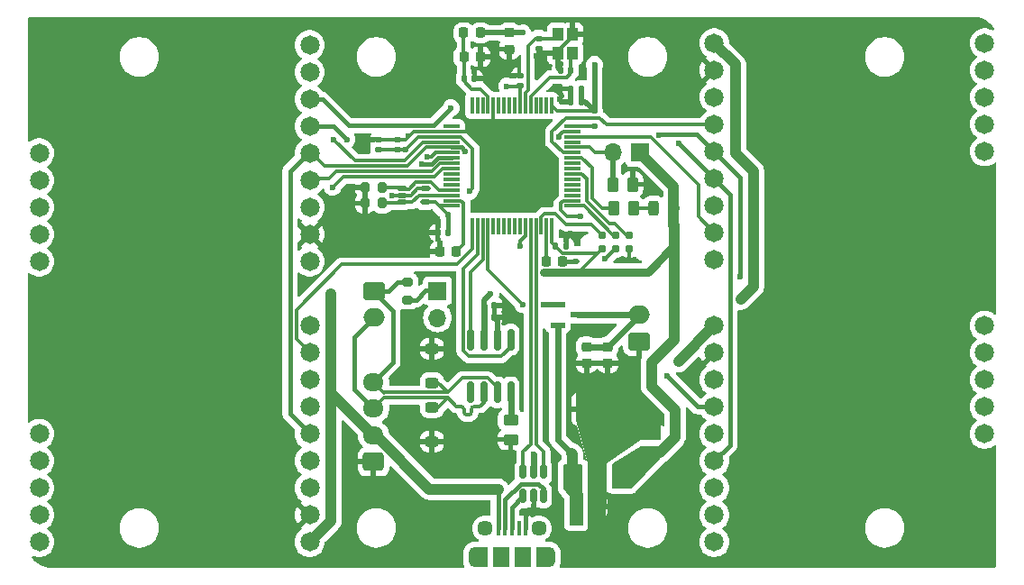
<source format=gtl>
G04 #@! TF.GenerationSoftware,KiCad,Pcbnew,8.0.2*
G04 #@! TF.CreationDate,2025-01-25T00:48:08-07:00*
G04 #@! TF.ProjectId,Telemetry_STM32_V3,54656c65-6d65-4747-9279-5f53544d3332,rev?*
G04 #@! TF.SameCoordinates,Original*
G04 #@! TF.FileFunction,Copper,L1,Top*
G04 #@! TF.FilePolarity,Positive*
%FSLAX46Y46*%
G04 Gerber Fmt 4.6, Leading zero omitted, Abs format (unit mm)*
G04 Created by KiCad (PCBNEW 8.0.2) date 2025-01-25 00:48:08*
%MOMM*%
%LPD*%
G01*
G04 APERTURE LIST*
G04 Aperture macros list*
%AMRoundRect*
0 Rectangle with rounded corners*
0 $1 Rounding radius*
0 $2 $3 $4 $5 $6 $7 $8 $9 X,Y pos of 4 corners*
0 Add a 4 corners polygon primitive as box body*
4,1,4,$2,$3,$4,$5,$6,$7,$8,$9,$2,$3,0*
0 Add four circle primitives for the rounded corners*
1,1,$1+$1,$2,$3*
1,1,$1+$1,$4,$5*
1,1,$1+$1,$6,$7*
1,1,$1+$1,$8,$9*
0 Add four rect primitives between the rounded corners*
20,1,$1+$1,$2,$3,$4,$5,0*
20,1,$1+$1,$4,$5,$6,$7,0*
20,1,$1+$1,$6,$7,$8,$9,0*
20,1,$1+$1,$8,$9,$2,$3,0*%
G04 Aperture macros list end*
G04 #@! TA.AperFunction,SMDPad,CuDef*
%ADD10RoundRect,0.250000X0.262500X0.450000X-0.262500X0.450000X-0.262500X-0.450000X0.262500X-0.450000X0*%
G04 #@! TD*
G04 #@! TA.AperFunction,SMDPad,CuDef*
%ADD11RoundRect,0.250000X-0.250000X-0.475000X0.250000X-0.475000X0.250000X0.475000X-0.250000X0.475000X0*%
G04 #@! TD*
G04 #@! TA.AperFunction,ComponentPad*
%ADD12RoundRect,0.250000X0.750000X-0.600000X0.750000X0.600000X-0.750000X0.600000X-0.750000X-0.600000X0*%
G04 #@! TD*
G04 #@! TA.AperFunction,ComponentPad*
%ADD13O,2.000000X1.700000*%
G04 #@! TD*
G04 #@! TA.AperFunction,SMDPad,CuDef*
%ADD14RoundRect,0.112500X-0.362500X-0.112500X0.362500X-0.112500X0.362500X0.112500X-0.362500X0.112500X0*%
G04 #@! TD*
G04 #@! TA.AperFunction,SMDPad,CuDef*
%ADD15RoundRect,0.140000X0.140000X0.170000X-0.140000X0.170000X-0.140000X-0.170000X0.140000X-0.170000X0*%
G04 #@! TD*
G04 #@! TA.AperFunction,ComponentPad*
%ADD16C,1.810000*%
G04 #@! TD*
G04 #@! TA.AperFunction,SMDPad,CuDef*
%ADD17R,1.500000X2.000000*%
G04 #@! TD*
G04 #@! TA.AperFunction,SMDPad,CuDef*
%ADD18R,3.800000X2.000000*%
G04 #@! TD*
G04 #@! TA.AperFunction,SMDPad,CuDef*
%ADD19RoundRect,0.250000X-0.450000X0.262500X-0.450000X-0.262500X0.450000X-0.262500X0.450000X0.262500X0*%
G04 #@! TD*
G04 #@! TA.AperFunction,ComponentPad*
%ADD20R,1.700000X1.700000*%
G04 #@! TD*
G04 #@! TA.AperFunction,ComponentPad*
%ADD21O,1.700000X1.700000*%
G04 #@! TD*
G04 #@! TA.AperFunction,SMDPad,CuDef*
%ADD22RoundRect,0.075000X-0.075000X0.700000X-0.075000X-0.700000X0.075000X-0.700000X0.075000X0.700000X0*%
G04 #@! TD*
G04 #@! TA.AperFunction,SMDPad,CuDef*
%ADD23RoundRect,0.075000X-0.700000X0.075000X-0.700000X-0.075000X0.700000X-0.075000X0.700000X0.075000X0*%
G04 #@! TD*
G04 #@! TA.AperFunction,SMDPad,CuDef*
%ADD24RoundRect,0.245000X0.380000X-0.245000X0.380000X0.245000X-0.380000X0.245000X-0.380000X-0.245000X0*%
G04 #@! TD*
G04 #@! TA.AperFunction,SMDPad,CuDef*
%ADD25RoundRect,0.200000X-0.275000X0.200000X-0.275000X-0.200000X0.275000X-0.200000X0.275000X0.200000X0*%
G04 #@! TD*
G04 #@! TA.AperFunction,SMDPad,CuDef*
%ADD26RoundRect,0.150000X0.150000X-0.512500X0.150000X0.512500X-0.150000X0.512500X-0.150000X-0.512500X0*%
G04 #@! TD*
G04 #@! TA.AperFunction,SMDPad,CuDef*
%ADD27RoundRect,0.140000X-0.170000X0.140000X-0.170000X-0.140000X0.170000X-0.140000X0.170000X0.140000X0*%
G04 #@! TD*
G04 #@! TA.AperFunction,SMDPad,CuDef*
%ADD28RoundRect,0.140000X-0.140000X-0.170000X0.140000X-0.170000X0.140000X0.170000X-0.140000X0.170000X0*%
G04 #@! TD*
G04 #@! TA.AperFunction,SMDPad,CuDef*
%ADD29RoundRect,0.139700X-0.571500X0.139700X-0.571500X-0.139700X0.571500X-0.139700X0.571500X0.139700X0*%
G04 #@! TD*
G04 #@! TA.AperFunction,SMDPad,CuDef*
%ADD30R,0.400000X1.350000*%
G04 #@! TD*
G04 #@! TA.AperFunction,ComponentPad*
%ADD31O,1.200000X1.900000*%
G04 #@! TD*
G04 #@! TA.AperFunction,SMDPad,CuDef*
%ADD32R,1.200000X1.900000*%
G04 #@! TD*
G04 #@! TA.AperFunction,ComponentPad*
%ADD33C,1.450000*%
G04 #@! TD*
G04 #@! TA.AperFunction,SMDPad,CuDef*
%ADD34R,1.500000X1.900000*%
G04 #@! TD*
G04 #@! TA.AperFunction,SMDPad,CuDef*
%ADD35RoundRect,0.245000X-0.380000X0.245000X-0.380000X-0.245000X0.380000X-0.245000X0.380000X0.245000X0*%
G04 #@! TD*
G04 #@! TA.AperFunction,SMDPad,CuDef*
%ADD36RoundRect,0.200000X0.200000X0.275000X-0.200000X0.275000X-0.200000X-0.275000X0.200000X-0.275000X0*%
G04 #@! TD*
G04 #@! TA.AperFunction,SMDPad,CuDef*
%ADD37R,1.000000X1.150000*%
G04 #@! TD*
G04 #@! TA.AperFunction,ComponentPad*
%ADD38RoundRect,0.250000X-0.750000X0.600000X-0.750000X-0.600000X0.750000X-0.600000X0.750000X0.600000X0*%
G04 #@! TD*
G04 #@! TA.AperFunction,ConnectorPad*
%ADD39C,0.787400*%
G04 #@! TD*
G04 #@! TA.AperFunction,SMDPad,CuDef*
%ADD40RoundRect,0.150000X-0.150000X0.825000X-0.150000X-0.825000X0.150000X-0.825000X0.150000X0.825000X0*%
G04 #@! TD*
G04 #@! TA.AperFunction,SMDPad,CuDef*
%ADD41RoundRect,0.243750X0.243750X0.456250X-0.243750X0.456250X-0.243750X-0.456250X0.243750X-0.456250X0*%
G04 #@! TD*
G04 #@! TA.AperFunction,SMDPad,CuDef*
%ADD42RoundRect,0.225000X0.250000X-0.225000X0.250000X0.225000X-0.250000X0.225000X-0.250000X-0.225000X0*%
G04 #@! TD*
G04 #@! TA.AperFunction,SMDPad,CuDef*
%ADD43RoundRect,0.218750X-0.218750X-0.256250X0.218750X-0.256250X0.218750X0.256250X-0.218750X0.256250X0*%
G04 #@! TD*
G04 #@! TA.AperFunction,SMDPad,CuDef*
%ADD44RoundRect,0.225000X0.225000X0.250000X-0.225000X0.250000X-0.225000X-0.250000X0.225000X-0.250000X0*%
G04 #@! TD*
G04 #@! TA.AperFunction,SMDPad,CuDef*
%ADD45RoundRect,0.225000X-0.250000X0.225000X-0.250000X-0.225000X0.250000X-0.225000X0.250000X0.225000X0*%
G04 #@! TD*
G04 #@! TA.AperFunction,ComponentPad*
%ADD46RoundRect,0.250000X0.725000X-0.600000X0.725000X0.600000X-0.725000X0.600000X-0.725000X-0.600000X0*%
G04 #@! TD*
G04 #@! TA.AperFunction,ComponentPad*
%ADD47O,1.950000X1.700000*%
G04 #@! TD*
G04 #@! TA.AperFunction,SMDPad,CuDef*
%ADD48RoundRect,0.250000X0.475000X-0.250000X0.475000X0.250000X-0.475000X0.250000X-0.475000X-0.250000X0*%
G04 #@! TD*
G04 #@! TA.AperFunction,ViaPad*
%ADD49C,0.700000*%
G04 #@! TD*
G04 #@! TA.AperFunction,ViaPad*
%ADD50C,0.600000*%
G04 #@! TD*
G04 #@! TA.AperFunction,Conductor*
%ADD51C,0.600000*%
G04 #@! TD*
G04 #@! TA.AperFunction,Conductor*
%ADD52C,0.300000*%
G04 #@! TD*
G04 #@! TA.AperFunction,Conductor*
%ADD53C,0.200000*%
G04 #@! TD*
G04 #@! TA.AperFunction,Conductor*
%ADD54C,0.500000*%
G04 #@! TD*
G04 #@! TA.AperFunction,Conductor*
%ADD55C,0.400000*%
G04 #@! TD*
G04 #@! TA.AperFunction,Conductor*
%ADD56C,1.000000*%
G04 #@! TD*
G04 #@! TA.AperFunction,Conductor*
%ADD57C,0.750000*%
G04 #@! TD*
G04 APERTURE END LIST*
D10*
X161312500Y-101725000D03*
X159487500Y-101725000D03*
D11*
X156050000Y-132000000D03*
X157950000Y-132000000D03*
D12*
X161950000Y-116500000D03*
D13*
X161950000Y-114000000D03*
D14*
X139650000Y-102100000D03*
X139650000Y-102750000D03*
X139650000Y-103400000D03*
X141850000Y-103400000D03*
X141850000Y-102100000D03*
D15*
X155500000Y-91000000D03*
X154540000Y-91000000D03*
D16*
X131000000Y-108960000D03*
X131000000Y-106420000D03*
X131000000Y-103880000D03*
X131000000Y-101340000D03*
X131000000Y-98800000D03*
X131000000Y-96260000D03*
X131000000Y-93720000D03*
X131000000Y-91180000D03*
X131000000Y-88640000D03*
X105600000Y-108960000D03*
X105600000Y-106420000D03*
X105600000Y-103880000D03*
X105600000Y-101340000D03*
X105600000Y-98800000D03*
D17*
X155700000Y-129150000D03*
X158000000Y-129150000D03*
D18*
X158000000Y-122850000D03*
D17*
X160300000Y-129150000D03*
D19*
X149875000Y-123862500D03*
X149875000Y-125687500D03*
D20*
X143000000Y-111725000D03*
D21*
X143000000Y-114265000D03*
D22*
X153750000Y-94325000D03*
X153250000Y-94325000D03*
X152750000Y-94325000D03*
X152250000Y-94325000D03*
X151750000Y-94325000D03*
X151250000Y-94325000D03*
X150750000Y-94325000D03*
X150250000Y-94325000D03*
X149750000Y-94325000D03*
X149250000Y-94325000D03*
X148750000Y-94325000D03*
X148250000Y-94325000D03*
X147750000Y-94325000D03*
X147250000Y-94325000D03*
X146750000Y-94325000D03*
X146250000Y-94325000D03*
D23*
X144325000Y-96250000D03*
X144325000Y-96750000D03*
X144325000Y-97250000D03*
X144325000Y-97750000D03*
X144325000Y-98250000D03*
X144325000Y-98750000D03*
X144325000Y-99250000D03*
X144325000Y-99750000D03*
X144325000Y-100250000D03*
X144325000Y-100750000D03*
X144325000Y-101250000D03*
X144325000Y-101750000D03*
X144325000Y-102250000D03*
X144325000Y-102750000D03*
X144325000Y-103250000D03*
X144325000Y-103750000D03*
D22*
X146250000Y-105675000D03*
X146750000Y-105675000D03*
X147250000Y-105675000D03*
X147750000Y-105675000D03*
X148250000Y-105675000D03*
X148750000Y-105675000D03*
X149250000Y-105675000D03*
X149750000Y-105675000D03*
X150250000Y-105675000D03*
X150750000Y-105675000D03*
X151250000Y-105675000D03*
X151750000Y-105675000D03*
X152250000Y-105675000D03*
X152750000Y-105675000D03*
X153250000Y-105675000D03*
X153750000Y-105675000D03*
D23*
X155675000Y-103750000D03*
X155675000Y-103250000D03*
X155675000Y-102750000D03*
X155675000Y-102250000D03*
X155675000Y-101750000D03*
X155675000Y-101250000D03*
X155675000Y-100750000D03*
X155675000Y-100250000D03*
X155675000Y-99750000D03*
X155675000Y-99250000D03*
X155675000Y-98750000D03*
X155675000Y-98250000D03*
X155675000Y-97750000D03*
X155675000Y-97250000D03*
X155675000Y-96750000D03*
X155675000Y-96250000D03*
D24*
X142475000Y-125885000D03*
X142475000Y-122665000D03*
D25*
X140200000Y-110925000D03*
X140200000Y-112575000D03*
D26*
X151050000Y-131000000D03*
X152000000Y-131000000D03*
X152950000Y-131000000D03*
X152950000Y-128725000D03*
X152000000Y-128725000D03*
X151050000Y-128725000D03*
D27*
X139250000Y-97520000D03*
X139250000Y-98480000D03*
X137500000Y-97520000D03*
X137500000Y-98480000D03*
X152500000Y-88020000D03*
X152500000Y-88980000D03*
D15*
X146480000Y-91750000D03*
X145520000Y-91750000D03*
D28*
X143020000Y-106250000D03*
X143980000Y-106250000D03*
X155520000Y-94000000D03*
X156480000Y-94000000D03*
D16*
X169000000Y-115000000D03*
X169000000Y-117540000D03*
X169000000Y-120080000D03*
X169000000Y-122620000D03*
X169000000Y-125160000D03*
X169000000Y-127700000D03*
X169000000Y-130240000D03*
X169000000Y-132780000D03*
X169000000Y-135320000D03*
X194400000Y-115000000D03*
X194400000Y-117540000D03*
X194400000Y-120080000D03*
X194400000Y-122620000D03*
X194400000Y-125160000D03*
D15*
X148330000Y-114237500D03*
X147370000Y-114237500D03*
X148330000Y-113087500D03*
X147370000Y-113087500D03*
D10*
X161412500Y-104000000D03*
X159587500Y-104000000D03*
D29*
X154310200Y-113049999D03*
X154310200Y-114950001D03*
X156189800Y-114000000D03*
D15*
X155055000Y-107500000D03*
X154095000Y-107500000D03*
D16*
X169000000Y-88460000D03*
X169000000Y-91000000D03*
X169000000Y-93540000D03*
X169000000Y-96080000D03*
X169000000Y-98620000D03*
X169000000Y-101160000D03*
X169000000Y-103700000D03*
X169000000Y-106240000D03*
X169000000Y-108780000D03*
X194400000Y-88460000D03*
X194400000Y-91000000D03*
X194400000Y-93540000D03*
X194400000Y-96080000D03*
X194400000Y-98620000D03*
D28*
X155540000Y-92750000D03*
X156500000Y-92750000D03*
D30*
X148700000Y-134050000D03*
X149350000Y-134050000D03*
X150000000Y-134050000D03*
X150650000Y-134050000D03*
X151300000Y-134050000D03*
D31*
X146500000Y-136750000D03*
D32*
X147100000Y-136750000D03*
D33*
X147500000Y-134050000D03*
D34*
X149000000Y-136750000D03*
X151000000Y-136750000D03*
D33*
X152500000Y-134050000D03*
D32*
X152900000Y-136750000D03*
D31*
X153500000Y-136750000D03*
D35*
X142475000Y-117165000D03*
X142475000Y-120385000D03*
D36*
X137825000Y-103500000D03*
X136175000Y-103500000D03*
D37*
X155700000Y-89375000D03*
X155700000Y-87625000D03*
X154300000Y-87625000D03*
X154300000Y-89375000D03*
D38*
X137050000Y-111750000D03*
D13*
X137050000Y-114250000D03*
D39*
X158460000Y-107770000D03*
X158460000Y-106500000D03*
X159730000Y-107770000D03*
X159730000Y-106500000D03*
X161000000Y-107770000D03*
X161000000Y-106500000D03*
D40*
X149880000Y-116300000D03*
X148610000Y-116300000D03*
X147340000Y-116300000D03*
X146070000Y-116300000D03*
X146070000Y-121250000D03*
X147340000Y-121250000D03*
X148610000Y-121250000D03*
X149880000Y-121250000D03*
D36*
X137825000Y-102000000D03*
X136175000Y-102000000D03*
D41*
X165187500Y-104000000D03*
X163312500Y-104000000D03*
D42*
X149750000Y-89025000D03*
X149750000Y-87475000D03*
D43*
X145462500Y-87500000D03*
X147037500Y-87500000D03*
D44*
X144775000Y-108000000D03*
X143225000Y-108000000D03*
D27*
X150750000Y-91520000D03*
X150750000Y-92480000D03*
D45*
X159000000Y-116975000D03*
X159000000Y-118525000D03*
D20*
X162025000Y-98750000D03*
D21*
X159485000Y-98750000D03*
D46*
X137000000Y-127787500D03*
D47*
X137000000Y-125287500D03*
X137000000Y-122787500D03*
X137000000Y-120287500D03*
D48*
X163000000Y-126950000D03*
X163000000Y-125050000D03*
D45*
X157000000Y-116975000D03*
X157000000Y-118525000D03*
D44*
X147025000Y-89750000D03*
X145475000Y-89750000D03*
X154775000Y-109000000D03*
X153225000Y-109000000D03*
D16*
X131000000Y-135320000D03*
X131000000Y-132780000D03*
X131000000Y-130240000D03*
X131000000Y-127700000D03*
X131000000Y-125160000D03*
X131000000Y-122620000D03*
X131000000Y-120080000D03*
X131000000Y-117540000D03*
X131000000Y-115000000D03*
X105600000Y-135320000D03*
X105600000Y-132780000D03*
X105600000Y-130240000D03*
X105600000Y-127700000D03*
X105600000Y-125160000D03*
D49*
X157500000Y-133400000D03*
D50*
X148250000Y-100000000D03*
D49*
X160768170Y-123400000D03*
D50*
X158500000Y-89250000D03*
X139000000Y-106750000D03*
X138750000Y-102750000D03*
X143500000Y-134750000D03*
X142500000Y-118750000D03*
X149000000Y-97250000D03*
X158500000Y-87750000D03*
X157750000Y-89250000D03*
X161000000Y-108800000D03*
X149000000Y-102500000D03*
D49*
X160768170Y-122200000D03*
D50*
X149500000Y-113750000D03*
D49*
X157668170Y-127400000D03*
D50*
X145250000Y-125500000D03*
X148250000Y-88750000D03*
X149000000Y-100000000D03*
X142250000Y-89750000D03*
X142250000Y-89000000D03*
X165250000Y-129000000D03*
X154500000Y-93000000D03*
X165250000Y-130500000D03*
X164500000Y-129000000D03*
X147500000Y-97250000D03*
X141750000Y-118750000D03*
X139750000Y-106000000D03*
X139750000Y-106750000D03*
X149500000Y-113000000D03*
X146000000Y-126250000D03*
X143250000Y-118750000D03*
X165250000Y-129750000D03*
X157750000Y-87750000D03*
X147500000Y-100000000D03*
X146750000Y-125500000D03*
D49*
X158400000Y-133400000D03*
D50*
X154400000Y-97250000D03*
D49*
X158768170Y-127400000D03*
X162668170Y-123800000D03*
D50*
X148250000Y-97250000D03*
X156000000Y-109000000D03*
X143000000Y-89750000D03*
X146750000Y-126250000D03*
X145250000Y-126250000D03*
X157750000Y-88500000D03*
D49*
X163500000Y-123800000D03*
D50*
X162750000Y-102200000D03*
X148250000Y-89500000D03*
X146000000Y-125500000D03*
X152250000Y-89700000D03*
X154500000Y-93750000D03*
X143000000Y-88250000D03*
X142750000Y-134000000D03*
D49*
X159568170Y-121100000D03*
D50*
X158500000Y-88500000D03*
X143500000Y-134000000D03*
X153000000Y-89700000D03*
X143000000Y-89000000D03*
X144250000Y-134000000D03*
X138250000Y-106000000D03*
X164500000Y-129750000D03*
X144250000Y-134750000D03*
X155475000Y-106350000D03*
X139000000Y-106000000D03*
X148250000Y-102500000D03*
D49*
X156768170Y-121100000D03*
D50*
X149500000Y-114500000D03*
X142750000Y-134750000D03*
X162750000Y-101400000D03*
X147500000Y-102500000D03*
X138250000Y-106750000D03*
X142250000Y-88250000D03*
X152000000Y-127062500D03*
X148700000Y-130362500D03*
X133000000Y-112000000D03*
X165625000Y-118375000D03*
X156050000Y-133400000D03*
X171500000Y-112500000D03*
X155600000Y-127000000D03*
X148000000Y-112000000D03*
X140000000Y-98480000D03*
X151000000Y-87500000D03*
X157750000Y-96250000D03*
X157750000Y-94850000D03*
X143980000Y-104600000D03*
X153000000Y-110000000D03*
X146000000Y-102400000D03*
X157750000Y-90475000D03*
X156412500Y-104737500D03*
X151000000Y-113000000D03*
X153000000Y-113000000D03*
X134500000Y-97500000D03*
X165637500Y-97862500D03*
X142003753Y-99130000D03*
X145600000Y-98600000D03*
X171425000Y-110400000D03*
X163779239Y-97110000D03*
X133250000Y-97500000D03*
X144275000Y-94550000D03*
X141500000Y-99847283D03*
X164525000Y-119675000D03*
X150775000Y-107550000D03*
X133150000Y-102000000D03*
X149500000Y-92500000D03*
X158750000Y-108750000D03*
D51*
X149880000Y-121250000D02*
X149880000Y-123857500D01*
D52*
X150405000Y-123870000D02*
X150400000Y-123875000D01*
X161412500Y-104000000D02*
X163312500Y-104000000D01*
X156553120Y-99250000D02*
X155675000Y-99250000D01*
X159587500Y-104000000D02*
X158425963Y-104000000D01*
X158425963Y-104000000D02*
X157500000Y-103074037D01*
X157500000Y-103074037D02*
X157500000Y-100196880D01*
X157500000Y-100196880D02*
X156553120Y-99250000D01*
D53*
X159587500Y-98852500D02*
X159485000Y-98750000D01*
D54*
X159487500Y-101725000D02*
X159487500Y-98752500D01*
X159487500Y-98752500D02*
X159485000Y-98750000D01*
D52*
X157275000Y-98250000D02*
X157775000Y-98750000D01*
X155675000Y-98250000D02*
X157275000Y-98250000D01*
X157775000Y-98750000D02*
X159485000Y-98750000D01*
X152500000Y-88980000D02*
X152500000Y-89500000D01*
X155700000Y-87800000D02*
X154300000Y-89200000D01*
X153375000Y-89375000D02*
X153000000Y-89750000D01*
D55*
X151300000Y-132800000D02*
X152000000Y-132100000D01*
D52*
X141850000Y-102100000D02*
X141150000Y-102100000D01*
X141150000Y-102100000D02*
X140500000Y-102750000D01*
X139650000Y-102750000D02*
X138750000Y-102750000D01*
D55*
X155475000Y-106350000D02*
X155055000Y-106770000D01*
D52*
X144325000Y-96750000D02*
X140806714Y-96750000D01*
D54*
X148610000Y-114517500D02*
X148330000Y-114237500D01*
D52*
X144325000Y-96750000D02*
X147000000Y-96750000D01*
D54*
X154300000Y-90760000D02*
X154540000Y-91000000D01*
D52*
X140500000Y-102750000D02*
X139650000Y-102750000D01*
X152625000Y-89375000D02*
X152250000Y-89750000D01*
X148250000Y-94325000D02*
X148250000Y-97250000D01*
D55*
X151300000Y-134050000D02*
X151300000Y-132800000D01*
D52*
X140806714Y-96750000D02*
X140036714Y-97520000D01*
X154300000Y-89375000D02*
X153375000Y-89375000D01*
X154796880Y-96750000D02*
X154400000Y-97146880D01*
D55*
X155055000Y-106770000D02*
X155055000Y-107500000D01*
D52*
X161000000Y-108800000D02*
X161000000Y-107770000D01*
X140036714Y-97520000D02*
X137500000Y-97520000D01*
X154300000Y-89200000D02*
X154300000Y-89375000D01*
D54*
X148610000Y-116300000D02*
X148610000Y-114517500D01*
D52*
X155675000Y-96750000D02*
X154796880Y-96750000D01*
D55*
X152000000Y-132100000D02*
X152000000Y-131000000D01*
D52*
X152500000Y-88980000D02*
X152500000Y-89250000D01*
D55*
X154775000Y-109000000D02*
X156000000Y-109000000D01*
D52*
X155700000Y-87625000D02*
X155700000Y-87800000D01*
D54*
X154300000Y-89375000D02*
X152625000Y-89375000D01*
D52*
X154400000Y-97146880D02*
X154400000Y-97250000D01*
X152500000Y-89250000D02*
X153000000Y-89750000D01*
X152500000Y-89500000D02*
X152250000Y-89750000D01*
X147000000Y-96750000D02*
X147500000Y-97250000D01*
D54*
X154300000Y-89375000D02*
X154300000Y-90760000D01*
D52*
X139650000Y-103400000D02*
X140600000Y-103400000D01*
X137825000Y-103500000D02*
X139550000Y-103500000D01*
X140600000Y-103400000D02*
X141250000Y-102750000D01*
X141250000Y-102750000D02*
X144325000Y-102750000D01*
X139550000Y-103500000D02*
X139650000Y-103400000D01*
X140975000Y-101525000D02*
X142407192Y-101525000D01*
X139725000Y-102175000D02*
X140325000Y-102175000D01*
X137825000Y-102000000D02*
X139550000Y-102000000D01*
X139650000Y-102100000D02*
X139725000Y-102175000D01*
X143132192Y-102250000D02*
X144325000Y-102250000D01*
X139550000Y-102000000D02*
X139650000Y-102100000D01*
X140325000Y-102175000D02*
X140975000Y-101525000D01*
X142407192Y-101525000D02*
X143132192Y-102250000D01*
D55*
X140200000Y-112575000D02*
X141000000Y-112575000D01*
X141000000Y-112575000D02*
X141875000Y-111700000D01*
X141875000Y-111700000D02*
X142975000Y-111700000D01*
X142975000Y-111700000D02*
X143000000Y-111725000D01*
X151050000Y-131000000D02*
X150000000Y-132050000D01*
X150000000Y-132050000D02*
X150000000Y-134050000D01*
D51*
X154310200Y-125710200D02*
X154310200Y-114950001D01*
D56*
X133000000Y-112000000D02*
X133000000Y-121287500D01*
X170975000Y-90435000D02*
X169000000Y-88460000D01*
X133000000Y-121287500D02*
X133000000Y-133320000D01*
X137175430Y-125287500D02*
X137000000Y-125287500D01*
X165625000Y-118375000D02*
X169000000Y-115000000D01*
X155700000Y-127100000D02*
X155600000Y-127000000D01*
X133000000Y-133320000D02*
X131000000Y-135320000D01*
X171500000Y-112500000D02*
X172700000Y-111300000D01*
X172700000Y-100500000D02*
X170975000Y-98775000D01*
X133000000Y-121287500D02*
X137000000Y-125287500D01*
D55*
X148700000Y-134050000D02*
X148700000Y-130362500D01*
D51*
X155600000Y-127000000D02*
X154310200Y-125710200D01*
D56*
X155700000Y-129150000D02*
X155700000Y-127100000D01*
X148700000Y-130362500D02*
X142250430Y-130362500D01*
X170975000Y-98775000D02*
X170975000Y-90435000D01*
D51*
X152000000Y-128725000D02*
X152000000Y-127062500D01*
D56*
X142250430Y-130362500D02*
X137175430Y-125287500D01*
X172700000Y-111300000D02*
X172700000Y-100500000D01*
D55*
X152950000Y-130337501D02*
X152474999Y-129862500D01*
X149350000Y-131326238D02*
X149350000Y-134050000D01*
X152474999Y-129862500D02*
X150813738Y-129862500D01*
X150813738Y-129862500D02*
X149350000Y-131326238D01*
X152950000Y-131000000D02*
X152950000Y-130337501D01*
D52*
X151050000Y-128725000D02*
X151050000Y-126812500D01*
X151050000Y-126812500D02*
X151750000Y-126112500D01*
X151750000Y-105675000D02*
X151750000Y-126112500D01*
X152950000Y-128725000D02*
X152950000Y-126812500D01*
X152250000Y-126112500D02*
X152250000Y-105675000D01*
X152950000Y-126812500D02*
X152250000Y-126112500D01*
D57*
X156230000Y-110000000D02*
X153000000Y-110000000D01*
X165187500Y-107562500D02*
X162750000Y-110000000D01*
D52*
X154275000Y-94850000D02*
X157750000Y-94850000D01*
D56*
X165250000Y-103937500D02*
X165187500Y-104000000D01*
D57*
X165187500Y-105600000D02*
X165187500Y-107562500D01*
D56*
X163850000Y-126950000D02*
X163000000Y-126950000D01*
D52*
X146300000Y-102100000D02*
X146300000Y-98346880D01*
D56*
X165325000Y-125475000D02*
X163850000Y-126950000D01*
D55*
X143980000Y-104480000D02*
X143980000Y-106250000D01*
D54*
X157750000Y-94850000D02*
X156900000Y-94000000D01*
D52*
X143130000Y-103750000D02*
X144325000Y-103750000D01*
X146300000Y-98346880D02*
X145203120Y-97250000D01*
D54*
X149775000Y-87500000D02*
X149750000Y-87475000D01*
X147370000Y-112630000D02*
X148000000Y-112000000D01*
D52*
X139250000Y-98480000D02*
X137500000Y-98480000D01*
X146000000Y-102400000D02*
X146300000Y-102100000D01*
X147340000Y-113117500D02*
X147370000Y-113087500D01*
D54*
X156480000Y-94000000D02*
X156480000Y-92770000D01*
D52*
X154711853Y-108163699D02*
X153750000Y-107201846D01*
X158460000Y-107770000D02*
X156230000Y-110000000D01*
D56*
X162025000Y-98775000D02*
X162025000Y-98750000D01*
X165200000Y-116325000D02*
X163100000Y-118425000D01*
D54*
X157750000Y-94850000D02*
X157750000Y-90475000D01*
D52*
X153750000Y-107201846D02*
X153750000Y-105675000D01*
X140000000Y-98480000D02*
X141230000Y-97250000D01*
X158460000Y-107770000D02*
X158066301Y-108163699D01*
D56*
X165325000Y-122925000D02*
X165325000Y-125475000D01*
D57*
X162750000Y-110000000D02*
X156230000Y-110000000D01*
D52*
X143980000Y-104600000D02*
X143130000Y-103750000D01*
D56*
X165187500Y-101937500D02*
X162025000Y-98775000D01*
X165187500Y-104000000D02*
X165187500Y-101937500D01*
X163100000Y-118425000D02*
X163100000Y-120700000D01*
X165187500Y-105600000D02*
X165200000Y-105612500D01*
D54*
X147037500Y-87500000D02*
X149725000Y-87500000D01*
D52*
X153750000Y-94325000D02*
X154275000Y-94850000D01*
D54*
X156900000Y-94000000D02*
X156480000Y-94000000D01*
X147370000Y-113087500D02*
X147370000Y-112630000D01*
D52*
X141850000Y-103400000D02*
X142780000Y-103400000D01*
X155675000Y-96250000D02*
X157750000Y-96250000D01*
X143980000Y-104600000D02*
X143980000Y-104480000D01*
X158066301Y-108163699D02*
X154711853Y-108163699D01*
D54*
X151000000Y-87500000D02*
X149775000Y-87500000D01*
X149725000Y-87500000D02*
X149750000Y-87475000D01*
D56*
X165200000Y-105612500D02*
X165200000Y-116325000D01*
D52*
X156480000Y-92770000D02*
X156500000Y-92750000D01*
X145203120Y-97250000D02*
X144325000Y-97250000D01*
D56*
X165187500Y-105600000D02*
X165187500Y-104000000D01*
D52*
X142780000Y-103400000D02*
X143130000Y-103750000D01*
X141230000Y-97250000D02*
X144325000Y-97250000D01*
D56*
X163100000Y-120700000D02*
X165325000Y-122925000D01*
D52*
X139250000Y-98480000D02*
X140000000Y-98480000D01*
D51*
X147340000Y-116300000D02*
X147340000Y-113117500D01*
D52*
X145958738Y-117875000D02*
X145420000Y-117336262D01*
X148975000Y-117875000D02*
X145958738Y-117875000D01*
X145420000Y-117336262D02*
X145420000Y-109605000D01*
X149880000Y-116300000D02*
X149880000Y-116970000D01*
X149880000Y-116970000D02*
X148975000Y-117875000D01*
X145420000Y-109605000D02*
X146750000Y-108275000D01*
X146750000Y-108275000D02*
X146750000Y-105675000D01*
X147250000Y-105675000D02*
X147250000Y-108800000D01*
X146070000Y-109980000D02*
X146070000Y-116300000D01*
X147250000Y-108800000D02*
X146070000Y-109980000D01*
X154796880Y-103250000D02*
X155675000Y-103250000D01*
X154550000Y-103496880D02*
X154796880Y-103250000D01*
X154550000Y-104125000D02*
X154550000Y-103496880D01*
X155162500Y-104737500D02*
X154550000Y-104125000D01*
X156412500Y-104737500D02*
X155162500Y-104737500D01*
X147750000Y-109750000D02*
X147750000Y-105675000D01*
D54*
X153000000Y-113000000D02*
X154260201Y-113000000D01*
D52*
X147750000Y-109750000D02*
X151000000Y-113000000D01*
D54*
X154260201Y-113000000D02*
X154310200Y-113049999D01*
D52*
X147053120Y-92750000D02*
X147750000Y-93446880D01*
X145462500Y-89737500D02*
X145475000Y-89750000D01*
X145475000Y-91705000D02*
X145520000Y-91750000D01*
X145462500Y-87500000D02*
X145462500Y-89737500D01*
X145520000Y-92059999D02*
X146210001Y-92750000D01*
X146210001Y-92750000D02*
X147053120Y-92750000D01*
X145520000Y-91750000D02*
X145520000Y-92059999D01*
X145475000Y-87512500D02*
X145462500Y-87500000D01*
X145520000Y-89795000D02*
X145475000Y-89750000D01*
X147750000Y-93446880D02*
X147750000Y-94325000D01*
X145475000Y-89750000D02*
X145475000Y-91705000D01*
X142445560Y-99130000D02*
X142825560Y-98750000D01*
D55*
X131180000Y-96260000D02*
X131000000Y-96080000D01*
D52*
X142825560Y-98750000D02*
X144325000Y-98750000D01*
D55*
X170500000Y-126200000D02*
X169000000Y-127700000D01*
X134500000Y-97500000D02*
X133260000Y-96260000D01*
X170500000Y-102725000D02*
X170500000Y-126200000D01*
D52*
X142003753Y-99130000D02*
X142445560Y-99130000D01*
D55*
X133260000Y-96260000D02*
X131180000Y-96260000D01*
X165637500Y-97862500D02*
X170500000Y-102725000D01*
D52*
X144819408Y-109250000D02*
X134000000Y-109250000D01*
X134000000Y-109250000D02*
X129745000Y-113505000D01*
X129745000Y-116285000D02*
X131000000Y-117540000D01*
X146250000Y-105675000D02*
X146250000Y-107819408D01*
X146250000Y-107819408D02*
X144819408Y-109250000D01*
X129745000Y-113505000D02*
X129745000Y-116285000D01*
X168665000Y-96125000D02*
X169000000Y-96460000D01*
X155046880Y-95500000D02*
X158250000Y-95500000D01*
X158875000Y-96125000D02*
X168665000Y-96125000D01*
X155675000Y-98750000D02*
X154796880Y-98750000D01*
X154796880Y-98750000D02*
X153750000Y-97703120D01*
X153750000Y-96796880D02*
X155046880Y-95500000D01*
X158250000Y-95500000D02*
X158875000Y-96125000D01*
X153750000Y-97703120D02*
X153750000Y-96796880D01*
X132840000Y-101160000D02*
X133500000Y-100500000D01*
X143239773Y-99750000D02*
X144325000Y-99750000D01*
X131000000Y-101160000D02*
X132840000Y-101160000D01*
X133500000Y-100500000D02*
X142489773Y-100500000D01*
X142489773Y-100500000D02*
X143239773Y-99750000D01*
D55*
X167350000Y-97000000D02*
X171425000Y-101075000D01*
X163889239Y-97000000D02*
X167350000Y-97000000D01*
D52*
X141950000Y-98250000D02*
X141900000Y-98300000D01*
D55*
X129150000Y-100470000D02*
X129150000Y-123310000D01*
D52*
X140214515Y-100000000D02*
X132380000Y-100000000D01*
D55*
X163779239Y-97110000D02*
X163889239Y-97000000D01*
D52*
X141900000Y-98300000D02*
X141900000Y-98314515D01*
D55*
X131000000Y-98620000D02*
X129150000Y-100470000D01*
X145250000Y-98250000D02*
X145600000Y-98600000D01*
X171425000Y-101075000D02*
X171425000Y-110400000D01*
D52*
X144325000Y-98250000D02*
X141950000Y-98250000D01*
D55*
X129150000Y-123310000D02*
X131000000Y-125160000D01*
D52*
X132380000Y-100000000D02*
X131000000Y-98620000D01*
D55*
X144325000Y-98250000D02*
X145250000Y-98250000D01*
D52*
X141900000Y-98314515D02*
X140214515Y-100000000D01*
X153250000Y-108975000D02*
X153250000Y-105675000D01*
X153225000Y-109000000D02*
X153250000Y-108975000D01*
X151500000Y-88710001D02*
X152190001Y-88020000D01*
X152500000Y-88020000D02*
X153905000Y-88020000D01*
X152190001Y-88020000D02*
X152500000Y-88020000D01*
X151500000Y-92875000D02*
X151500000Y-88710001D01*
X153905000Y-88020000D02*
X154300000Y-87625000D01*
X151250000Y-93125000D02*
X151500000Y-92875000D01*
X151250000Y-94325000D02*
X151250000Y-93125000D01*
X163000000Y-97250000D02*
X167500000Y-101750000D01*
X155675000Y-97250000D02*
X163000000Y-97250000D01*
X167500000Y-101750000D02*
X167500000Y-104750000D01*
X168990000Y-106240000D02*
X169000000Y-106240000D01*
X167500000Y-104750000D02*
X168990000Y-106240000D01*
X169000000Y-106240000D02*
X169000000Y-106620000D01*
X155500000Y-89575000D02*
X155500000Y-91000000D01*
X155500000Y-91309999D02*
X155500000Y-91000000D01*
X151750000Y-94325000D02*
X151750000Y-93446880D01*
X151750000Y-93446880D02*
X153536880Y-91660000D01*
X155149999Y-91660000D02*
X155500000Y-91309999D01*
X155700000Y-89375000D02*
X155500000Y-89575000D01*
X153536880Y-91660000D02*
X155149999Y-91660000D01*
X141649239Y-97750000D02*
X144325000Y-97750000D01*
X135250000Y-99500000D02*
X139899239Y-99500000D01*
X139899239Y-99500000D02*
X141649239Y-97750000D01*
X133250000Y-97500000D02*
X135250000Y-99500000D01*
D55*
X131180000Y-93720000D02*
X131000000Y-93540000D01*
X134675000Y-96200000D02*
X132195000Y-93720000D01*
X132195000Y-93720000D02*
X131180000Y-93720000D01*
X141500000Y-99847283D02*
X142435384Y-99847283D01*
X143032667Y-99250000D02*
X144325000Y-99250000D01*
X142435384Y-99847283D02*
X143032667Y-99250000D01*
X142625000Y-96200000D02*
X134675000Y-96200000D01*
X144275000Y-94550000D02*
X142625000Y-96200000D01*
X167470000Y-122620000D02*
X169000000Y-122620000D01*
D52*
X150775000Y-107550000D02*
X150775000Y-107028120D01*
X151250000Y-106553120D02*
X151250000Y-105675000D01*
D55*
X164525000Y-119675000D02*
X167470000Y-122620000D01*
D52*
X150775000Y-107028120D02*
X151250000Y-106553120D01*
X154092894Y-104500000D02*
X153046880Y-104500000D01*
X153046880Y-104500000D02*
X152750000Y-104796880D01*
X152750000Y-104796880D02*
X152750000Y-105675000D01*
X155092894Y-105500000D02*
X154092894Y-104500000D01*
X157460000Y-105500000D02*
X155092894Y-105500000D01*
X158460000Y-106500000D02*
X157460000Y-105500000D01*
X145450000Y-107325000D02*
X145450000Y-103496880D01*
X145203120Y-103250000D02*
X144325000Y-103250000D01*
X145450000Y-103496880D02*
X145203120Y-103250000D01*
X144775000Y-108000000D02*
X145450000Y-107325000D01*
X143446880Y-100250000D02*
X144325000Y-100250000D01*
X134150000Y-101000000D02*
X142700000Y-101000000D01*
X142700000Y-101000000D02*
X143200000Y-100500000D01*
X143200000Y-100496880D02*
X143446880Y-100250000D01*
X143200000Y-100500000D02*
X143200000Y-100496880D01*
X133150000Y-102000000D02*
X134150000Y-101000000D01*
X156553120Y-100750000D02*
X155675000Y-100750000D01*
X157000000Y-101196880D02*
X156553120Y-100750000D01*
X159118857Y-105400000D02*
X157000000Y-103281143D01*
X159681751Y-105400000D02*
X159118857Y-105400000D01*
X161000000Y-106500000D02*
X160781751Y-106500000D01*
X160781751Y-106500000D02*
X159681751Y-105400000D01*
X157000000Y-103281143D02*
X157000000Y-101196880D01*
X156761751Y-103750000D02*
X155675000Y-103750000D01*
X159730000Y-106500000D02*
X159511751Y-106500000D01*
X159511751Y-106500000D02*
X156761751Y-103750000D01*
X150750000Y-92480000D02*
X150750000Y-94325000D01*
X158750000Y-108750000D02*
X159730000Y-107770000D01*
X150730000Y-92500000D02*
X150750000Y-92480000D01*
X149500000Y-92500000D02*
X150730000Y-92500000D01*
X143975000Y-121775000D02*
X143812500Y-121775000D01*
X143800000Y-121787500D02*
X138000000Y-121787500D01*
X138000000Y-121787500D02*
X137000000Y-122787500D01*
X147340000Y-121250000D02*
X147340000Y-122224999D01*
D55*
X135200000Y-116087500D02*
X137000000Y-114287500D01*
D52*
X145907000Y-123385000D02*
X145765000Y-123385000D01*
X145055000Y-122575000D02*
X145024581Y-122575000D01*
X143085000Y-122665000D02*
X143975000Y-121775000D01*
X147340000Y-122224999D02*
X146989999Y-122575000D01*
X146191000Y-122859000D02*
X146191000Y-123101000D01*
X142475000Y-122665000D02*
X143085000Y-122665000D01*
X146989999Y-122575000D02*
X146475000Y-122575000D01*
D55*
X135200000Y-120987500D02*
X135200000Y-116087500D01*
D52*
X145481000Y-123101000D02*
X145481000Y-122859000D01*
X145024581Y-122575000D02*
X144775000Y-122575000D01*
D55*
X137000000Y-122787500D02*
X135200000Y-120987500D01*
D52*
X143812500Y-121775000D02*
X143800000Y-121787500D01*
X144775000Y-122575000D02*
X143975000Y-121775000D01*
X145197000Y-122575000D02*
X145055000Y-122575000D01*
X145765000Y-123385000D02*
G75*
G02*
X145481000Y-123101000I0J284000D01*
G01*
X146475000Y-122575000D02*
G75*
G03*
X146191000Y-122859000I0J-284000D01*
G01*
X145481000Y-122859000D02*
G75*
G03*
X145197000Y-122575000I-284000J0D01*
G01*
X146191000Y-123101000D02*
G75*
G02*
X145907000Y-123385000I-284000J0D01*
G01*
X147701262Y-119925000D02*
X145325000Y-119925000D01*
D55*
X138825000Y-118462500D02*
X138825000Y-113612500D01*
X138825000Y-113612500D02*
X137000000Y-111787500D01*
D52*
X145325000Y-119925000D02*
X143975000Y-121275000D01*
X138012500Y-121275000D02*
X143975000Y-121275000D01*
X148610000Y-120833738D02*
X147701262Y-119925000D01*
X148610000Y-121250000D02*
X148610000Y-120833738D01*
D55*
X138425000Y-111750000D02*
X139250000Y-110925000D01*
D52*
X142475000Y-120385000D02*
X143085000Y-120385000D01*
X138000000Y-121287500D02*
X137000000Y-120287500D01*
X143085000Y-120385000D02*
X143975000Y-121275000D01*
D55*
X139250000Y-110925000D02*
X140200000Y-110925000D01*
X137050000Y-111750000D02*
X138425000Y-111750000D01*
D52*
X138000000Y-121287500D02*
X138012500Y-121275000D01*
D55*
X137000000Y-120287500D02*
X138825000Y-118462500D01*
D51*
X159000000Y-116975000D02*
X157000000Y-116975000D01*
X156189800Y-114000000D02*
X161950000Y-114000000D01*
X161950000Y-114025000D02*
X159000000Y-116975000D01*
X161950000Y-114000000D02*
X161950000Y-114025000D01*
G04 #@! TA.AperFunction,Conductor*
G36*
X164000000Y-123400000D02*
G01*
X164000000Y-125667922D01*
X163967922Y-125700000D01*
X162100000Y-125700000D01*
X158900000Y-127900000D01*
X158900000Y-130400000D01*
X158800000Y-134100000D01*
X157100000Y-134100000D01*
X157100000Y-127900000D01*
X156000000Y-123900000D01*
X156000000Y-120700000D01*
X160000000Y-120700000D01*
X164000000Y-123400000D01*
G37*
G04 #@! TD.AperFunction*
G04 #@! TA.AperFunction,Conductor*
G36*
X145599500Y-95062727D02*
G01*
X145614313Y-95175235D01*
X145614313Y-95175236D01*
X145655963Y-95275789D01*
X145672302Y-95315233D01*
X145764549Y-95435451D01*
X145884767Y-95527698D01*
X146024764Y-95585687D01*
X146129684Y-95599500D01*
X146137264Y-95600498D01*
X146137280Y-95600500D01*
X146137287Y-95600500D01*
X146362713Y-95600500D01*
X146362720Y-95600500D01*
X146475236Y-95585687D01*
X146475236Y-95585686D01*
X146483295Y-95584626D01*
X146483698Y-95587689D01*
X146516302Y-95587689D01*
X146516705Y-95584626D01*
X146524763Y-95585686D01*
X146524764Y-95585687D01*
X146637280Y-95600500D01*
X146637287Y-95600500D01*
X146862713Y-95600500D01*
X146862720Y-95600500D01*
X146975236Y-95585687D01*
X146975236Y-95585686D01*
X146983295Y-95584626D01*
X146983698Y-95587689D01*
X147016302Y-95587689D01*
X147016705Y-95584626D01*
X147024763Y-95585686D01*
X147024764Y-95585687D01*
X147137280Y-95600500D01*
X147137287Y-95600500D01*
X147362713Y-95600500D01*
X147362720Y-95600500D01*
X147475236Y-95585687D01*
X147475236Y-95585686D01*
X147483295Y-95584626D01*
X147483698Y-95587689D01*
X147516302Y-95587689D01*
X147516705Y-95584626D01*
X147524763Y-95585686D01*
X147524764Y-95585687D01*
X147637280Y-95600500D01*
X147637287Y-95600500D01*
X147862713Y-95600500D01*
X147862720Y-95600500D01*
X147975236Y-95585687D01*
X147975236Y-95585686D01*
X147983295Y-95584626D01*
X147983530Y-95586418D01*
X148017269Y-95584195D01*
X148099999Y-95595086D01*
X148102155Y-95593195D01*
X148119685Y-95533497D01*
X148148512Y-95502161D01*
X148174515Y-95482208D01*
X148239684Y-95457016D01*
X148308129Y-95471055D01*
X148325484Y-95482208D01*
X148351486Y-95502160D01*
X148392689Y-95558587D01*
X148398878Y-95594102D01*
X148400000Y-95595086D01*
X148482730Y-95584195D01*
X148516469Y-95586415D01*
X148516705Y-95584626D01*
X148524763Y-95585686D01*
X148524764Y-95585687D01*
X148637280Y-95600500D01*
X148637287Y-95600500D01*
X148862713Y-95600500D01*
X148862720Y-95600500D01*
X148975236Y-95585687D01*
X148975236Y-95585686D01*
X148983295Y-95584626D01*
X148983698Y-95587689D01*
X149016302Y-95587689D01*
X149016705Y-95584626D01*
X149024763Y-95585686D01*
X149024764Y-95585687D01*
X149137280Y-95600500D01*
X149137287Y-95600500D01*
X149362713Y-95600500D01*
X149362720Y-95600500D01*
X149475236Y-95585687D01*
X149475236Y-95585686D01*
X149483295Y-95584626D01*
X149483698Y-95587689D01*
X149516302Y-95587689D01*
X149516705Y-95584626D01*
X149524763Y-95585686D01*
X149524764Y-95585687D01*
X149637280Y-95600500D01*
X149637287Y-95600500D01*
X149862713Y-95600500D01*
X149862720Y-95600500D01*
X149975236Y-95585687D01*
X149975236Y-95585686D01*
X149983295Y-95584626D01*
X149983698Y-95587689D01*
X150016302Y-95587689D01*
X150016705Y-95584626D01*
X150024763Y-95585686D01*
X150024764Y-95585687D01*
X150137280Y-95600500D01*
X150137287Y-95600500D01*
X150362713Y-95600500D01*
X150362720Y-95600500D01*
X150475236Y-95585687D01*
X150475236Y-95585686D01*
X150483295Y-95584626D01*
X150483698Y-95587689D01*
X150516302Y-95587689D01*
X150516705Y-95584626D01*
X150524763Y-95585686D01*
X150524764Y-95585687D01*
X150637280Y-95600500D01*
X150637287Y-95600500D01*
X150862713Y-95600500D01*
X150862720Y-95600500D01*
X150975236Y-95585687D01*
X150975236Y-95585686D01*
X150983295Y-95584626D01*
X150983698Y-95587689D01*
X151016302Y-95587689D01*
X151016705Y-95584626D01*
X151024763Y-95585686D01*
X151024764Y-95585687D01*
X151137280Y-95600500D01*
X151137287Y-95600500D01*
X151362713Y-95600500D01*
X151362720Y-95600500D01*
X151475236Y-95585687D01*
X151475236Y-95585686D01*
X151483295Y-95584626D01*
X151483698Y-95587689D01*
X151516302Y-95587689D01*
X151516705Y-95584626D01*
X151524763Y-95585686D01*
X151524764Y-95585687D01*
X151637280Y-95600500D01*
X151637287Y-95600500D01*
X151862713Y-95600500D01*
X151862720Y-95600500D01*
X151975236Y-95585687D01*
X151975236Y-95585686D01*
X151983295Y-95584626D01*
X151983698Y-95587689D01*
X152016302Y-95587689D01*
X152016705Y-95584626D01*
X152024763Y-95585686D01*
X152024764Y-95585687D01*
X152137280Y-95600500D01*
X152137287Y-95600500D01*
X152362713Y-95600500D01*
X152362720Y-95600500D01*
X152475236Y-95585687D01*
X152475236Y-95585686D01*
X152483295Y-95584626D01*
X152483698Y-95587689D01*
X152516302Y-95587689D01*
X152516705Y-95584626D01*
X152524763Y-95585686D01*
X152524764Y-95585687D01*
X152637280Y-95600500D01*
X152637287Y-95600500D01*
X152862713Y-95600500D01*
X152862720Y-95600500D01*
X152975236Y-95585687D01*
X152975236Y-95585686D01*
X152983295Y-95584626D01*
X152983698Y-95587689D01*
X153016302Y-95587689D01*
X153016705Y-95584626D01*
X153024763Y-95585686D01*
X153024764Y-95585687D01*
X153137280Y-95600500D01*
X153137287Y-95600500D01*
X153362713Y-95600500D01*
X153362720Y-95600500D01*
X153475236Y-95585687D01*
X153475236Y-95585686D01*
X153483295Y-95584626D01*
X153483698Y-95587689D01*
X153516302Y-95587689D01*
X153516705Y-95584626D01*
X153524763Y-95585686D01*
X153524764Y-95585687D01*
X153637280Y-95600500D01*
X153637287Y-95600500D01*
X153727071Y-95600500D01*
X153794110Y-95620185D01*
X153839865Y-95672989D01*
X153849809Y-95742147D01*
X153820784Y-95805703D01*
X153814752Y-95812181D01*
X153244724Y-96382209D01*
X153182567Y-96475236D01*
X153182566Y-96475238D01*
X153173533Y-96488755D01*
X153124499Y-96607135D01*
X153124497Y-96607141D01*
X153099500Y-96732808D01*
X153099500Y-96732811D01*
X153099500Y-97767189D01*
X153118503Y-97862720D01*
X153124499Y-97892864D01*
X153140797Y-97932212D01*
X153173535Y-98011247D01*
X153232503Y-98099500D01*
X153244726Y-98117793D01*
X154363181Y-99236248D01*
X154396666Y-99297571D01*
X154399500Y-99323929D01*
X154399500Y-99362727D01*
X154410499Y-99446271D01*
X154411560Y-99454328D01*
X154415374Y-99483292D01*
X154412399Y-99483683D01*
X154412399Y-99516316D01*
X154415374Y-99516708D01*
X154399500Y-99637272D01*
X154399500Y-99862727D01*
X154415374Y-99983292D01*
X154412399Y-99983683D01*
X154412399Y-100016316D01*
X154415374Y-100016708D01*
X154399500Y-100137272D01*
X154399500Y-100362727D01*
X154415374Y-100483292D01*
X154412399Y-100483683D01*
X154412399Y-100516316D01*
X154415374Y-100516708D01*
X154399500Y-100637272D01*
X154399500Y-100862727D01*
X154415374Y-100983292D01*
X154412399Y-100983683D01*
X154412399Y-101016316D01*
X154415374Y-101016708D01*
X154399500Y-101137272D01*
X154399500Y-101362727D01*
X154415374Y-101483292D01*
X154412399Y-101483683D01*
X154412399Y-101516316D01*
X154415374Y-101516708D01*
X154399500Y-101637272D01*
X154399500Y-101862727D01*
X154415374Y-101983292D01*
X154412399Y-101983683D01*
X154412399Y-102016316D01*
X154415374Y-102016708D01*
X154399500Y-102137272D01*
X154399500Y-102362727D01*
X154415374Y-102483292D01*
X154412399Y-102483683D01*
X154412399Y-102516316D01*
X154415374Y-102516708D01*
X154399500Y-102637272D01*
X154399500Y-102676071D01*
X154379815Y-102743110D01*
X154363181Y-102763752D01*
X154044722Y-103082211D01*
X154044718Y-103082216D01*
X154022659Y-103115232D01*
X154022659Y-103115233D01*
X153973534Y-103188754D01*
X153924499Y-103307135D01*
X153924497Y-103307141D01*
X153899500Y-103432808D01*
X153899500Y-103725500D01*
X153879815Y-103792539D01*
X153827011Y-103838294D01*
X153775500Y-103849500D01*
X152982809Y-103849500D01*
X152857141Y-103874497D01*
X152857135Y-103874499D01*
X152767690Y-103911549D01*
X152738757Y-103923533D01*
X152738749Y-103923537D01*
X152632206Y-103994726D01*
X152632205Y-103994727D01*
X152263752Y-104363181D01*
X152202429Y-104396666D01*
X152176071Y-104399500D01*
X152137272Y-104399500D01*
X152050393Y-104410938D01*
X152024764Y-104414313D01*
X152024762Y-104414313D01*
X152016708Y-104415374D01*
X152016316Y-104412399D01*
X151983684Y-104412399D01*
X151983292Y-104415374D01*
X151975237Y-104414313D01*
X151975236Y-104414313D01*
X151946271Y-104410499D01*
X151862727Y-104399500D01*
X151862720Y-104399500D01*
X151637280Y-104399500D01*
X151637272Y-104399500D01*
X151550393Y-104410938D01*
X151524764Y-104414313D01*
X151524762Y-104414313D01*
X151516708Y-104415374D01*
X151516316Y-104412399D01*
X151483684Y-104412399D01*
X151483292Y-104415374D01*
X151475237Y-104414313D01*
X151475236Y-104414313D01*
X151446271Y-104410499D01*
X151362727Y-104399500D01*
X151362720Y-104399500D01*
X151137280Y-104399500D01*
X151137272Y-104399500D01*
X151050393Y-104410938D01*
X151024764Y-104414313D01*
X151024762Y-104414313D01*
X151016708Y-104415374D01*
X151016316Y-104412399D01*
X150983684Y-104412399D01*
X150983292Y-104415374D01*
X150975237Y-104414313D01*
X150975236Y-104414313D01*
X150946271Y-104410499D01*
X150862727Y-104399500D01*
X150862720Y-104399500D01*
X150637280Y-104399500D01*
X150637272Y-104399500D01*
X150550393Y-104410938D01*
X150524764Y-104414313D01*
X150524762Y-104414313D01*
X150516708Y-104415374D01*
X150516316Y-104412399D01*
X150483684Y-104412399D01*
X150483292Y-104415374D01*
X150475237Y-104414313D01*
X150475236Y-104414313D01*
X150446271Y-104410499D01*
X150362727Y-104399500D01*
X150362720Y-104399500D01*
X150137280Y-104399500D01*
X150137272Y-104399500D01*
X150050393Y-104410938D01*
X150024764Y-104414313D01*
X150024762Y-104414313D01*
X150016708Y-104415374D01*
X150016316Y-104412399D01*
X149983684Y-104412399D01*
X149983292Y-104415374D01*
X149975237Y-104414313D01*
X149975236Y-104414313D01*
X149946271Y-104410499D01*
X149862727Y-104399500D01*
X149862720Y-104399500D01*
X149637280Y-104399500D01*
X149637272Y-104399500D01*
X149550393Y-104410938D01*
X149524764Y-104414313D01*
X149524762Y-104414313D01*
X149516708Y-104415374D01*
X149516316Y-104412399D01*
X149483684Y-104412399D01*
X149483292Y-104415374D01*
X149475237Y-104414313D01*
X149475236Y-104414313D01*
X149446271Y-104410499D01*
X149362727Y-104399500D01*
X149362720Y-104399500D01*
X149137280Y-104399500D01*
X149137272Y-104399500D01*
X149050393Y-104410938D01*
X149024764Y-104414313D01*
X149024762Y-104414313D01*
X149016708Y-104415374D01*
X149016316Y-104412399D01*
X148983684Y-104412399D01*
X148983292Y-104415374D01*
X148975237Y-104414313D01*
X148975236Y-104414313D01*
X148946271Y-104410499D01*
X148862727Y-104399500D01*
X148862720Y-104399500D01*
X148637280Y-104399500D01*
X148637272Y-104399500D01*
X148550393Y-104410938D01*
X148524764Y-104414313D01*
X148524762Y-104414313D01*
X148516708Y-104415374D01*
X148516316Y-104412399D01*
X148483684Y-104412399D01*
X148483292Y-104415374D01*
X148475237Y-104414313D01*
X148475236Y-104414313D01*
X148446271Y-104410499D01*
X148362727Y-104399500D01*
X148362720Y-104399500D01*
X148137280Y-104399500D01*
X148137272Y-104399500D01*
X148050393Y-104410938D01*
X148024764Y-104414313D01*
X148024762Y-104414313D01*
X148016708Y-104415374D01*
X148016316Y-104412399D01*
X147983684Y-104412399D01*
X147983292Y-104415374D01*
X147975237Y-104414313D01*
X147975236Y-104414313D01*
X147946271Y-104410499D01*
X147862727Y-104399500D01*
X147862720Y-104399500D01*
X147637280Y-104399500D01*
X147637272Y-104399500D01*
X147550393Y-104410938D01*
X147524764Y-104414313D01*
X147524762Y-104414313D01*
X147516708Y-104415374D01*
X147516316Y-104412399D01*
X147483684Y-104412399D01*
X147483292Y-104415374D01*
X147475237Y-104414313D01*
X147475236Y-104414313D01*
X147446271Y-104410499D01*
X147362727Y-104399500D01*
X147362720Y-104399500D01*
X147137280Y-104399500D01*
X147137272Y-104399500D01*
X147050393Y-104410938D01*
X147024764Y-104414313D01*
X147024762Y-104414313D01*
X147016708Y-104415374D01*
X147016316Y-104412399D01*
X146983684Y-104412399D01*
X146983292Y-104415374D01*
X146975237Y-104414313D01*
X146975236Y-104414313D01*
X146946271Y-104410499D01*
X146862727Y-104399500D01*
X146862720Y-104399500D01*
X146637280Y-104399500D01*
X146637272Y-104399500D01*
X146550393Y-104410938D01*
X146524764Y-104414313D01*
X146524762Y-104414313D01*
X146516708Y-104415374D01*
X146516316Y-104412399D01*
X146483684Y-104412399D01*
X146483292Y-104415374D01*
X146475237Y-104414313D01*
X146475236Y-104414313D01*
X146446271Y-104410499D01*
X146362727Y-104399500D01*
X146362720Y-104399500D01*
X146224500Y-104399500D01*
X146157461Y-104379815D01*
X146111706Y-104327011D01*
X146100500Y-104275500D01*
X146100500Y-103432808D01*
X146080360Y-103331562D01*
X146086587Y-103261970D01*
X146129449Y-103206793D01*
X146174397Y-103186476D01*
X146179250Y-103185368D01*
X146179255Y-103185368D01*
X146349522Y-103125789D01*
X146502262Y-103029816D01*
X146629816Y-102902262D01*
X146725789Y-102749522D01*
X146785368Y-102579255D01*
X146786707Y-102567362D01*
X146806824Y-102512352D01*
X146876465Y-102408127D01*
X146925501Y-102289744D01*
X146934763Y-102243182D01*
X146950500Y-102164069D01*
X146950500Y-98282811D01*
X146950500Y-98282808D01*
X146925502Y-98157141D01*
X146925501Y-98157137D01*
X146901627Y-98099500D01*
X146901627Y-98099499D01*
X146876469Y-98038760D01*
X146876467Y-98038757D01*
X146876466Y-98038754D01*
X146867118Y-98024764D01*
X146805278Y-97932212D01*
X146805272Y-97932205D01*
X145620198Y-96747131D01*
X145586713Y-96685808D01*
X145591697Y-96616116D01*
X145596214Y-96608554D01*
X145584196Y-96517270D01*
X145586409Y-96483529D01*
X145584626Y-96483295D01*
X145585687Y-96475236D01*
X145600500Y-96362720D01*
X145600500Y-96137280D01*
X145585687Y-96024764D01*
X145527698Y-95884767D01*
X145435451Y-95764549D01*
X145315233Y-95672302D01*
X145315229Y-95672300D01*
X145251801Y-95646027D01*
X145175236Y-95614313D01*
X145161171Y-95612461D01*
X145062727Y-95599500D01*
X145062720Y-95599500D01*
X145000000Y-95599500D01*
X145000000Y-95000000D01*
X145599500Y-95000000D01*
X145599500Y-95062727D01*
G37*
G04 #@! TD.AperFunction*
G04 #@! TA.AperFunction,Conductor*
G36*
X156543039Y-128019685D02*
G01*
X156588794Y-128072489D01*
X156600000Y-128124000D01*
X156600000Y-130299995D01*
X156600001Y-130300015D01*
X156699042Y-131092336D01*
X156700000Y-131107716D01*
X156700000Y-133676000D01*
X156680315Y-133743039D01*
X156627511Y-133788794D01*
X156576000Y-133800000D01*
X155524000Y-133800000D01*
X155456961Y-133780315D01*
X155411206Y-133727511D01*
X155400000Y-133676000D01*
X155400000Y-131100000D01*
X154824800Y-130333066D01*
X154800324Y-130267624D01*
X154800000Y-130258666D01*
X154800000Y-128124000D01*
X154819685Y-128056961D01*
X154872489Y-128011206D01*
X154924000Y-128000000D01*
X156476000Y-128000000D01*
X156543039Y-128019685D01*
G37*
G04 #@! TD.AperFunction*
G04 #@! TA.AperFunction,Conductor*
G36*
X163843039Y-126319685D02*
G01*
X163888794Y-126372489D01*
X163900000Y-126424000D01*
X163900000Y-127449952D01*
X163880315Y-127516991D01*
X163865261Y-127536025D01*
X161236572Y-130262073D01*
X161175867Y-130296667D01*
X161147311Y-130300000D01*
X159524000Y-130300000D01*
X159456961Y-130280315D01*
X159411206Y-130227511D01*
X159400000Y-130176000D01*
X159400000Y-128068457D01*
X159419685Y-128001418D01*
X159457928Y-127963526D01*
X162069717Y-126319066D01*
X162135786Y-126300000D01*
X163776000Y-126300000D01*
X163843039Y-126319685D01*
G37*
G04 #@! TD.AperFunction*
G04 #@! TA.AperFunction,Conductor*
G36*
X193504043Y-86000765D02*
G01*
X193752895Y-86017075D01*
X193768953Y-86019190D01*
X193976105Y-86060395D01*
X194009535Y-86067045D01*
X194025202Y-86071243D01*
X194194947Y-86128863D01*
X194257481Y-86150091D01*
X194272458Y-86156294D01*
X194442927Y-86240360D01*
X194492460Y-86264787D01*
X194506508Y-86272897D01*
X194710464Y-86409177D01*
X194723328Y-86419048D01*
X194907749Y-86580781D01*
X194919218Y-86592250D01*
X195007406Y-86692809D01*
X195078793Y-86774211D01*
X195080951Y-86776671D01*
X195090825Y-86789539D01*
X195227102Y-86993492D01*
X195235212Y-87007539D01*
X195269059Y-87076174D01*
X195281055Y-87145006D01*
X195253934Y-87209397D01*
X195196305Y-87248903D01*
X195126467Y-87250982D01*
X195098832Y-87240074D01*
X194966518Y-87168469D01*
X194966510Y-87168466D01*
X194746214Y-87092838D01*
X194516463Y-87054500D01*
X194283537Y-87054500D01*
X194053785Y-87092838D01*
X193833489Y-87168466D01*
X193833481Y-87168469D01*
X193628627Y-87279331D01*
X193512779Y-87369500D01*
X193444818Y-87422396D01*
X193444815Y-87422398D01*
X193444815Y-87422399D01*
X193287063Y-87593763D01*
X193287060Y-87593767D01*
X193159663Y-87788761D01*
X193066097Y-88002072D01*
X193008918Y-88227865D01*
X193008916Y-88227877D01*
X192989683Y-88459994D01*
X192989683Y-88460005D01*
X193008916Y-88692122D01*
X193008918Y-88692134D01*
X193066097Y-88917927D01*
X193159663Y-89131238D01*
X193253588Y-89275000D01*
X193287062Y-89326235D01*
X193444818Y-89497604D01*
X193523033Y-89558481D01*
X193617679Y-89632147D01*
X193658492Y-89688857D01*
X193662166Y-89758630D01*
X193627534Y-89819313D01*
X193617679Y-89827853D01*
X193444820Y-89962394D01*
X193444815Y-89962399D01*
X193287063Y-90133763D01*
X193287060Y-90133767D01*
X193159663Y-90328761D01*
X193066097Y-90542072D01*
X193008918Y-90767865D01*
X193008916Y-90767877D01*
X192989683Y-90999994D01*
X192989683Y-91000005D01*
X193008916Y-91232122D01*
X193008918Y-91232134D01*
X193066097Y-91457927D01*
X193159663Y-91671238D01*
X193244602Y-91801245D01*
X193287062Y-91866235D01*
X193444818Y-92037604D01*
X193524342Y-92099500D01*
X193617679Y-92172147D01*
X193658492Y-92228857D01*
X193662166Y-92298630D01*
X193627534Y-92359313D01*
X193617679Y-92367853D01*
X193444820Y-92502394D01*
X193444815Y-92502399D01*
X193287063Y-92673763D01*
X193287060Y-92673767D01*
X193159663Y-92868761D01*
X193066097Y-93082072D01*
X193008918Y-93307865D01*
X193008916Y-93307877D01*
X192989683Y-93539994D01*
X192989683Y-93540005D01*
X193008916Y-93772122D01*
X193008918Y-93772134D01*
X193066097Y-93997927D01*
X193159663Y-94211238D01*
X193250786Y-94350711D01*
X193287062Y-94406235D01*
X193444818Y-94577604D01*
X193484245Y-94608291D01*
X193617679Y-94712147D01*
X193658492Y-94768857D01*
X193662166Y-94838630D01*
X193627534Y-94899313D01*
X193617679Y-94907853D01*
X193444820Y-95042394D01*
X193444815Y-95042399D01*
X193287063Y-95213763D01*
X193287060Y-95213767D01*
X193159663Y-95408761D01*
X193066097Y-95622072D01*
X193008918Y-95847865D01*
X193008916Y-95847877D01*
X192989683Y-96079994D01*
X192989683Y-96080005D01*
X193008916Y-96312122D01*
X193008918Y-96312134D01*
X193066097Y-96537927D01*
X193159663Y-96751238D01*
X193257182Y-96900500D01*
X193287062Y-96946235D01*
X193444818Y-97117604D01*
X193487055Y-97150478D01*
X193617679Y-97252147D01*
X193658492Y-97308857D01*
X193662166Y-97378630D01*
X193627534Y-97439313D01*
X193617679Y-97447853D01*
X193444820Y-97582394D01*
X193444815Y-97582399D01*
X193287063Y-97753763D01*
X193287060Y-97753767D01*
X193159663Y-97948761D01*
X193066097Y-98162072D01*
X193008918Y-98387865D01*
X193008916Y-98387877D01*
X192989683Y-98619994D01*
X192989683Y-98620005D01*
X193008916Y-98852122D01*
X193008918Y-98852134D01*
X193066097Y-99077927D01*
X193159663Y-99291238D01*
X193233984Y-99404994D01*
X193287062Y-99486235D01*
X193444818Y-99657604D01*
X193628630Y-99800670D01*
X193833482Y-99911531D01*
X194053788Y-99987162D01*
X194283537Y-100025500D01*
X194516463Y-100025500D01*
X194746212Y-99987162D01*
X194966518Y-99911531D01*
X195171370Y-99800670D01*
X195299338Y-99701068D01*
X195364331Y-99675426D01*
X195432871Y-99688992D01*
X195483196Y-99737461D01*
X195499500Y-99798922D01*
X195499500Y-113821077D01*
X195479815Y-113888116D01*
X195427011Y-113933871D01*
X195357853Y-113943815D01*
X195299338Y-113918931D01*
X195224330Y-113860550D01*
X195171370Y-113819330D01*
X194966518Y-113708469D01*
X194966510Y-113708466D01*
X194746214Y-113632838D01*
X194516463Y-113594500D01*
X194283537Y-113594500D01*
X194053785Y-113632838D01*
X193833489Y-113708466D01*
X193833481Y-113708469D01*
X193628627Y-113819331D01*
X193540253Y-113888116D01*
X193444818Y-113962396D01*
X193444815Y-113962398D01*
X193444815Y-113962399D01*
X193287063Y-114133763D01*
X193287060Y-114133767D01*
X193159663Y-114328761D01*
X193066097Y-114542072D01*
X193008918Y-114767865D01*
X193008916Y-114767877D01*
X192989683Y-114999994D01*
X192989683Y-115000005D01*
X193008916Y-115232122D01*
X193008918Y-115232134D01*
X193066097Y-115457927D01*
X193159663Y-115671238D01*
X193209359Y-115747302D01*
X193287062Y-115866235D01*
X193444818Y-116037604D01*
X193517356Y-116094062D01*
X193617679Y-116172147D01*
X193658492Y-116228857D01*
X193662166Y-116298630D01*
X193627534Y-116359313D01*
X193617679Y-116367853D01*
X193444820Y-116502394D01*
X193444815Y-116502399D01*
X193287063Y-116673763D01*
X193287060Y-116673767D01*
X193159663Y-116868761D01*
X193066097Y-117082072D01*
X193008918Y-117307865D01*
X193008916Y-117307877D01*
X192989683Y-117539994D01*
X192989683Y-117540005D01*
X193008916Y-117772122D01*
X193008918Y-117772134D01*
X193066097Y-117997927D01*
X193159663Y-118211238D01*
X193244602Y-118341245D01*
X193287062Y-118406235D01*
X193444818Y-118577604D01*
X193538694Y-118650670D01*
X193617679Y-118712147D01*
X193658492Y-118768857D01*
X193662166Y-118838630D01*
X193627534Y-118899313D01*
X193617679Y-118907853D01*
X193444820Y-119042394D01*
X193444815Y-119042399D01*
X193287063Y-119213763D01*
X193287060Y-119213767D01*
X193159663Y-119408761D01*
X193066097Y-119622072D01*
X193008918Y-119847865D01*
X193008916Y-119847877D01*
X192989683Y-120079994D01*
X192989683Y-120080005D01*
X193008916Y-120312122D01*
X193008918Y-120312134D01*
X193066097Y-120537927D01*
X193159663Y-120751238D01*
X193250499Y-120890272D01*
X193287062Y-120946235D01*
X193444818Y-121117604D01*
X193517173Y-121173920D01*
X193617679Y-121252147D01*
X193658492Y-121308857D01*
X193662166Y-121378630D01*
X193627534Y-121439313D01*
X193617679Y-121447853D01*
X193444820Y-121582394D01*
X193444815Y-121582399D01*
X193287063Y-121753763D01*
X193287060Y-121753767D01*
X193159663Y-121948761D01*
X193066097Y-122162072D01*
X193008918Y-122387865D01*
X193008916Y-122387877D01*
X192989683Y-122619994D01*
X192989683Y-122620005D01*
X193008916Y-122852122D01*
X193008918Y-122852134D01*
X193066097Y-123077927D01*
X193159663Y-123291238D01*
X193216999Y-123378996D01*
X193287062Y-123486235D01*
X193444818Y-123657604D01*
X193538694Y-123730670D01*
X193617679Y-123792147D01*
X193658492Y-123848857D01*
X193662166Y-123918630D01*
X193627534Y-123979313D01*
X193617679Y-123987853D01*
X193444820Y-124122394D01*
X193444815Y-124122399D01*
X193287063Y-124293763D01*
X193287060Y-124293767D01*
X193159663Y-124488761D01*
X193066097Y-124702072D01*
X193008918Y-124927865D01*
X193008916Y-124927877D01*
X192989683Y-125159994D01*
X192989683Y-125160005D01*
X193008916Y-125392122D01*
X193008918Y-125392134D01*
X193066097Y-125617927D01*
X193159663Y-125831238D01*
X193287060Y-126026232D01*
X193287062Y-126026235D01*
X193444818Y-126197604D01*
X193547419Y-126277461D01*
X193617679Y-126332147D01*
X193628630Y-126340670D01*
X193833482Y-126451531D01*
X194053788Y-126527162D01*
X194283537Y-126565500D01*
X194516463Y-126565500D01*
X194746212Y-126527162D01*
X194966518Y-126451531D01*
X195171370Y-126340670D01*
X195299338Y-126241068D01*
X195364331Y-126215426D01*
X195432871Y-126228992D01*
X195483196Y-126277461D01*
X195499500Y-126338922D01*
X195499500Y-137490243D01*
X195497973Y-137509641D01*
X195490361Y-137557702D01*
X195478372Y-137594600D01*
X195460766Y-137629153D01*
X195437963Y-137660538D01*
X195410538Y-137687963D01*
X195379153Y-137710766D01*
X195344600Y-137728372D01*
X195307702Y-137740361D01*
X195272884Y-137745875D01*
X195259640Y-137747973D01*
X195240244Y-137749500D01*
X154606533Y-137749500D01*
X154539494Y-137729815D01*
X154493739Y-137677011D01*
X154483795Y-137607853D01*
X154496048Y-137569206D01*
X154519870Y-137522450D01*
X154519873Y-137522445D01*
X154573402Y-137357701D01*
X154600500Y-137186611D01*
X154600500Y-136313389D01*
X154573402Y-136142299D01*
X154519873Y-135977555D01*
X154441232Y-135823212D01*
X154339414Y-135683072D01*
X154216928Y-135560586D01*
X154076788Y-135458768D01*
X153922445Y-135380127D01*
X153757701Y-135326598D01*
X153757699Y-135326597D01*
X153757698Y-135326597D01*
X153622176Y-135305133D01*
X153586611Y-135299500D01*
X153413389Y-135299500D01*
X153413388Y-135299500D01*
X153245400Y-135299500D01*
X153178361Y-135279815D01*
X153132606Y-135227011D01*
X153122662Y-135157853D01*
X153151687Y-135094297D01*
X153174271Y-135073929D01*
X153290745Y-134992373D01*
X153442373Y-134840745D01*
X153565368Y-134665091D01*
X153655992Y-134470747D01*
X153711492Y-134263619D01*
X153730181Y-134050000D01*
X153711492Y-133836381D01*
X153655992Y-133629253D01*
X153565368Y-133434910D01*
X153553908Y-133418544D01*
X153442376Y-133259259D01*
X153442371Y-133259253D01*
X153290745Y-133107627D01*
X153115090Y-132984631D01*
X152999500Y-132930731D01*
X152920747Y-132894008D01*
X152920743Y-132894007D01*
X152920739Y-132894005D01*
X152713624Y-132838509D01*
X152713620Y-132838508D01*
X152713619Y-132838508D01*
X152713618Y-132838507D01*
X152713613Y-132838507D01*
X152500002Y-132819819D01*
X152499998Y-132819819D01*
X152286386Y-132838507D01*
X152286375Y-132838509D01*
X152079260Y-132894005D01*
X152079246Y-132894010D01*
X151907802Y-132973956D01*
X151838725Y-132984448D01*
X151781087Y-132960841D01*
X151742088Y-132931646D01*
X151742086Y-132931645D01*
X151607379Y-132881403D01*
X151607372Y-132881401D01*
X151547844Y-132875000D01*
X151500000Y-132875000D01*
X151500000Y-133035565D01*
X151480315Y-133102604D01*
X151427511Y-133148359D01*
X151358353Y-133158303D01*
X151294797Y-133129278D01*
X151276734Y-133109876D01*
X151207547Y-133017455D01*
X151200328Y-133012051D01*
X151163702Y-132984632D01*
X151149688Y-132974141D01*
X151107818Y-132918207D01*
X151100027Y-132875027D01*
X151100000Y-132875000D01*
X151052166Y-132875000D01*
X150990595Y-132881619D01*
X150964088Y-132881619D01*
X150952279Y-132880349D01*
X150897873Y-132874500D01*
X150897867Y-132874500D01*
X150824500Y-132874500D01*
X150757461Y-132854815D01*
X150711706Y-132802011D01*
X150700500Y-132750500D01*
X150700500Y-132391519D01*
X150720185Y-132324480D01*
X150736819Y-132303838D01*
X150841338Y-132199319D01*
X150902661Y-132165834D01*
X150929019Y-132163000D01*
X151265686Y-132163000D01*
X151265694Y-132163000D01*
X151302569Y-132160098D01*
X151302571Y-132160097D01*
X151302573Y-132160097D01*
X151344191Y-132148005D01*
X151460398Y-132114244D01*
X151461181Y-132113781D01*
X151462369Y-132113079D01*
X151464112Y-132112636D01*
X151467557Y-132111146D01*
X151467797Y-132111701D01*
X151530093Y-132095895D01*
X151582397Y-132111253D01*
X151582644Y-132110684D01*
X151587255Y-132112679D01*
X151588612Y-132113078D01*
X151589801Y-132113781D01*
X151589806Y-132113783D01*
X151747505Y-132159599D01*
X151747511Y-132159600D01*
X151749998Y-132159795D01*
X151750000Y-132159795D01*
X151750000Y-131894314D01*
X151767267Y-131831194D01*
X151801744Y-131772898D01*
X151847598Y-131615069D01*
X151850500Y-131578194D01*
X151850500Y-130874000D01*
X151870185Y-130806961D01*
X151922989Y-130761206D01*
X151974500Y-130750000D01*
X152025500Y-130750000D01*
X152092539Y-130769685D01*
X152138294Y-130822489D01*
X152149500Y-130874000D01*
X152149500Y-131578201D01*
X152152401Y-131615067D01*
X152152402Y-131615073D01*
X152198254Y-131772893D01*
X152198255Y-131772896D01*
X152198256Y-131772898D01*
X152232732Y-131831194D01*
X152250000Y-131894314D01*
X152250000Y-132159795D01*
X152250001Y-132159795D01*
X152252486Y-132159600D01*
X152410197Y-132113781D01*
X152411382Y-132113081D01*
X152412436Y-132112813D01*
X152417357Y-132110684D01*
X152417700Y-132111477D01*
X152479105Y-132095895D01*
X152532289Y-132111508D01*
X152532446Y-132111147D01*
X152535371Y-132112413D01*
X152537624Y-132113074D01*
X152539602Y-132114244D01*
X152539604Y-132114244D01*
X152539605Y-132114245D01*
X152697426Y-132160097D01*
X152697429Y-132160097D01*
X152697431Y-132160098D01*
X152734306Y-132163000D01*
X152734314Y-132163000D01*
X153165686Y-132163000D01*
X153165694Y-132163000D01*
X153202569Y-132160098D01*
X153202571Y-132160097D01*
X153202573Y-132160097D01*
X153244191Y-132148005D01*
X153360398Y-132114244D01*
X153501865Y-132030581D01*
X153618081Y-131914365D01*
X153701744Y-131772898D01*
X153747598Y-131615069D01*
X153750500Y-131578194D01*
X153750500Y-130421806D01*
X153747598Y-130384931D01*
X153724126Y-130304142D01*
X153705491Y-130240000D01*
X153701744Y-130227102D01*
X153618081Y-130085635D01*
X153611294Y-130078848D01*
X153584415Y-130038622D01*
X153570775Y-130005690D01*
X153499530Y-129899064D01*
X153478653Y-129832388D01*
X153497138Y-129765008D01*
X153514948Y-129742497D01*
X153618081Y-129639365D01*
X153701744Y-129497898D01*
X153741226Y-129362000D01*
X153747597Y-129340073D01*
X153747598Y-129340067D01*
X153750499Y-129303201D01*
X153750500Y-129303194D01*
X153750500Y-128146806D01*
X153747598Y-128109931D01*
X153738657Y-128079157D01*
X153701745Y-127952106D01*
X153701744Y-127952103D01*
X153701744Y-127952102D01*
X153618081Y-127810635D01*
X153617768Y-127810105D01*
X153600500Y-127746984D01*
X153600500Y-126748428D01*
X153575502Y-126622761D01*
X153575501Y-126622760D01*
X153575501Y-126622756D01*
X153526465Y-126504373D01*
X153519141Y-126493412D01*
X153516668Y-126489710D01*
X153455274Y-126397827D01*
X152936819Y-125879372D01*
X152903334Y-125818049D01*
X152900500Y-125791691D01*
X152900500Y-115370562D01*
X152920185Y-115303523D01*
X152972989Y-115257768D01*
X153042147Y-115247824D01*
X153105703Y-115276849D01*
X153143477Y-115335627D01*
X153146484Y-115345976D01*
X153146484Y-115345977D01*
X153228820Y-115485200D01*
X153228826Y-115485208D01*
X153343192Y-115599574D01*
X153343195Y-115599576D01*
X153343198Y-115599579D01*
X153448822Y-115662044D01*
X153496504Y-115713111D01*
X153509700Y-115768775D01*
X153509700Y-125789046D01*
X153540461Y-125943689D01*
X153540464Y-125943701D01*
X153600802Y-126089372D01*
X153600809Y-126089385D01*
X153688410Y-126220488D01*
X153688413Y-126220492D01*
X154581105Y-127113183D01*
X154614590Y-127174506D01*
X154615041Y-127176673D01*
X154637947Y-127291828D01*
X154637949Y-127291836D01*
X154688359Y-127413536D01*
X154695828Y-127483006D01*
X154664553Y-127545485D01*
X154640839Y-127565303D01*
X154541466Y-127629168D01*
X154541451Y-127629179D01*
X154488659Y-127674923D01*
X154394433Y-127783664D01*
X154394430Y-127783668D01*
X154334664Y-127914534D01*
X154314976Y-127981582D01*
X154294500Y-128124001D01*
X154294500Y-130258658D01*
X154294829Y-130276921D01*
X154295154Y-130285891D01*
X154296145Y-130304144D01*
X154296145Y-130304146D01*
X154326854Y-130444697D01*
X154326860Y-130444719D01*
X154351329Y-130510142D01*
X154351330Y-130510144D01*
X154420396Y-130636359D01*
X154420399Y-130636365D01*
X154548346Y-130806961D01*
X154865221Y-131229461D01*
X154869700Y-131235432D01*
X154894176Y-131300874D01*
X154894500Y-131309832D01*
X154894500Y-133676000D01*
X154894501Y-133676009D01*
X154906052Y-133783450D01*
X154906054Y-133783462D01*
X154917260Y-133834972D01*
X154951383Y-133937497D01*
X154951386Y-133937503D01*
X155029171Y-134058537D01*
X155029179Y-134058548D01*
X155074923Y-134111340D01*
X155074926Y-134111343D01*
X155074930Y-134111347D01*
X155183664Y-134205567D01*
X155183667Y-134205568D01*
X155183668Y-134205569D01*
X155310763Y-134263613D01*
X155314541Y-134265338D01*
X155381580Y-134285023D01*
X155381584Y-134285024D01*
X155524000Y-134305500D01*
X155524003Y-134305500D01*
X156575990Y-134305500D01*
X156576000Y-134305500D01*
X156683456Y-134293947D01*
X156734967Y-134282741D01*
X156769197Y-134271347D01*
X156837497Y-134248616D01*
X156837501Y-134248613D01*
X156837504Y-134248613D01*
X156958543Y-134170825D01*
X157011347Y-134125070D01*
X157100000Y-134022760D01*
X157100000Y-134100000D01*
X158800000Y-134100000D01*
X158805981Y-133878711D01*
X160899500Y-133878711D01*
X160899500Y-134121288D01*
X160931161Y-134361785D01*
X160993947Y-134596104D01*
X161086773Y-134820205D01*
X161086776Y-134820212D01*
X161208064Y-135030289D01*
X161208066Y-135030292D01*
X161208067Y-135030293D01*
X161355733Y-135222736D01*
X161355739Y-135222743D01*
X161527256Y-135394260D01*
X161527263Y-135394266D01*
X161611324Y-135458768D01*
X161719711Y-135541936D01*
X161929788Y-135663224D01*
X162153900Y-135756054D01*
X162388211Y-135818838D01*
X162568586Y-135842584D01*
X162628711Y-135850500D01*
X162628712Y-135850500D01*
X162871289Y-135850500D01*
X162919388Y-135844167D01*
X163111789Y-135818838D01*
X163346100Y-135756054D01*
X163570212Y-135663224D01*
X163780289Y-135541936D01*
X163972738Y-135394265D01*
X164144265Y-135222738D01*
X164291936Y-135030289D01*
X164413224Y-134820212D01*
X164506054Y-134596100D01*
X164568838Y-134361789D01*
X164600500Y-134121288D01*
X164600500Y-133878712D01*
X164568838Y-133638211D01*
X164506054Y-133403900D01*
X164413224Y-133179788D01*
X164291936Y-132969711D01*
X164224175Y-132881403D01*
X164144266Y-132777263D01*
X164144260Y-132777256D01*
X163972743Y-132605739D01*
X163972736Y-132605733D01*
X163780293Y-132458067D01*
X163780292Y-132458066D01*
X163780289Y-132458064D01*
X163570212Y-132336776D01*
X163535102Y-132322233D01*
X163346104Y-132243947D01*
X163111785Y-132181161D01*
X162871289Y-132149500D01*
X162871288Y-132149500D01*
X162628712Y-132149500D01*
X162628711Y-132149500D01*
X162388214Y-132181161D01*
X162153895Y-132243947D01*
X161929794Y-132336773D01*
X161929785Y-132336777D01*
X161719706Y-132458067D01*
X161527263Y-132605733D01*
X161527256Y-132605739D01*
X161355739Y-132777256D01*
X161355733Y-132777263D01*
X161208067Y-132969706D01*
X161086777Y-133179785D01*
X161086773Y-133179794D01*
X160993947Y-133403895D01*
X160931161Y-133638214D01*
X160899500Y-133878711D01*
X158805981Y-133878711D01*
X158833045Y-132877310D01*
X158884356Y-132794124D01*
X158884358Y-132794119D01*
X158939505Y-132627697D01*
X158939506Y-132627690D01*
X158949999Y-132524986D01*
X158950000Y-132524973D01*
X158950000Y-132250000D01*
X158850000Y-132250000D01*
X158863514Y-131750000D01*
X158949999Y-131750000D01*
X158949999Y-131475028D01*
X158949998Y-131475013D01*
X158939505Y-131372302D01*
X158884358Y-131205880D01*
X158884356Y-131205875D01*
X158878477Y-131196344D01*
X158893783Y-130630018D01*
X158966550Y-130602878D01*
X159036241Y-130597893D01*
X159091084Y-130625345D01*
X159183664Y-130705567D01*
X159183667Y-130705568D01*
X159183668Y-130705569D01*
X159299848Y-130758628D01*
X159314541Y-130765338D01*
X159381580Y-130785023D01*
X159381584Y-130785024D01*
X159524000Y-130805500D01*
X159524003Y-130805500D01*
X161147301Y-130805500D01*
X161147311Y-130805500D01*
X161205914Y-130802092D01*
X161234470Y-130798759D01*
X161292277Y-130788581D01*
X161426149Y-130735858D01*
X161483931Y-130702929D01*
X161485772Y-130701945D01*
X161486855Y-130701263D01*
X161486858Y-130701262D01*
X161600453Y-130612959D01*
X164228911Y-127887149D01*
X164270711Y-127858668D01*
X164323914Y-127836632D01*
X164487782Y-127727139D01*
X164627139Y-127587782D01*
X164627140Y-127587779D01*
X164634206Y-127580714D01*
X164634209Y-127580710D01*
X165962778Y-126252141D01*
X165962782Y-126252139D01*
X166102139Y-126112782D01*
X166211632Y-125948914D01*
X166287051Y-125766835D01*
X166288130Y-125761414D01*
X166315846Y-125622073D01*
X166325500Y-125573541D01*
X166325500Y-122826459D01*
X166325500Y-122826456D01*
X166315784Y-122777612D01*
X166322011Y-122708020D01*
X166364874Y-122652843D01*
X166430763Y-122629598D01*
X166498761Y-122645666D01*
X166525082Y-122665739D01*
X167023453Y-123164111D01*
X167023454Y-123164112D01*
X167138192Y-123240777D01*
X167260015Y-123291237D01*
X167265672Y-123293580D01*
X167265676Y-123293580D01*
X167265677Y-123293581D01*
X167401003Y-123320500D01*
X167401006Y-123320500D01*
X167401007Y-123320500D01*
X167711676Y-123320500D01*
X167778715Y-123340185D01*
X167815484Y-123376677D01*
X167887062Y-123486235D01*
X168044818Y-123657604D01*
X168138694Y-123730670D01*
X168217679Y-123792147D01*
X168258492Y-123848857D01*
X168262166Y-123918630D01*
X168227534Y-123979313D01*
X168217679Y-123987853D01*
X168044820Y-124122394D01*
X168044815Y-124122399D01*
X167887063Y-124293763D01*
X167887060Y-124293767D01*
X167759663Y-124488761D01*
X167666097Y-124702072D01*
X167608918Y-124927865D01*
X167608916Y-124927877D01*
X167589683Y-125159994D01*
X167589683Y-125160005D01*
X167608916Y-125392122D01*
X167608918Y-125392134D01*
X167666097Y-125617927D01*
X167759663Y-125831238D01*
X167887060Y-126026232D01*
X167887062Y-126026235D01*
X168044818Y-126197604D01*
X168123962Y-126259204D01*
X168217679Y-126332147D01*
X168258492Y-126388857D01*
X168262166Y-126458630D01*
X168227534Y-126519313D01*
X168217679Y-126527853D01*
X168044820Y-126662394D01*
X168044815Y-126662399D01*
X167887063Y-126833763D01*
X167887060Y-126833767D01*
X167759663Y-127028761D01*
X167666097Y-127242072D01*
X167608918Y-127467865D01*
X167608916Y-127467877D01*
X167589683Y-127699994D01*
X167589683Y-127700005D01*
X167608916Y-127932122D01*
X167608918Y-127932134D01*
X167666097Y-128157927D01*
X167759663Y-128371238D01*
X167870046Y-128540190D01*
X167887062Y-128566235D01*
X168044818Y-128737604D01*
X168138694Y-128810670D01*
X168217679Y-128872147D01*
X168258492Y-128928857D01*
X168262166Y-128998630D01*
X168227534Y-129059313D01*
X168217679Y-129067853D01*
X168044820Y-129202394D01*
X168044815Y-129202399D01*
X167887063Y-129373763D01*
X167887060Y-129373767D01*
X167759663Y-129568761D01*
X167666097Y-129782072D01*
X167608918Y-130007865D01*
X167608916Y-130007877D01*
X167589683Y-130239994D01*
X167589683Y-130240005D01*
X167608916Y-130472122D01*
X167608918Y-130472134D01*
X167666097Y-130697927D01*
X167759663Y-130911238D01*
X167867498Y-131076290D01*
X167887062Y-131106235D01*
X168044818Y-131277604D01*
X168105136Y-131324551D01*
X168217679Y-131412147D01*
X168258492Y-131468857D01*
X168262166Y-131538630D01*
X168227534Y-131599313D01*
X168217679Y-131607853D01*
X168044820Y-131742394D01*
X168044815Y-131742399D01*
X167887063Y-131913763D01*
X167887060Y-131913767D01*
X167759663Y-132108761D01*
X167666097Y-132322072D01*
X167608918Y-132547865D01*
X167608916Y-132547877D01*
X167589683Y-132779994D01*
X167589683Y-132780005D01*
X167608916Y-133012122D01*
X167608918Y-133012134D01*
X167666097Y-133237927D01*
X167759663Y-133451238D01*
X167844602Y-133581245D01*
X167887062Y-133646235D01*
X168044818Y-133817604D01*
X168132006Y-133885465D01*
X168217679Y-133952147D01*
X168258492Y-134008857D01*
X168262166Y-134078630D01*
X168227534Y-134139313D01*
X168217679Y-134147853D01*
X168044820Y-134282394D01*
X168044815Y-134282399D01*
X167887063Y-134453763D01*
X167887060Y-134453767D01*
X167759663Y-134648761D01*
X167666097Y-134862072D01*
X167608918Y-135087865D01*
X167608916Y-135087877D01*
X167589683Y-135319994D01*
X167589683Y-135320005D01*
X167608916Y-135552122D01*
X167608918Y-135552134D01*
X167666097Y-135777927D01*
X167759663Y-135991238D01*
X167858357Y-136142299D01*
X167887062Y-136186235D01*
X168044818Y-136357604D01*
X168228630Y-136500670D01*
X168433482Y-136611531D01*
X168653788Y-136687162D01*
X168883537Y-136725500D01*
X169116463Y-136725500D01*
X169346212Y-136687162D01*
X169566518Y-136611531D01*
X169771370Y-136500670D01*
X169955182Y-136357604D01*
X170112938Y-136186235D01*
X170240337Y-135991237D01*
X170333902Y-135777929D01*
X170391082Y-135552131D01*
X170395402Y-135500000D01*
X170410317Y-135320005D01*
X170410317Y-135319994D01*
X170391083Y-135087877D01*
X170391081Y-135087865D01*
X170366899Y-134992372D01*
X170333902Y-134862071D01*
X170240337Y-134648763D01*
X170205930Y-134596100D01*
X170133128Y-134484668D01*
X170112938Y-134453765D01*
X169955182Y-134282396D01*
X169856472Y-134205567D01*
X169782321Y-134147853D01*
X169741508Y-134091143D01*
X169737833Y-134021370D01*
X169772465Y-133960687D01*
X169782321Y-133952147D01*
X169830689Y-133914500D01*
X169876671Y-133878711D01*
X183149500Y-133878711D01*
X183149500Y-134121288D01*
X183181161Y-134361785D01*
X183243947Y-134596104D01*
X183336773Y-134820205D01*
X183336776Y-134820212D01*
X183458064Y-135030289D01*
X183458066Y-135030292D01*
X183458067Y-135030293D01*
X183605733Y-135222736D01*
X183605739Y-135222743D01*
X183777256Y-135394260D01*
X183777263Y-135394266D01*
X183861324Y-135458768D01*
X183969711Y-135541936D01*
X184179788Y-135663224D01*
X184403900Y-135756054D01*
X184638211Y-135818838D01*
X184818586Y-135842584D01*
X184878711Y-135850500D01*
X184878712Y-135850500D01*
X185121289Y-135850500D01*
X185169388Y-135844167D01*
X185361789Y-135818838D01*
X185596100Y-135756054D01*
X185820212Y-135663224D01*
X186030289Y-135541936D01*
X186222738Y-135394265D01*
X186394265Y-135222738D01*
X186541936Y-135030289D01*
X186663224Y-134820212D01*
X186756054Y-134596100D01*
X186818838Y-134361789D01*
X186850500Y-134121288D01*
X186850500Y-133878712D01*
X186818838Y-133638211D01*
X186756054Y-133403900D01*
X186663224Y-133179788D01*
X186541936Y-132969711D01*
X186474175Y-132881403D01*
X186394266Y-132777263D01*
X186394260Y-132777256D01*
X186222743Y-132605739D01*
X186222736Y-132605733D01*
X186030293Y-132458067D01*
X186030292Y-132458066D01*
X186030289Y-132458064D01*
X185820212Y-132336776D01*
X185785102Y-132322233D01*
X185596104Y-132243947D01*
X185361785Y-132181161D01*
X185121289Y-132149500D01*
X185121288Y-132149500D01*
X184878712Y-132149500D01*
X184878711Y-132149500D01*
X184638214Y-132181161D01*
X184403895Y-132243947D01*
X184179794Y-132336773D01*
X184179785Y-132336777D01*
X183969706Y-132458067D01*
X183777263Y-132605733D01*
X183777256Y-132605739D01*
X183605739Y-132777256D01*
X183605733Y-132777263D01*
X183458067Y-132969706D01*
X183336777Y-133179785D01*
X183336773Y-133179794D01*
X183243947Y-133403895D01*
X183181161Y-133638214D01*
X183149500Y-133878711D01*
X169876671Y-133878711D01*
X169955182Y-133817604D01*
X170112938Y-133646235D01*
X170240337Y-133451237D01*
X170333902Y-133237929D01*
X170391082Y-133012131D01*
X170394230Y-132974141D01*
X170410317Y-132780005D01*
X170410317Y-132779994D01*
X170391083Y-132547877D01*
X170391081Y-132547865D01*
X170333902Y-132322072D01*
X170272093Y-132181161D01*
X170240337Y-132108763D01*
X170112938Y-131913765D01*
X169955182Y-131742396D01*
X169898809Y-131698519D01*
X169782321Y-131607853D01*
X169741508Y-131551143D01*
X169737833Y-131481370D01*
X169772465Y-131420687D01*
X169782321Y-131412147D01*
X169870165Y-131343775D01*
X169955182Y-131277604D01*
X170112938Y-131106235D01*
X170240337Y-130911237D01*
X170333902Y-130697929D01*
X170391082Y-130472131D01*
X170391083Y-130472122D01*
X170410317Y-130240005D01*
X170410317Y-130239994D01*
X170391083Y-130007877D01*
X170391081Y-130007865D01*
X170333902Y-129782072D01*
X170326417Y-129765008D01*
X170240337Y-129568763D01*
X170194038Y-129497898D01*
X170130372Y-129400450D01*
X170112938Y-129373765D01*
X169955182Y-129202396D01*
X169858319Y-129127005D01*
X169782321Y-129067853D01*
X169741508Y-129011143D01*
X169737833Y-128941370D01*
X169772465Y-128880687D01*
X169782321Y-128872147D01*
X169830083Y-128834971D01*
X169955182Y-128737604D01*
X170112938Y-128566235D01*
X170240337Y-128371237D01*
X170333902Y-128157929D01*
X170391082Y-127932131D01*
X170397885Y-127850035D01*
X170410317Y-127700005D01*
X170410317Y-127699994D01*
X170391083Y-127467877D01*
X170391082Y-127467874D01*
X170391082Y-127467869D01*
X170374371Y-127401879D01*
X170376996Y-127332059D01*
X170406894Y-127283760D01*
X171044113Y-126646543D01*
X171049822Y-126638000D01*
X171120775Y-126531811D01*
X171167257Y-126419594D01*
X171173580Y-126404329D01*
X171189785Y-126322861D01*
X171200500Y-126268993D01*
X171200500Y-113611621D01*
X171220185Y-113544582D01*
X171272989Y-113498827D01*
X171342147Y-113488883D01*
X171348692Y-113490004D01*
X171401457Y-113500500D01*
X171401460Y-113500500D01*
X171598542Y-113500500D01*
X171598543Y-113500499D01*
X171791836Y-113462051D01*
X171973914Y-113386631D01*
X172137781Y-113277139D01*
X173477139Y-111937782D01*
X173510867Y-111887304D01*
X173586632Y-111773914D01*
X173590425Y-111764758D01*
X173645826Y-111631007D01*
X173645826Y-111631006D01*
X173662051Y-111591836D01*
X173700500Y-111398540D01*
X173700500Y-111201460D01*
X173700500Y-100401459D01*
X173700500Y-100401456D01*
X173700499Y-100401454D01*
X173662053Y-100208175D01*
X173662052Y-100208174D01*
X173662051Y-100208165D01*
X173660947Y-100205500D01*
X173623558Y-100115233D01*
X173604822Y-100070000D01*
X173586635Y-100026092D01*
X173586628Y-100026079D01*
X173477140Y-99862219D01*
X173413843Y-99798922D01*
X173337782Y-99722861D01*
X173337781Y-99722860D01*
X172011819Y-98396898D01*
X171978334Y-98335575D01*
X171975500Y-98309217D01*
X171975500Y-90336456D01*
X171950280Y-90209671D01*
X171950280Y-90209670D01*
X171937955Y-90147708D01*
X171937051Y-90143164D01*
X171911002Y-90080277D01*
X171861632Y-89961086D01*
X171828528Y-89911542D01*
X171752139Y-89797217D01*
X171609686Y-89654764D01*
X171609655Y-89654735D01*
X171583631Y-89628711D01*
X183149500Y-89628711D01*
X183149500Y-89871288D01*
X183174012Y-90057483D01*
X183181162Y-90111789D01*
X183202678Y-90192086D01*
X183243947Y-90346104D01*
X183336773Y-90570205D01*
X183336777Y-90570214D01*
X183348176Y-90589957D01*
X183458064Y-90780289D01*
X183458066Y-90780292D01*
X183458067Y-90780293D01*
X183605733Y-90972736D01*
X183605739Y-90972743D01*
X183777256Y-91144260D01*
X183777263Y-91144266D01*
X183829860Y-91184625D01*
X183969711Y-91291936D01*
X184179788Y-91413224D01*
X184403900Y-91506054D01*
X184638211Y-91568838D01*
X184818586Y-91592584D01*
X184878711Y-91600500D01*
X184878712Y-91600500D01*
X185121289Y-91600500D01*
X185169388Y-91594167D01*
X185361789Y-91568838D01*
X185596100Y-91506054D01*
X185820212Y-91413224D01*
X186030289Y-91291936D01*
X186222738Y-91144265D01*
X186394265Y-90972738D01*
X186541936Y-90780289D01*
X186663224Y-90570212D01*
X186756054Y-90346100D01*
X186818838Y-90111789D01*
X186850500Y-89871288D01*
X186850500Y-89628712D01*
X186818838Y-89388211D01*
X186756054Y-89153900D01*
X186663224Y-88929788D01*
X186541936Y-88719711D01*
X186394265Y-88527262D01*
X186394260Y-88527256D01*
X186222743Y-88355739D01*
X186222736Y-88355733D01*
X186030293Y-88208067D01*
X186030292Y-88208066D01*
X186030289Y-88208064D01*
X185820212Y-88086776D01*
X185820205Y-88086773D01*
X185596104Y-87993947D01*
X185478944Y-87962554D01*
X185361789Y-87931162D01*
X185361788Y-87931161D01*
X185361785Y-87931161D01*
X185121289Y-87899500D01*
X185121288Y-87899500D01*
X184878712Y-87899500D01*
X184878711Y-87899500D01*
X184638214Y-87931161D01*
X184403895Y-87993947D01*
X184179794Y-88086773D01*
X184179785Y-88086777D01*
X183969706Y-88208067D01*
X183777263Y-88355733D01*
X183777256Y-88355739D01*
X183605739Y-88527256D01*
X183605733Y-88527263D01*
X183458067Y-88719706D01*
X183336777Y-88929785D01*
X183336773Y-88929794D01*
X183243947Y-89153895D01*
X183181161Y-89388214D01*
X183149500Y-89628711D01*
X171583631Y-89628711D01*
X170442042Y-88487122D01*
X170408557Y-88425799D01*
X170406148Y-88409698D01*
X170391082Y-88227869D01*
X170333902Y-88002071D01*
X170240337Y-87788763D01*
X170230538Y-87773765D01*
X170112939Y-87593767D01*
X170112938Y-87593765D01*
X169955182Y-87422396D01*
X169781875Y-87287506D01*
X169771372Y-87279331D01*
X169566518Y-87168469D01*
X169566510Y-87168466D01*
X169346214Y-87092838D01*
X169116463Y-87054500D01*
X168883537Y-87054500D01*
X168653785Y-87092838D01*
X168433489Y-87168466D01*
X168433481Y-87168469D01*
X168228627Y-87279331D01*
X168112779Y-87369500D01*
X168044818Y-87422396D01*
X168044815Y-87422398D01*
X168044815Y-87422399D01*
X167887063Y-87593763D01*
X167887060Y-87593767D01*
X167759663Y-87788761D01*
X167666097Y-88002072D01*
X167608918Y-88227865D01*
X167608916Y-88227877D01*
X167589683Y-88459994D01*
X167589683Y-88460005D01*
X167608916Y-88692122D01*
X167608918Y-88692134D01*
X167666097Y-88917927D01*
X167759663Y-89131238D01*
X167853588Y-89275000D01*
X167887062Y-89326235D01*
X168044818Y-89497604D01*
X168123033Y-89558481D01*
X168218085Y-89632463D01*
X168258898Y-89689173D01*
X168262573Y-89758946D01*
X168227941Y-89819629D01*
X168218086Y-89828169D01*
X168197638Y-89844084D01*
X168197638Y-89844085D01*
X168891002Y-90537449D01*
X168816657Y-90557370D01*
X168708343Y-90619905D01*
X168619905Y-90708343D01*
X168557370Y-90816657D01*
X168537449Y-90891002D01*
X167845199Y-90198752D01*
X167760104Y-90329002D01*
X167666572Y-90542233D01*
X167609413Y-90767948D01*
X167609411Y-90767960D01*
X167590185Y-90999994D01*
X167590185Y-91000005D01*
X167609411Y-91232039D01*
X167609413Y-91232051D01*
X167666572Y-91457766D01*
X167760104Y-91670997D01*
X167845199Y-91801245D01*
X168537449Y-91108997D01*
X168557370Y-91183343D01*
X168619905Y-91291657D01*
X168708343Y-91380095D01*
X168816657Y-91442630D01*
X168891000Y-91462550D01*
X168197637Y-92155913D01*
X168197638Y-92155914D01*
X168218087Y-92171831D01*
X168258899Y-92228542D01*
X168262572Y-92298315D01*
X168227940Y-92358998D01*
X168218086Y-92367536D01*
X168044820Y-92502394D01*
X168044815Y-92502399D01*
X167887063Y-92673763D01*
X167887060Y-92673767D01*
X167759663Y-92868761D01*
X167666097Y-93082072D01*
X167608918Y-93307865D01*
X167608916Y-93307877D01*
X167589683Y-93539994D01*
X167589683Y-93540005D01*
X167608916Y-93772122D01*
X167608918Y-93772134D01*
X167666097Y-93997927D01*
X167759663Y-94211238D01*
X167850786Y-94350711D01*
X167887062Y-94406235D01*
X168044818Y-94577604D01*
X168084245Y-94608291D01*
X168217679Y-94712147D01*
X168258492Y-94768857D01*
X168262166Y-94838630D01*
X168227534Y-94899313D01*
X168217679Y-94907853D01*
X168044820Y-95042394D01*
X168044815Y-95042399D01*
X167887063Y-95213763D01*
X167887060Y-95213767D01*
X167759664Y-95408759D01*
X167759257Y-95409513D01*
X167759009Y-95409762D01*
X167756857Y-95413057D01*
X167756179Y-95412614D01*
X167710040Y-95459106D01*
X167650200Y-95474500D01*
X159195808Y-95474500D01*
X159128769Y-95454815D01*
X159108127Y-95438181D01*
X158664674Y-94994727D01*
X158664671Y-94994724D01*
X158610674Y-94958645D01*
X158565869Y-94905033D01*
X158555565Y-94855543D01*
X158555565Y-94849997D01*
X158535368Y-94670747D01*
X158535368Y-94670745D01*
X158507458Y-94590982D01*
X158500500Y-94550028D01*
X158500500Y-90774972D01*
X158507458Y-90734017D01*
X158535368Y-90654254D01*
X158535369Y-90654249D01*
X158555565Y-90475003D01*
X158555565Y-90474996D01*
X158535369Y-90295750D01*
X158535368Y-90295745D01*
X158499181Y-90192328D01*
X158475789Y-90125478D01*
X158379816Y-89972738D01*
X158252262Y-89845184D01*
X158216275Y-89822572D01*
X158099523Y-89749211D01*
X157929254Y-89689631D01*
X157929249Y-89689630D01*
X157750004Y-89669435D01*
X157749996Y-89669435D01*
X157570750Y-89689630D01*
X157570745Y-89689631D01*
X157400476Y-89749211D01*
X157247737Y-89845184D01*
X157120184Y-89972737D01*
X157024211Y-90125476D01*
X156964631Y-90295745D01*
X156964630Y-90295750D01*
X156944435Y-90474996D01*
X156944435Y-90475003D01*
X156964630Y-90654249D01*
X156964631Y-90654254D01*
X156992542Y-90734017D01*
X156999500Y-90774972D01*
X156999500Y-91852307D01*
X156979815Y-91919346D01*
X156927011Y-91965101D01*
X156857853Y-91975045D01*
X156840906Y-91971384D01*
X156740991Y-91942356D01*
X156704697Y-91939500D01*
X156704690Y-91939500D01*
X156295310Y-91939500D01*
X156295302Y-91939500D01*
X156259008Y-91942356D01*
X156259002Y-91942357D01*
X156103609Y-91987504D01*
X156103604Y-91987506D01*
X156082628Y-91999911D01*
X156014903Y-92017092D01*
X155956396Y-91999915D01*
X155951757Y-91997172D01*
X155904070Y-91946107D01*
X155891561Y-91877366D01*
X155918201Y-91812774D01*
X155927170Y-91802774D01*
X156005276Y-91724668D01*
X156026963Y-91692209D01*
X156042375Y-91673428D01*
X156150117Y-91565687D01*
X156232494Y-91426395D01*
X156265736Y-91311975D01*
X156277642Y-91270997D01*
X156277643Y-91270991D01*
X156278425Y-91261051D01*
X156280500Y-91234690D01*
X156280500Y-90765310D01*
X156277643Y-90729007D01*
X156276478Y-90724998D01*
X156237994Y-90592535D01*
X156238193Y-90522666D01*
X156276135Y-90463996D01*
X156313738Y-90441758D01*
X156331965Y-90434960D01*
X156442331Y-90393796D01*
X156557546Y-90307546D01*
X156643796Y-90192331D01*
X156694091Y-90057483D01*
X156700500Y-89997873D01*
X156700500Y-89628711D01*
X160899500Y-89628711D01*
X160899500Y-89871288D01*
X160924012Y-90057483D01*
X160931162Y-90111789D01*
X160952678Y-90192086D01*
X160993947Y-90346104D01*
X161086773Y-90570205D01*
X161086777Y-90570214D01*
X161098176Y-90589957D01*
X161208064Y-90780289D01*
X161208066Y-90780292D01*
X161208067Y-90780293D01*
X161355733Y-90972736D01*
X161355739Y-90972743D01*
X161527256Y-91144260D01*
X161527263Y-91144266D01*
X161579860Y-91184625D01*
X161719711Y-91291936D01*
X161929788Y-91413224D01*
X162153900Y-91506054D01*
X162388211Y-91568838D01*
X162568586Y-91592584D01*
X162628711Y-91600500D01*
X162628712Y-91600500D01*
X162871289Y-91600500D01*
X162919388Y-91594167D01*
X163111789Y-91568838D01*
X163346100Y-91506054D01*
X163570212Y-91413224D01*
X163780289Y-91291936D01*
X163972738Y-91144265D01*
X164144265Y-90972738D01*
X164291936Y-90780289D01*
X164413224Y-90570212D01*
X164506054Y-90346100D01*
X164568838Y-90111789D01*
X164600500Y-89871288D01*
X164600500Y-89628712D01*
X164568838Y-89388211D01*
X164506054Y-89153900D01*
X164413224Y-88929788D01*
X164291936Y-88719711D01*
X164144265Y-88527262D01*
X164144260Y-88527256D01*
X163972743Y-88355739D01*
X163972736Y-88355733D01*
X163780293Y-88208067D01*
X163780292Y-88208066D01*
X163780289Y-88208064D01*
X163570212Y-88086776D01*
X163570205Y-88086773D01*
X163346104Y-87993947D01*
X163228944Y-87962554D01*
X163111789Y-87931162D01*
X163111788Y-87931161D01*
X163111785Y-87931161D01*
X162871289Y-87899500D01*
X162871288Y-87899500D01*
X162628712Y-87899500D01*
X162628711Y-87899500D01*
X162388214Y-87931161D01*
X162153895Y-87993947D01*
X161929794Y-88086773D01*
X161929785Y-88086777D01*
X161719706Y-88208067D01*
X161527263Y-88355733D01*
X161527256Y-88355739D01*
X161355739Y-88527256D01*
X161355733Y-88527263D01*
X161208067Y-88719706D01*
X161086777Y-88929785D01*
X161086773Y-88929794D01*
X160993947Y-89153895D01*
X160931161Y-89388214D01*
X160899500Y-89628711D01*
X156700500Y-89628711D01*
X156700499Y-88752128D01*
X156694091Y-88692517D01*
X156694091Y-88692516D01*
X156640697Y-88549359D01*
X156642266Y-88548773D01*
X156629616Y-88490630D01*
X156641314Y-88450793D01*
X156640253Y-88450398D01*
X156693597Y-88307376D01*
X156693598Y-88307372D01*
X156699999Y-88247844D01*
X156700000Y-88247827D01*
X156700000Y-87875000D01*
X155574000Y-87875000D01*
X155506961Y-87855315D01*
X155461206Y-87802511D01*
X155450000Y-87751000D01*
X155450000Y-87375000D01*
X155950000Y-87375000D01*
X156700000Y-87375000D01*
X156700000Y-87002172D01*
X156699999Y-87002155D01*
X156693598Y-86942627D01*
X156693596Y-86942620D01*
X156643354Y-86807913D01*
X156643350Y-86807906D01*
X156557190Y-86692812D01*
X156557187Y-86692809D01*
X156442093Y-86606649D01*
X156442086Y-86606645D01*
X156307379Y-86556403D01*
X156307372Y-86556401D01*
X156247844Y-86550000D01*
X155950000Y-86550000D01*
X155950000Y-87375000D01*
X155450000Y-87375000D01*
X155450000Y-86550000D01*
X155152155Y-86550000D01*
X155092627Y-86556401D01*
X155092623Y-86556402D01*
X155044046Y-86574520D01*
X154974354Y-86579503D01*
X154957382Y-86574519D01*
X154907485Y-86555909D01*
X154907483Y-86555908D01*
X154847883Y-86549501D01*
X154847881Y-86549500D01*
X154847873Y-86549500D01*
X154847864Y-86549500D01*
X153752129Y-86549500D01*
X153752123Y-86549501D01*
X153692516Y-86555908D01*
X153557671Y-86606202D01*
X153557664Y-86606206D01*
X153442455Y-86692452D01*
X153442452Y-86692455D01*
X153356206Y-86807664D01*
X153356202Y-86807671D01*
X153305908Y-86942517D01*
X153299501Y-87002116D01*
X153299500Y-87002135D01*
X153299500Y-87245500D01*
X153279815Y-87312539D01*
X153227011Y-87358294D01*
X153175500Y-87369500D01*
X153098961Y-87369500D01*
X153035840Y-87352232D01*
X153029477Y-87348469D01*
X152926395Y-87287506D01*
X152926394Y-87287505D01*
X152926393Y-87287505D01*
X152926390Y-87287504D01*
X152770997Y-87242357D01*
X152770991Y-87242356D01*
X152734697Y-87239500D01*
X152734690Y-87239500D01*
X152265310Y-87239500D01*
X152265302Y-87239500D01*
X152229008Y-87242356D01*
X152229002Y-87242357D01*
X152073609Y-87287504D01*
X152073608Y-87287504D01*
X151955353Y-87357439D01*
X151887629Y-87374620D01*
X151821367Y-87352460D01*
X151777604Y-87297994D01*
X151775191Y-87291661D01*
X151760229Y-87248903D01*
X151725789Y-87150478D01*
X151629816Y-86997738D01*
X151502262Y-86870184D01*
X151349523Y-86774211D01*
X151179254Y-86714631D01*
X151179249Y-86714630D01*
X151000004Y-86694435D01*
X150999996Y-86694435D01*
X150820750Y-86714630D01*
X150820745Y-86714631D01*
X150740983Y-86742542D01*
X150700028Y-86749500D01*
X150576874Y-86749500D01*
X150509835Y-86729815D01*
X150489193Y-86713181D01*
X150453044Y-86677032D01*
X150453040Y-86677029D01*
X150308705Y-86588001D01*
X150308699Y-86587998D01*
X150308697Y-86587997D01*
X150303093Y-86586140D01*
X150147709Y-86534651D01*
X150048346Y-86524500D01*
X149451662Y-86524500D01*
X149451644Y-86524501D01*
X149352292Y-86534650D01*
X149352289Y-86534651D01*
X149191305Y-86587996D01*
X149191294Y-86588001D01*
X149046959Y-86677029D01*
X149046955Y-86677032D01*
X149010807Y-86713181D01*
X148949484Y-86746666D01*
X148923126Y-86749500D01*
X147830534Y-86749500D01*
X147763495Y-86729815D01*
X147742853Y-86713181D01*
X147705391Y-86675719D01*
X147705387Y-86675716D01*
X147562295Y-86587455D01*
X147562289Y-86587452D01*
X147562287Y-86587451D01*
X147402685Y-86534564D01*
X147402683Y-86534563D01*
X147304181Y-86524500D01*
X147304174Y-86524500D01*
X146770826Y-86524500D01*
X146770818Y-86524500D01*
X146672316Y-86534563D01*
X146672315Y-86534564D01*
X146593219Y-86560773D01*
X146512715Y-86587450D01*
X146512704Y-86587455D01*
X146369612Y-86675716D01*
X146369608Y-86675719D01*
X146337681Y-86707647D01*
X146276358Y-86741132D01*
X146206666Y-86736148D01*
X146162319Y-86707647D01*
X146130391Y-86675719D01*
X146130387Y-86675716D01*
X145987295Y-86587455D01*
X145987289Y-86587452D01*
X145987287Y-86587451D01*
X145827685Y-86534564D01*
X145827683Y-86534563D01*
X145729181Y-86524500D01*
X145729174Y-86524500D01*
X145195826Y-86524500D01*
X145195818Y-86524500D01*
X145097316Y-86534563D01*
X145097315Y-86534564D01*
X145018219Y-86560773D01*
X144937715Y-86587450D01*
X144937704Y-86587455D01*
X144794612Y-86675716D01*
X144794608Y-86675719D01*
X144675719Y-86794608D01*
X144675716Y-86794612D01*
X144587455Y-86937704D01*
X144587450Y-86937715D01*
X144568968Y-86993492D01*
X144534564Y-87097315D01*
X144534564Y-87097316D01*
X144534563Y-87097316D01*
X144524500Y-87195818D01*
X144524500Y-87804181D01*
X144534563Y-87902683D01*
X144587450Y-88062284D01*
X144587455Y-88062295D01*
X144675716Y-88205387D01*
X144675719Y-88205391D01*
X144775681Y-88305353D01*
X144809166Y-88366676D01*
X144812000Y-88393034D01*
X144812000Y-88860626D01*
X144792315Y-88927665D01*
X144775681Y-88948307D01*
X144677032Y-89046955D01*
X144677029Y-89046959D01*
X144588001Y-89191294D01*
X144587996Y-89191305D01*
X144534651Y-89352290D01*
X144524500Y-89451647D01*
X144524500Y-90048337D01*
X144524501Y-90048355D01*
X144534650Y-90147707D01*
X144534651Y-90147710D01*
X144587996Y-90308694D01*
X144588001Y-90308705D01*
X144677029Y-90453040D01*
X144677032Y-90453044D01*
X144788181Y-90564193D01*
X144821666Y-90625516D01*
X144824500Y-90651874D01*
X144824500Y-91227129D01*
X144807232Y-91290249D01*
X144787507Y-91323602D01*
X144787504Y-91323609D01*
X144742357Y-91479002D01*
X144742356Y-91479008D01*
X144739500Y-91515302D01*
X144739500Y-91984697D01*
X144742356Y-92020991D01*
X144742357Y-92020997D01*
X144787504Y-92176390D01*
X144787505Y-92176393D01*
X144869881Y-92315684D01*
X144869887Y-92315692D01*
X144977613Y-92423418D01*
X144993034Y-92442208D01*
X145014724Y-92474670D01*
X145014727Y-92474673D01*
X145683336Y-93143281D01*
X145716821Y-93204604D01*
X145711837Y-93274295D01*
X145694032Y-93306447D01*
X145672302Y-93334767D01*
X145672300Y-93334769D01*
X145614313Y-93474763D01*
X145614313Y-93474764D01*
X145599500Y-93587272D01*
X145599500Y-95000000D01*
X145000000Y-95000000D01*
X145000000Y-95599500D01*
X144515517Y-95599500D01*
X144448478Y-95579815D01*
X144402723Y-95527011D01*
X144392779Y-95457853D01*
X144421804Y-95394297D01*
X144427835Y-95387820D01*
X144474287Y-95341367D01*
X144521012Y-95312008D01*
X144624522Y-95275789D01*
X144777262Y-95179816D01*
X144904816Y-95052262D01*
X145000789Y-94899522D01*
X145060368Y-94729255D01*
X145060369Y-94729249D01*
X145080565Y-94550003D01*
X145080565Y-94549996D01*
X145060369Y-94370750D01*
X145060368Y-94370745D01*
X145004554Y-94211238D01*
X145000789Y-94200478D01*
X145000174Y-94199500D01*
X144904815Y-94047737D01*
X144777262Y-93920184D01*
X144624523Y-93824211D01*
X144454254Y-93764631D01*
X144454249Y-93764630D01*
X144275004Y-93744435D01*
X144274996Y-93744435D01*
X144095750Y-93764630D01*
X144095745Y-93764631D01*
X143925476Y-93824211D01*
X143772737Y-93920184D01*
X143645184Y-94047737D01*
X143549212Y-94200475D01*
X143549211Y-94200476D01*
X143512991Y-94303986D01*
X143483631Y-94350711D01*
X142371162Y-95463181D01*
X142309839Y-95496666D01*
X142283481Y-95499500D01*
X135016519Y-95499500D01*
X134949480Y-95479815D01*
X134928838Y-95463181D01*
X132641546Y-93175888D01*
X132641545Y-93175887D01*
X132526807Y-93099222D01*
X132399332Y-93046421D01*
X132399322Y-93046418D01*
X132265941Y-93019886D01*
X132204030Y-92987500D01*
X132186324Y-92966091D01*
X132112938Y-92853765D01*
X131955182Y-92682396D01*
X131898809Y-92638519D01*
X131782321Y-92547853D01*
X131741508Y-92491143D01*
X131737833Y-92421370D01*
X131772465Y-92360687D01*
X131782321Y-92352147D01*
X131851484Y-92298315D01*
X131955182Y-92217604D01*
X132112938Y-92046235D01*
X132240337Y-91851237D01*
X132333902Y-91637929D01*
X132391082Y-91412131D01*
X132398417Y-91323609D01*
X132410317Y-91180005D01*
X132410317Y-91179994D01*
X132391083Y-90947877D01*
X132391081Y-90947865D01*
X132360726Y-90827998D01*
X132333902Y-90722071D01*
X132240337Y-90508763D01*
X132230038Y-90493000D01*
X132134066Y-90346104D01*
X132112938Y-90313765D01*
X131955182Y-90142396D01*
X131875371Y-90080277D01*
X131782321Y-90007853D01*
X131741508Y-89951143D01*
X131737833Y-89881370D01*
X131772465Y-89820687D01*
X131782321Y-89812147D01*
X131887863Y-89730000D01*
X131955182Y-89677604D01*
X132000191Y-89628711D01*
X135399500Y-89628711D01*
X135399500Y-89871288D01*
X135424012Y-90057483D01*
X135431162Y-90111789D01*
X135452678Y-90192086D01*
X135493947Y-90346104D01*
X135586773Y-90570205D01*
X135586777Y-90570214D01*
X135598176Y-90589957D01*
X135708064Y-90780289D01*
X135708066Y-90780292D01*
X135708067Y-90780293D01*
X135855733Y-90972736D01*
X135855739Y-90972743D01*
X136027256Y-91144260D01*
X136027263Y-91144266D01*
X136079860Y-91184625D01*
X136219711Y-91291936D01*
X136429788Y-91413224D01*
X136653900Y-91506054D01*
X136888211Y-91568838D01*
X137068586Y-91592584D01*
X137128711Y-91600500D01*
X137128712Y-91600500D01*
X137371289Y-91600500D01*
X137419388Y-91594167D01*
X137611789Y-91568838D01*
X137846100Y-91506054D01*
X138070212Y-91413224D01*
X138280289Y-91291936D01*
X138472738Y-91144265D01*
X138644265Y-90972738D01*
X138791936Y-90780289D01*
X138913224Y-90570212D01*
X139006054Y-90346100D01*
X139068838Y-90111789D01*
X139100500Y-89871288D01*
X139100500Y-89628712D01*
X139068838Y-89388211D01*
X139006054Y-89153900D01*
X138913224Y-88929788D01*
X138791936Y-88719711D01*
X138644265Y-88527262D01*
X138644260Y-88527256D01*
X138472743Y-88355739D01*
X138472736Y-88355733D01*
X138280293Y-88208067D01*
X138280292Y-88208066D01*
X138280289Y-88208064D01*
X138070212Y-88086776D01*
X138070205Y-88086773D01*
X137846104Y-87993947D01*
X137728944Y-87962554D01*
X137611789Y-87931162D01*
X137611788Y-87931161D01*
X137611785Y-87931161D01*
X137371289Y-87899500D01*
X137371288Y-87899500D01*
X137128712Y-87899500D01*
X137128711Y-87899500D01*
X136888214Y-87931161D01*
X136653895Y-87993947D01*
X136429794Y-88086773D01*
X136429785Y-88086777D01*
X136219706Y-88208067D01*
X136027263Y-88355733D01*
X136027256Y-88355739D01*
X135855739Y-88527256D01*
X135855733Y-88527263D01*
X135708067Y-88719706D01*
X135586777Y-88929785D01*
X135586773Y-88929794D01*
X135493947Y-89153895D01*
X135431161Y-89388214D01*
X135399500Y-89628711D01*
X132000191Y-89628711D01*
X132112938Y-89506235D01*
X132240337Y-89311237D01*
X132333902Y-89097929D01*
X132391082Y-88872131D01*
X132391083Y-88872122D01*
X132410317Y-88640005D01*
X132410317Y-88639994D01*
X132391083Y-88407877D01*
X132391081Y-88407865D01*
X132369915Y-88324283D01*
X132333902Y-88182071D01*
X132240337Y-87968763D01*
X132112938Y-87773765D01*
X131955182Y-87602396D01*
X131804833Y-87485375D01*
X131771372Y-87459331D01*
X131566518Y-87348469D01*
X131566510Y-87348466D01*
X131346214Y-87272838D01*
X131116463Y-87234500D01*
X130883537Y-87234500D01*
X130653785Y-87272838D01*
X130433489Y-87348466D01*
X130433481Y-87348469D01*
X130228627Y-87459331D01*
X130137866Y-87529974D01*
X130044818Y-87602396D01*
X130044815Y-87602398D01*
X130044815Y-87602399D01*
X129887063Y-87773763D01*
X129887060Y-87773767D01*
X129759663Y-87968761D01*
X129666097Y-88182072D01*
X129608918Y-88407865D01*
X129608916Y-88407877D01*
X129589683Y-88639994D01*
X129589683Y-88640005D01*
X129608916Y-88872122D01*
X129608918Y-88872134D01*
X129666097Y-89097927D01*
X129759663Y-89311238D01*
X129851417Y-89451677D01*
X129887062Y-89506235D01*
X130044818Y-89677604D01*
X130077103Y-89702732D01*
X130217679Y-89812147D01*
X130258492Y-89868857D01*
X130262166Y-89938630D01*
X130227534Y-89999313D01*
X130217679Y-90007853D01*
X130044820Y-90142394D01*
X130044815Y-90142399D01*
X129887063Y-90313763D01*
X129887060Y-90313767D01*
X129759663Y-90508761D01*
X129666097Y-90722072D01*
X129608918Y-90947865D01*
X129608916Y-90947877D01*
X129589683Y-91179994D01*
X129589683Y-91180005D01*
X129608916Y-91412122D01*
X129608918Y-91412134D01*
X129666097Y-91637927D01*
X129759663Y-91851238D01*
X129870573Y-92020997D01*
X129887062Y-92046235D01*
X130044818Y-92217604D01*
X130079666Y-92244727D01*
X130217679Y-92352147D01*
X130258492Y-92408857D01*
X130262166Y-92478630D01*
X130227534Y-92539313D01*
X130217679Y-92547853D01*
X130044820Y-92682394D01*
X130044815Y-92682399D01*
X129887063Y-92853763D01*
X129887060Y-92853767D01*
X129759663Y-93048761D01*
X129666097Y-93262072D01*
X129608918Y-93487865D01*
X129608916Y-93487877D01*
X129589683Y-93719994D01*
X129589683Y-93720005D01*
X129608916Y-93952122D01*
X129608918Y-93952134D01*
X129666097Y-94177927D01*
X129759663Y-94391238D01*
X129769462Y-94406236D01*
X129887062Y-94586235D01*
X130044818Y-94757604D01*
X130112137Y-94810000D01*
X130217679Y-94892147D01*
X130258492Y-94948857D01*
X130262166Y-95018630D01*
X130227534Y-95079313D01*
X130217679Y-95087853D01*
X130044820Y-95222394D01*
X130044815Y-95222399D01*
X129887063Y-95393763D01*
X129887060Y-95393767D01*
X129759663Y-95588761D01*
X129666097Y-95802072D01*
X129608918Y-96027865D01*
X129608916Y-96027877D01*
X129589683Y-96259994D01*
X129589683Y-96260005D01*
X129608916Y-96492122D01*
X129608918Y-96492134D01*
X129666097Y-96717927D01*
X129759663Y-96931238D01*
X129826141Y-97032989D01*
X129887062Y-97126235D01*
X130044818Y-97297604D01*
X130112137Y-97350000D01*
X130217679Y-97432147D01*
X130258492Y-97488857D01*
X130262166Y-97558630D01*
X130227534Y-97619313D01*
X130217679Y-97627853D01*
X130044820Y-97762394D01*
X130044815Y-97762399D01*
X129887063Y-97933763D01*
X129887060Y-97933767D01*
X129759663Y-98128761D01*
X129666097Y-98342072D01*
X129608918Y-98567865D01*
X129608916Y-98567877D01*
X129589683Y-98799994D01*
X129589683Y-98800006D01*
X129603275Y-98964040D01*
X129589194Y-99032476D01*
X129567380Y-99061961D01*
X128605887Y-100023454D01*
X128529222Y-100138192D01*
X128476421Y-100265667D01*
X128476418Y-100265679D01*
X128451413Y-100391391D01*
X128451412Y-100391397D01*
X128449500Y-100401007D01*
X128449500Y-123241006D01*
X128449500Y-123378994D01*
X128449500Y-123378996D01*
X128449499Y-123378996D01*
X128476418Y-123514322D01*
X128476421Y-123514332D01*
X128529222Y-123641807D01*
X128605887Y-123756545D01*
X128605888Y-123756546D01*
X129593103Y-124743760D01*
X129626588Y-124805083D01*
X129625628Y-124861880D01*
X129608917Y-124927870D01*
X129589683Y-125159994D01*
X129589683Y-125160005D01*
X129608916Y-125392122D01*
X129608918Y-125392134D01*
X129666097Y-125617927D01*
X129759663Y-125831238D01*
X129887060Y-126026232D01*
X129887062Y-126026235D01*
X130044818Y-126197604D01*
X130123962Y-126259204D01*
X130217679Y-126332147D01*
X130258492Y-126388857D01*
X130262166Y-126458630D01*
X130227534Y-126519313D01*
X130217679Y-126527853D01*
X130044820Y-126662394D01*
X130044815Y-126662399D01*
X129887063Y-126833763D01*
X129887060Y-126833767D01*
X129759663Y-127028761D01*
X129666097Y-127242072D01*
X129608918Y-127467865D01*
X129608916Y-127467877D01*
X129589683Y-127699994D01*
X129589683Y-127700005D01*
X129608916Y-127932122D01*
X129608918Y-127932134D01*
X129666097Y-128157927D01*
X129759663Y-128371238D01*
X129870046Y-128540190D01*
X129887062Y-128566235D01*
X130044818Y-128737604D01*
X130138694Y-128810670D01*
X130217679Y-128872147D01*
X130258492Y-128928857D01*
X130262166Y-128998630D01*
X130227534Y-129059313D01*
X130217679Y-129067853D01*
X130044820Y-129202394D01*
X130044815Y-129202399D01*
X129887063Y-129373763D01*
X129887060Y-129373767D01*
X129759663Y-129568761D01*
X129666097Y-129782072D01*
X129608918Y-130007865D01*
X129608916Y-130007877D01*
X129589683Y-130239994D01*
X129589683Y-130240005D01*
X129608916Y-130472122D01*
X129608918Y-130472134D01*
X129666097Y-130697927D01*
X129759663Y-130911238D01*
X129867498Y-131076290D01*
X129887062Y-131106235D01*
X130044818Y-131277604D01*
X130105136Y-131324551D01*
X130218085Y-131412463D01*
X130258898Y-131469173D01*
X130262573Y-131538946D01*
X130227941Y-131599629D01*
X130218086Y-131608169D01*
X130197638Y-131624084D01*
X130197638Y-131624085D01*
X130891002Y-132317449D01*
X130816657Y-132337370D01*
X130708343Y-132399905D01*
X130619905Y-132488343D01*
X130557370Y-132596657D01*
X130537449Y-132671002D01*
X129845199Y-131978752D01*
X129760104Y-132109002D01*
X129666572Y-132322233D01*
X129609413Y-132547948D01*
X129609411Y-132547960D01*
X129590185Y-132779994D01*
X129590185Y-132780005D01*
X129609411Y-133012039D01*
X129609413Y-133012051D01*
X129666572Y-133237766D01*
X129760104Y-133450997D01*
X129845199Y-133581245D01*
X130537449Y-132888997D01*
X130557370Y-132963343D01*
X130619905Y-133071657D01*
X130708343Y-133160095D01*
X130816657Y-133222630D01*
X130891000Y-133242550D01*
X130197637Y-133935913D01*
X130197638Y-133935914D01*
X130218087Y-133951831D01*
X130258899Y-134008542D01*
X130262572Y-134078315D01*
X130227940Y-134138998D01*
X130218086Y-134147536D01*
X130044820Y-134282394D01*
X130044815Y-134282399D01*
X129887063Y-134453763D01*
X129887060Y-134453767D01*
X129759663Y-134648761D01*
X129666097Y-134862072D01*
X129608918Y-135087865D01*
X129608916Y-135087877D01*
X129589683Y-135319994D01*
X129589683Y-135320005D01*
X129608916Y-135552122D01*
X129608918Y-135552134D01*
X129666097Y-135777927D01*
X129759663Y-135991238D01*
X129858357Y-136142299D01*
X129887062Y-136186235D01*
X130044818Y-136357604D01*
X130228630Y-136500670D01*
X130433482Y-136611531D01*
X130653788Y-136687162D01*
X130883537Y-136725500D01*
X131116463Y-136725500D01*
X131346212Y-136687162D01*
X131566518Y-136611531D01*
X131771370Y-136500670D01*
X131955182Y-136357604D01*
X132112938Y-136186235D01*
X132240337Y-135991237D01*
X132333902Y-135777929D01*
X132391082Y-135552131D01*
X132406147Y-135370313D01*
X132431300Y-135305133D01*
X132442034Y-135292884D01*
X133637778Y-134097141D01*
X133637782Y-134097139D01*
X133777139Y-133957782D01*
X133829973Y-133878711D01*
X135399500Y-133878711D01*
X135399500Y-134121288D01*
X135431161Y-134361785D01*
X135493947Y-134596104D01*
X135586773Y-134820205D01*
X135586776Y-134820212D01*
X135708064Y-135030289D01*
X135708066Y-135030292D01*
X135708067Y-135030293D01*
X135855733Y-135222736D01*
X135855739Y-135222743D01*
X136027256Y-135394260D01*
X136027263Y-135394266D01*
X136111324Y-135458768D01*
X136219711Y-135541936D01*
X136429788Y-135663224D01*
X136653900Y-135756054D01*
X136888211Y-135818838D01*
X137068586Y-135842584D01*
X137128711Y-135850500D01*
X137128712Y-135850500D01*
X137371289Y-135850500D01*
X137419388Y-135844167D01*
X137611789Y-135818838D01*
X137846100Y-135756054D01*
X138070212Y-135663224D01*
X138280289Y-135541936D01*
X138472738Y-135394265D01*
X138644265Y-135222738D01*
X138791936Y-135030289D01*
X138913224Y-134820212D01*
X139006054Y-134596100D01*
X139068838Y-134361789D01*
X139100500Y-134121288D01*
X139100500Y-133878712D01*
X139068838Y-133638211D01*
X139006054Y-133403900D01*
X138913224Y-133179788D01*
X138791936Y-132969711D01*
X138724175Y-132881403D01*
X138644266Y-132777263D01*
X138644260Y-132777256D01*
X138472743Y-132605739D01*
X138472736Y-132605733D01*
X138280293Y-132458067D01*
X138280292Y-132458066D01*
X138280289Y-132458064D01*
X138070212Y-132336776D01*
X138035102Y-132322233D01*
X137846104Y-132243947D01*
X137611785Y-132181161D01*
X137371289Y-132149500D01*
X137371288Y-132149500D01*
X137128712Y-132149500D01*
X137128711Y-132149500D01*
X136888214Y-132181161D01*
X136653895Y-132243947D01*
X136429794Y-132336773D01*
X136429785Y-132336777D01*
X136219706Y-132458067D01*
X136027263Y-132605733D01*
X136027256Y-132605739D01*
X135855739Y-132777256D01*
X135855733Y-132777263D01*
X135708067Y-132969706D01*
X135586777Y-133179785D01*
X135586773Y-133179794D01*
X135493947Y-133403895D01*
X135431161Y-133638214D01*
X135399500Y-133878711D01*
X133829973Y-133878711D01*
X133886632Y-133793914D01*
X133947802Y-133646235D01*
X133962051Y-133611836D01*
X134000500Y-133418540D01*
X134000500Y-133221460D01*
X134000500Y-124002282D01*
X134020185Y-123935243D01*
X134072989Y-123889488D01*
X134142147Y-123879544D01*
X134205703Y-123908569D01*
X134212181Y-123914601D01*
X135488181Y-125190601D01*
X135521666Y-125251924D01*
X135524500Y-125278282D01*
X135524500Y-125393787D01*
X135534534Y-125457144D01*
X135552970Y-125573542D01*
X135557754Y-125603743D01*
X135618822Y-125791691D01*
X135623444Y-125805914D01*
X135719951Y-125995320D01*
X135844890Y-126167286D01*
X135984068Y-126306464D01*
X136017553Y-126367787D01*
X136012569Y-126437479D01*
X135970697Y-126493412D01*
X135961484Y-126499683D01*
X135806659Y-126595180D01*
X135806655Y-126595183D01*
X135682684Y-126719154D01*
X135590643Y-126868375D01*
X135590641Y-126868380D01*
X135535494Y-127034802D01*
X135535493Y-127034809D01*
X135525000Y-127137513D01*
X135525000Y-127537500D01*
X136595854Y-127537500D01*
X136557370Y-127604157D01*
X136525000Y-127724965D01*
X136525000Y-127850035D01*
X136557370Y-127970843D01*
X136595854Y-128037500D01*
X135525001Y-128037500D01*
X135525001Y-128437486D01*
X135535494Y-128540197D01*
X135590641Y-128706619D01*
X135590643Y-128706624D01*
X135682684Y-128855845D01*
X135806654Y-128979815D01*
X135955875Y-129071856D01*
X135955880Y-129071858D01*
X136122302Y-129127005D01*
X136122309Y-129127006D01*
X136225019Y-129137499D01*
X136749999Y-129137499D01*
X136750000Y-129137498D01*
X136750000Y-128191645D01*
X136816657Y-128230130D01*
X136937465Y-128262500D01*
X137062535Y-128262500D01*
X137183343Y-128230130D01*
X137250000Y-128191645D01*
X137250000Y-129137499D01*
X137774972Y-129137499D01*
X137774986Y-129137498D01*
X137877697Y-129127005D01*
X138044119Y-129071858D01*
X138044124Y-129071856D01*
X138193345Y-128979815D01*
X138317315Y-128855845D01*
X138409356Y-128706624D01*
X138409358Y-128706619D01*
X138464505Y-128540197D01*
X138464506Y-128540190D01*
X138474999Y-128437486D01*
X138474999Y-128301352D01*
X138494683Y-128234312D01*
X138547487Y-128188557D01*
X138616645Y-128178613D01*
X138680201Y-128207637D01*
X138686680Y-128213670D01*
X141470165Y-130997155D01*
X141470194Y-130997186D01*
X141612644Y-131139636D01*
X141612648Y-131139639D01*
X141776509Y-131249128D01*
X141776522Y-131249135D01*
X141905263Y-131302461D01*
X141923059Y-131309832D01*
X141958594Y-131324551D01*
X142055242Y-131343775D01*
X142103565Y-131353387D01*
X142151888Y-131363000D01*
X142151889Y-131363000D01*
X142151890Y-131363000D01*
X142348970Y-131363000D01*
X147875500Y-131363000D01*
X147942539Y-131382685D01*
X147988294Y-131435489D01*
X147999500Y-131487000D01*
X147999500Y-132753509D01*
X147979815Y-132820548D01*
X147927011Y-132866303D01*
X147857853Y-132876247D01*
X147843407Y-132873284D01*
X147713624Y-132838509D01*
X147713620Y-132838508D01*
X147713619Y-132838508D01*
X147713618Y-132838507D01*
X147713613Y-132838507D01*
X147500002Y-132819819D01*
X147499998Y-132819819D01*
X147286386Y-132838507D01*
X147286375Y-132838509D01*
X147079260Y-132894005D01*
X147079251Y-132894009D01*
X146884910Y-132984631D01*
X146884908Y-132984632D01*
X146709259Y-133107623D01*
X146709253Y-133107628D01*
X146557628Y-133259253D01*
X146557623Y-133259259D01*
X146434632Y-133434908D01*
X146434631Y-133434910D01*
X146344009Y-133629251D01*
X146344005Y-133629260D01*
X146288509Y-133836375D01*
X146288507Y-133836386D01*
X146269819Y-134049998D01*
X146269819Y-134050001D01*
X146288507Y-134263613D01*
X146288509Y-134263624D01*
X146344005Y-134470739D01*
X146344007Y-134470743D01*
X146344008Y-134470747D01*
X146389320Y-134567919D01*
X146434631Y-134665090D01*
X146434632Y-134665091D01*
X146557627Y-134840745D01*
X146709255Y-134992373D01*
X146763410Y-135030293D01*
X146825723Y-135073925D01*
X146869348Y-135128503D01*
X146876540Y-135198001D01*
X146845018Y-135260356D01*
X146784788Y-135295769D01*
X146754599Y-135299500D01*
X146586616Y-135299500D01*
X146586611Y-135299500D01*
X146413389Y-135299500D01*
X146377824Y-135305133D01*
X146242302Y-135326597D01*
X146077552Y-135380128D01*
X145923211Y-135458768D01*
X145866461Y-135500000D01*
X145783072Y-135560586D01*
X145783070Y-135560588D01*
X145783069Y-135560588D01*
X145660588Y-135683069D01*
X145660588Y-135683070D01*
X145660586Y-135683072D01*
X145616859Y-135743256D01*
X145558768Y-135823211D01*
X145480128Y-135977552D01*
X145426597Y-136142302D01*
X145399500Y-136313389D01*
X145399500Y-137186610D01*
X145424851Y-137346676D01*
X145426598Y-137357701D01*
X145470180Y-137491833D01*
X145480129Y-137522450D01*
X145503952Y-137569206D01*
X145516848Y-137637875D01*
X145490571Y-137702615D01*
X145433465Y-137742872D01*
X145393467Y-137749500D01*
X106753751Y-137749500D01*
X106746264Y-137749274D01*
X106486339Y-137733551D01*
X106471475Y-137731746D01*
X106219034Y-137685485D01*
X106204494Y-137681901D01*
X105959480Y-137605551D01*
X105945480Y-137600242D01*
X105711444Y-137494911D01*
X105698185Y-137487952D01*
X105482723Y-137357701D01*
X105478553Y-137355180D01*
X105466233Y-137346676D01*
X105264207Y-137188398D01*
X105252999Y-137178468D01*
X105071531Y-136997000D01*
X105061601Y-136985792D01*
X104929224Y-136816825D01*
X104903375Y-136751913D01*
X104916724Y-136683330D01*
X104965032Y-136632851D01*
X105032962Y-136616503D01*
X105067095Y-136623070D01*
X105253788Y-136687162D01*
X105483537Y-136725500D01*
X105716463Y-136725500D01*
X105946212Y-136687162D01*
X106166518Y-136611531D01*
X106371370Y-136500670D01*
X106555182Y-136357604D01*
X106712938Y-136186235D01*
X106840337Y-135991237D01*
X106933902Y-135777929D01*
X106991082Y-135552131D01*
X106995402Y-135500000D01*
X107010317Y-135320005D01*
X107010317Y-135319994D01*
X106991083Y-135087877D01*
X106991081Y-135087865D01*
X106966899Y-134992372D01*
X106933902Y-134862071D01*
X106840337Y-134648763D01*
X106805930Y-134596100D01*
X106733128Y-134484668D01*
X106712938Y-134453765D01*
X106555182Y-134282396D01*
X106456472Y-134205567D01*
X106382321Y-134147853D01*
X106341508Y-134091143D01*
X106337833Y-134021370D01*
X106372465Y-133960687D01*
X106382321Y-133952147D01*
X106430689Y-133914500D01*
X106476671Y-133878711D01*
X113149500Y-133878711D01*
X113149500Y-134121288D01*
X113181161Y-134361785D01*
X113243947Y-134596104D01*
X113336773Y-134820205D01*
X113336776Y-134820212D01*
X113458064Y-135030289D01*
X113458066Y-135030292D01*
X113458067Y-135030293D01*
X113605733Y-135222736D01*
X113605739Y-135222743D01*
X113777256Y-135394260D01*
X113777263Y-135394266D01*
X113861324Y-135458768D01*
X113969711Y-135541936D01*
X114179788Y-135663224D01*
X114403900Y-135756054D01*
X114638211Y-135818838D01*
X114818586Y-135842584D01*
X114878711Y-135850500D01*
X114878712Y-135850500D01*
X115121289Y-135850500D01*
X115169388Y-135844167D01*
X115361789Y-135818838D01*
X115596100Y-135756054D01*
X115820212Y-135663224D01*
X116030289Y-135541936D01*
X116222738Y-135394265D01*
X116394265Y-135222738D01*
X116541936Y-135030289D01*
X116663224Y-134820212D01*
X116756054Y-134596100D01*
X116818838Y-134361789D01*
X116850500Y-134121288D01*
X116850500Y-133878712D01*
X116818838Y-133638211D01*
X116756054Y-133403900D01*
X116663224Y-133179788D01*
X116541936Y-132969711D01*
X116474175Y-132881403D01*
X116394266Y-132777263D01*
X116394260Y-132777256D01*
X116222743Y-132605739D01*
X116222736Y-132605733D01*
X116030293Y-132458067D01*
X116030292Y-132458066D01*
X116030289Y-132458064D01*
X115820212Y-132336776D01*
X115785102Y-132322233D01*
X115596104Y-132243947D01*
X115361785Y-132181161D01*
X115121289Y-132149500D01*
X115121288Y-132149500D01*
X114878712Y-132149500D01*
X114878711Y-132149500D01*
X114638214Y-132181161D01*
X114403895Y-132243947D01*
X114179794Y-132336773D01*
X114179785Y-132336777D01*
X113969706Y-132458067D01*
X113777263Y-132605733D01*
X113777256Y-132605739D01*
X113605739Y-132777256D01*
X113605733Y-132777263D01*
X113458067Y-132969706D01*
X113336777Y-133179785D01*
X113336773Y-133179794D01*
X113243947Y-133403895D01*
X113181161Y-133638214D01*
X113149500Y-133878711D01*
X106476671Y-133878711D01*
X106555182Y-133817604D01*
X106712938Y-133646235D01*
X106840337Y-133451237D01*
X106933902Y-133237929D01*
X106991082Y-133012131D01*
X106994230Y-132974141D01*
X107010317Y-132780005D01*
X107010317Y-132779994D01*
X106991083Y-132547877D01*
X106991081Y-132547865D01*
X106933902Y-132322072D01*
X106872093Y-132181161D01*
X106840337Y-132108763D01*
X106712938Y-131913765D01*
X106555182Y-131742396D01*
X106498809Y-131698519D01*
X106382321Y-131607853D01*
X106341508Y-131551143D01*
X106337833Y-131481370D01*
X106372465Y-131420687D01*
X106382321Y-131412147D01*
X106470165Y-131343775D01*
X106555182Y-131277604D01*
X106712938Y-131106235D01*
X106840337Y-130911237D01*
X106933902Y-130697929D01*
X106991082Y-130472131D01*
X106991083Y-130472122D01*
X107010317Y-130240005D01*
X107010317Y-130239994D01*
X106991083Y-130007877D01*
X106991081Y-130007865D01*
X106933902Y-129782072D01*
X106926417Y-129765008D01*
X106840337Y-129568763D01*
X106794038Y-129497898D01*
X106730372Y-129400450D01*
X106712938Y-129373765D01*
X106555182Y-129202396D01*
X106458319Y-129127005D01*
X106382321Y-129067853D01*
X106341508Y-129011143D01*
X106337833Y-128941370D01*
X106372465Y-128880687D01*
X106382321Y-128872147D01*
X106430083Y-128834971D01*
X106555182Y-128737604D01*
X106712938Y-128566235D01*
X106840337Y-128371237D01*
X106933902Y-128157929D01*
X106991082Y-127932131D01*
X106997885Y-127850035D01*
X107010317Y-127700005D01*
X107010317Y-127699994D01*
X106991083Y-127467877D01*
X106991081Y-127467868D01*
X106989555Y-127461841D01*
X106946502Y-127291828D01*
X106933902Y-127242071D01*
X106840337Y-127028763D01*
X106822498Y-127001459D01*
X106739878Y-126875000D01*
X106712938Y-126833765D01*
X106555182Y-126662396D01*
X106468870Y-126595217D01*
X106382321Y-126527853D01*
X106341508Y-126471143D01*
X106337833Y-126401370D01*
X106372465Y-126340687D01*
X106382321Y-126332147D01*
X106452581Y-126277461D01*
X106555182Y-126197604D01*
X106712938Y-126026235D01*
X106840337Y-125831237D01*
X106933902Y-125617929D01*
X106991082Y-125392131D01*
X106991083Y-125392122D01*
X107010317Y-125160005D01*
X107010317Y-125159994D01*
X106991083Y-124927877D01*
X106991081Y-124927865D01*
X106958701Y-124800000D01*
X106933902Y-124702071D01*
X106840337Y-124488763D01*
X106835183Y-124480875D01*
X106749678Y-124349999D01*
X106712938Y-124293765D01*
X106555182Y-124122396D01*
X106399500Y-124001224D01*
X106371372Y-123979331D01*
X106166518Y-123868469D01*
X106166510Y-123868466D01*
X105946214Y-123792838D01*
X105716463Y-123754500D01*
X105483537Y-123754500D01*
X105253785Y-123792838D01*
X105033489Y-123868466D01*
X105033481Y-123868469D01*
X104828628Y-123979331D01*
X104700662Y-124078931D01*
X104635668Y-124104573D01*
X104567128Y-124091006D01*
X104516803Y-124042538D01*
X104500500Y-123981077D01*
X104500500Y-110138922D01*
X104520185Y-110071883D01*
X104572989Y-110026128D01*
X104642147Y-110016184D01*
X104700660Y-110041068D01*
X104828630Y-110140670D01*
X105033482Y-110251531D01*
X105253788Y-110327162D01*
X105483537Y-110365500D01*
X105716463Y-110365500D01*
X105946212Y-110327162D01*
X106166518Y-110251531D01*
X106371370Y-110140670D01*
X106555182Y-109997604D01*
X106712938Y-109826235D01*
X106840337Y-109631237D01*
X106933902Y-109417929D01*
X106991082Y-109192131D01*
X106997422Y-109115619D01*
X107010317Y-108960005D01*
X107010317Y-108959994D01*
X106991083Y-108727877D01*
X106991081Y-108727865D01*
X106974959Y-108664200D01*
X106933902Y-108502071D01*
X106840337Y-108288763D01*
X106828734Y-108271004D01*
X106733998Y-108126000D01*
X106712938Y-108093765D01*
X106555182Y-107922396D01*
X106498809Y-107878519D01*
X106382321Y-107787853D01*
X106341508Y-107731143D01*
X106337833Y-107661370D01*
X106372465Y-107600687D01*
X106382321Y-107592147D01*
X106483753Y-107513199D01*
X106555182Y-107457604D01*
X106712938Y-107286235D01*
X106840337Y-107091237D01*
X106933902Y-106877929D01*
X106991082Y-106652131D01*
X106995864Y-106594419D01*
X107010317Y-106420005D01*
X107010317Y-106419994D01*
X106991083Y-106187877D01*
X106991081Y-106187865D01*
X106970145Y-106105190D01*
X106933902Y-105962071D01*
X106840337Y-105748763D01*
X106822415Y-105721332D01*
X106746934Y-105605800D01*
X106712938Y-105553765D01*
X106555182Y-105382396D01*
X106498809Y-105338519D01*
X106382321Y-105247853D01*
X106341508Y-105191143D01*
X106337833Y-105121370D01*
X106372465Y-105060687D01*
X106382321Y-105052147D01*
X106487863Y-104970000D01*
X106555182Y-104917604D01*
X106712938Y-104746235D01*
X106840337Y-104551237D01*
X106933902Y-104337929D01*
X106991082Y-104112131D01*
X106993594Y-104081816D01*
X107010317Y-103880005D01*
X107010317Y-103879994D01*
X106991083Y-103647877D01*
X106991081Y-103647865D01*
X106933902Y-103422072D01*
X106883486Y-103307135D01*
X106840337Y-103208763D01*
X106835896Y-103201966D01*
X106749500Y-103069727D01*
X106712938Y-103013765D01*
X106555182Y-102842396D01*
X106436471Y-102750000D01*
X106382321Y-102707853D01*
X106341508Y-102651143D01*
X106337833Y-102581370D01*
X106372465Y-102520687D01*
X106382321Y-102512147D01*
X106487863Y-102430000D01*
X106555182Y-102377604D01*
X106712938Y-102206235D01*
X106840337Y-102011237D01*
X106933902Y-101797929D01*
X106991082Y-101572131D01*
X106991525Y-101566782D01*
X107010317Y-101340005D01*
X107010317Y-101339994D01*
X106991083Y-101107877D01*
X106991081Y-101107865D01*
X106988301Y-101096887D01*
X106933902Y-100882071D01*
X106840337Y-100668763D01*
X106789298Y-100590643D01*
X106746412Y-100525001D01*
X106712938Y-100473765D01*
X106555182Y-100302396D01*
X106498809Y-100258519D01*
X106382321Y-100167853D01*
X106341508Y-100111143D01*
X106337833Y-100041370D01*
X106372465Y-99980687D01*
X106382321Y-99972147D01*
X106441758Y-99925885D01*
X106555182Y-99837604D01*
X106712938Y-99666235D01*
X106840337Y-99471237D01*
X106933902Y-99257929D01*
X106991082Y-99032131D01*
X106991978Y-99021320D01*
X107010317Y-98800005D01*
X107010317Y-98799994D01*
X106991083Y-98567877D01*
X106991081Y-98567865D01*
X106947786Y-98396898D01*
X106933902Y-98342071D01*
X106840337Y-98128763D01*
X106833167Y-98117789D01*
X106757689Y-98002262D01*
X106712938Y-97933765D01*
X106555182Y-97762396D01*
X106401189Y-97642539D01*
X106371372Y-97619331D01*
X106166518Y-97508469D01*
X106166510Y-97508466D01*
X105946214Y-97432838D01*
X105716463Y-97394500D01*
X105483537Y-97394500D01*
X105253785Y-97432838D01*
X105033489Y-97508466D01*
X105033481Y-97508469D01*
X104828628Y-97619331D01*
X104700662Y-97718931D01*
X104635668Y-97744573D01*
X104567128Y-97731006D01*
X104516803Y-97682538D01*
X104500500Y-97621077D01*
X104500500Y-89628711D01*
X113149500Y-89628711D01*
X113149500Y-89871288D01*
X113174012Y-90057483D01*
X113181162Y-90111789D01*
X113202678Y-90192086D01*
X113243947Y-90346104D01*
X113336773Y-90570205D01*
X113336777Y-90570214D01*
X113348176Y-90589957D01*
X113458064Y-90780289D01*
X113458066Y-90780292D01*
X113458067Y-90780293D01*
X113605733Y-90972736D01*
X113605739Y-90972743D01*
X113777256Y-91144260D01*
X113777263Y-91144266D01*
X113829860Y-91184625D01*
X113969711Y-91291936D01*
X114179788Y-91413224D01*
X114403900Y-91506054D01*
X114638211Y-91568838D01*
X114818586Y-91592584D01*
X114878711Y-91600500D01*
X114878712Y-91600500D01*
X115121289Y-91600500D01*
X115169388Y-91594167D01*
X115361789Y-91568838D01*
X115596100Y-91506054D01*
X115820212Y-91413224D01*
X116030289Y-91291936D01*
X116222738Y-91144265D01*
X116394265Y-90972738D01*
X116541936Y-90780289D01*
X116663224Y-90570212D01*
X116756054Y-90346100D01*
X116818838Y-90111789D01*
X116850500Y-89871288D01*
X116850500Y-89628712D01*
X116818838Y-89388211D01*
X116756054Y-89153900D01*
X116663224Y-88929788D01*
X116541936Y-88719711D01*
X116394265Y-88527262D01*
X116394260Y-88527256D01*
X116222743Y-88355739D01*
X116222736Y-88355733D01*
X116030293Y-88208067D01*
X116030292Y-88208066D01*
X116030289Y-88208064D01*
X115820212Y-88086776D01*
X115820205Y-88086773D01*
X115596104Y-87993947D01*
X115478944Y-87962554D01*
X115361789Y-87931162D01*
X115361788Y-87931161D01*
X115361785Y-87931161D01*
X115121289Y-87899500D01*
X115121288Y-87899500D01*
X114878712Y-87899500D01*
X114878711Y-87899500D01*
X114638214Y-87931161D01*
X114403895Y-87993947D01*
X114179794Y-88086773D01*
X114179785Y-88086777D01*
X113969706Y-88208067D01*
X113777263Y-88355733D01*
X113777256Y-88355739D01*
X113605739Y-88527256D01*
X113605733Y-88527263D01*
X113458067Y-88719706D01*
X113336777Y-88929785D01*
X113336773Y-88929794D01*
X113243947Y-89153895D01*
X113181161Y-89388214D01*
X113149500Y-89628711D01*
X104500500Y-89628711D01*
X104500500Y-86259755D01*
X104502025Y-86240369D01*
X104509639Y-86192291D01*
X104521624Y-86155406D01*
X104539237Y-86120840D01*
X104562033Y-86089464D01*
X104589464Y-86062033D01*
X104620840Y-86039237D01*
X104655406Y-86021624D01*
X104692291Y-86009639D01*
X104740368Y-86002025D01*
X104759756Y-86000500D01*
X104815892Y-86000500D01*
X193434108Y-86000500D01*
X193495933Y-86000500D01*
X193504043Y-86000765D01*
G37*
G04 #@! TD.AperFunction*
G04 #@! TA.AperFunction,Conductor*
G36*
X141292539Y-122457685D02*
G01*
X141338294Y-122510489D01*
X141349500Y-122562000D01*
X141349500Y-122959683D01*
X141359931Y-123061780D01*
X141414747Y-123227204D01*
X141414752Y-123227215D01*
X141506234Y-123375529D01*
X141506237Y-123375533D01*
X141629466Y-123498762D01*
X141629470Y-123498765D01*
X141777784Y-123590247D01*
X141777787Y-123590248D01*
X141777793Y-123590252D01*
X141943221Y-123645069D01*
X142045324Y-123655500D01*
X142045329Y-123655500D01*
X142904671Y-123655500D01*
X142904676Y-123655500D01*
X143006779Y-123645069D01*
X143172207Y-123590252D01*
X143320533Y-123498763D01*
X143443763Y-123375533D01*
X143535252Y-123227207D01*
X143571856Y-123116739D01*
X143601878Y-123068066D01*
X143887319Y-122782626D01*
X143948641Y-122749142D01*
X144018333Y-122754126D01*
X144062680Y-122782627D01*
X144360326Y-123080273D01*
X144360329Y-123080275D01*
X144360331Y-123080277D01*
X144466873Y-123151465D01*
X144585256Y-123200501D01*
X144585260Y-123200501D01*
X144585261Y-123200502D01*
X144710928Y-123225500D01*
X144710931Y-123225500D01*
X144733988Y-123225500D01*
X144801027Y-123245185D01*
X144846782Y-123297989D01*
X144856104Y-123327968D01*
X144858893Y-123343789D01*
X144914819Y-123497443D01*
X144914822Y-123497450D01*
X144916775Y-123500832D01*
X144996578Y-123639055D01*
X145001624Y-123645069D01*
X145101683Y-123764316D01*
X145135675Y-123792838D01*
X145226945Y-123869422D01*
X145368554Y-123951180D01*
X145522210Y-124007106D01*
X145683242Y-124035500D01*
X145683244Y-124035500D01*
X145988756Y-124035500D01*
X145988758Y-124035500D01*
X146149790Y-124007106D01*
X146303446Y-123951180D01*
X146445055Y-123869422D01*
X146570316Y-123764316D01*
X146675422Y-123639055D01*
X146757180Y-123497446D01*
X146813106Y-123343790D01*
X146815896Y-123327968D01*
X146846923Y-123265365D01*
X146906870Y-123229474D01*
X146938012Y-123225500D01*
X147054070Y-123225500D01*
X147138614Y-123208682D01*
X147179743Y-123200501D01*
X147298126Y-123151465D01*
X147404668Y-123080277D01*
X147845276Y-122639668D01*
X147850616Y-122631674D01*
X147885974Y-122598211D01*
X147885702Y-122597861D01*
X147889265Y-122595097D01*
X147890614Y-122593820D01*
X147891865Y-122593081D01*
X147891870Y-122593075D01*
X147898033Y-122588297D01*
X147899941Y-122590757D01*
X147948516Y-122564169D01*
X148018213Y-122569082D01*
X148050698Y-122589935D01*
X148051969Y-122588298D01*
X148058132Y-122593078D01*
X148058135Y-122593081D01*
X148199602Y-122676744D01*
X148241224Y-122688836D01*
X148357426Y-122722597D01*
X148357429Y-122722597D01*
X148357431Y-122722598D01*
X148394306Y-122725500D01*
X148394314Y-122725500D01*
X148825686Y-122725500D01*
X148825694Y-122725500D01*
X148862569Y-122722598D01*
X148862571Y-122722597D01*
X148862573Y-122722597D01*
X148920905Y-122705650D01*
X148990774Y-122705849D01*
X149049444Y-122743791D01*
X149078288Y-122807429D01*
X149079500Y-122824726D01*
X149079500Y-122862117D01*
X149059815Y-122929156D01*
X149020598Y-122967655D01*
X148956344Y-123007287D01*
X148832289Y-123131342D01*
X148740187Y-123280663D01*
X148740185Y-123280668D01*
X148720717Y-123339420D01*
X148685001Y-123447203D01*
X148685001Y-123447204D01*
X148685000Y-123447204D01*
X148674500Y-123549983D01*
X148674500Y-124175001D01*
X148674501Y-124175019D01*
X148685000Y-124277796D01*
X148685001Y-124277799D01*
X148740185Y-124444331D01*
X148740187Y-124444336D01*
X148832289Y-124593657D01*
X148926304Y-124687672D01*
X148959789Y-124748995D01*
X148954805Y-124818687D01*
X148926305Y-124863034D01*
X148832682Y-124956657D01*
X148740643Y-125105875D01*
X148740641Y-125105880D01*
X148685494Y-125272302D01*
X148685493Y-125272309D01*
X148675000Y-125375013D01*
X148675000Y-125437500D01*
X150001000Y-125437500D01*
X150068039Y-125457185D01*
X150113794Y-125509989D01*
X150125000Y-125561500D01*
X150125000Y-126699999D01*
X150275500Y-126699999D01*
X150342539Y-126719684D01*
X150388294Y-126772488D01*
X150399500Y-126823999D01*
X150399500Y-127746984D01*
X150382232Y-127810105D01*
X150298255Y-127952103D01*
X150298254Y-127952106D01*
X150252402Y-128109926D01*
X150252401Y-128109932D01*
X150249500Y-128146798D01*
X150249500Y-129303201D01*
X150252401Y-129340067D01*
X150252402Y-129340073D01*
X150252903Y-129341795D01*
X150252900Y-129342795D01*
X150253540Y-129346299D01*
X150252889Y-129346417D01*
X150252704Y-129411665D01*
X150221508Y-129464071D01*
X149777731Y-129907848D01*
X149716408Y-129941333D01*
X149646716Y-129936349D01*
X149590783Y-129894477D01*
X149586948Y-129889058D01*
X149477139Y-129724718D01*
X149477136Y-129724714D01*
X149337785Y-129585363D01*
X149337781Y-129585360D01*
X149173920Y-129475871D01*
X149173907Y-129475864D01*
X148991839Y-129400450D01*
X148991829Y-129400447D01*
X148798543Y-129362000D01*
X148798541Y-129362000D01*
X142716212Y-129362000D01*
X142649173Y-129342315D01*
X142628531Y-129325681D01*
X139482503Y-126179653D01*
X141350000Y-126179653D01*
X141360423Y-126281674D01*
X141415203Y-126446991D01*
X141415208Y-126447002D01*
X141506629Y-126595217D01*
X141506632Y-126595221D01*
X141629778Y-126718367D01*
X141629782Y-126718370D01*
X141777997Y-126809791D01*
X141778008Y-126809796D01*
X141943326Y-126864576D01*
X141943323Y-126864576D01*
X142045346Y-126874999D01*
X142045359Y-126875000D01*
X142225000Y-126875000D01*
X142725000Y-126875000D01*
X142904641Y-126875000D01*
X142904653Y-126874999D01*
X143006674Y-126864576D01*
X143171991Y-126809796D01*
X143172002Y-126809791D01*
X143320217Y-126718370D01*
X143320221Y-126718367D01*
X143443367Y-126595221D01*
X143443370Y-126595217D01*
X143534791Y-126447002D01*
X143534796Y-126446991D01*
X143589576Y-126281674D01*
X143599999Y-126179653D01*
X143600000Y-126179640D01*
X143600000Y-126135000D01*
X142725000Y-126135000D01*
X142725000Y-126875000D01*
X142225000Y-126875000D01*
X142225000Y-126135000D01*
X141350000Y-126135000D01*
X141350000Y-126179653D01*
X139482503Y-126179653D01*
X139302836Y-125999986D01*
X148675001Y-125999986D01*
X148685494Y-126102697D01*
X148740641Y-126269119D01*
X148740643Y-126269124D01*
X148832684Y-126418345D01*
X148956654Y-126542315D01*
X149105875Y-126634356D01*
X149105880Y-126634358D01*
X149272302Y-126689505D01*
X149272309Y-126689506D01*
X149375019Y-126699999D01*
X149624999Y-126699999D01*
X149625000Y-126699998D01*
X149625000Y-125937500D01*
X148675001Y-125937500D01*
X148675001Y-125999986D01*
X139302836Y-125999986D01*
X138893196Y-125590346D01*
X141350000Y-125590346D01*
X141350000Y-125635000D01*
X142225000Y-125635000D01*
X142725000Y-125635000D01*
X143600000Y-125635000D01*
X143600000Y-125590359D01*
X143599999Y-125590346D01*
X143589576Y-125488325D01*
X143534796Y-125323008D01*
X143534791Y-125322997D01*
X143443370Y-125174782D01*
X143443367Y-125174778D01*
X143320221Y-125051632D01*
X143320217Y-125051629D01*
X143172002Y-124960208D01*
X143171991Y-124960203D01*
X143006673Y-124905423D01*
X143006676Y-124905423D01*
X142904653Y-124895000D01*
X142725000Y-124895000D01*
X142725000Y-125635000D01*
X142225000Y-125635000D01*
X142225000Y-124895000D01*
X142045346Y-124895000D01*
X141943325Y-124905423D01*
X141778008Y-124960203D01*
X141777997Y-124960208D01*
X141629782Y-125051629D01*
X141629778Y-125051632D01*
X141506632Y-125174778D01*
X141506629Y-125174782D01*
X141415208Y-125322997D01*
X141415203Y-125323008D01*
X141360423Y-125488325D01*
X141350000Y-125590346D01*
X138893196Y-125590346D01*
X138502377Y-125199527D01*
X138468892Y-125138204D01*
X138467585Y-125131243D01*
X138442246Y-124971257D01*
X138442246Y-124971256D01*
X138411132Y-124875499D01*
X138376557Y-124769088D01*
X138376555Y-124769085D01*
X138376555Y-124769083D01*
X138314504Y-124647302D01*
X138280051Y-124579684D01*
X138280049Y-124579681D01*
X138280048Y-124579679D01*
X138155109Y-124407713D01*
X138004792Y-124257396D01*
X137840204Y-124137816D01*
X137797540Y-124082489D01*
X137791561Y-124012876D01*
X137824166Y-123951080D01*
X137840199Y-123937186D01*
X138004792Y-123817604D01*
X138155104Y-123667292D01*
X138155106Y-123667288D01*
X138155109Y-123667286D01*
X138277547Y-123498762D01*
X138280051Y-123495316D01*
X138376557Y-123305912D01*
X138442246Y-123103743D01*
X138475500Y-122893787D01*
X138475500Y-122681213D01*
X138465804Y-122619994D01*
X138459691Y-122581398D01*
X138468646Y-122512104D01*
X138513642Y-122458652D01*
X138580394Y-122438013D01*
X138582164Y-122438000D01*
X141225500Y-122438000D01*
X141292539Y-122457685D01*
G37*
G04 #@! TD.AperFunction*
G04 #@! TA.AperFunction,Conductor*
G36*
X156019372Y-114782282D02*
G01*
X156110956Y-114800500D01*
X156110958Y-114800500D01*
X159743060Y-114800500D01*
X159810099Y-114820185D01*
X159855854Y-114872989D01*
X159865798Y-114942147D01*
X159836773Y-115005703D01*
X159830741Y-115012181D01*
X158854739Y-115988181D01*
X158793416Y-116021666D01*
X158767060Y-116024500D01*
X158701663Y-116024500D01*
X158701644Y-116024501D01*
X158602292Y-116034650D01*
X158602289Y-116034651D01*
X158441305Y-116087996D01*
X158441298Y-116087999D01*
X158362203Y-116136786D01*
X158330991Y-116156038D01*
X158265895Y-116174500D01*
X157734105Y-116174500D01*
X157669008Y-116156038D01*
X157616286Y-116123518D01*
X157558701Y-116087999D01*
X157558698Y-116087997D01*
X157558697Y-116087997D01*
X157550304Y-116085216D01*
X157397709Y-116034651D01*
X157298346Y-116024500D01*
X156701662Y-116024500D01*
X156701644Y-116024501D01*
X156602292Y-116034650D01*
X156602289Y-116034651D01*
X156441305Y-116087996D01*
X156441294Y-116088001D01*
X156296959Y-116177029D01*
X156296955Y-116177032D01*
X156177032Y-116296955D01*
X156177029Y-116296959D01*
X156088001Y-116441294D01*
X156087996Y-116441305D01*
X156034651Y-116602290D01*
X156024500Y-116701647D01*
X156024500Y-117248337D01*
X156024501Y-117248355D01*
X156034650Y-117347707D01*
X156034651Y-117347710D01*
X156087996Y-117508694D01*
X156088001Y-117508705D01*
X156177029Y-117653040D01*
X156177032Y-117653044D01*
X156186660Y-117662672D01*
X156220145Y-117723995D01*
X156215161Y-117793687D01*
X156186663Y-117838031D01*
X156177428Y-117847265D01*
X156177424Y-117847271D01*
X156088457Y-117991507D01*
X156088452Y-117991518D01*
X156035144Y-118152393D01*
X156025000Y-118251677D01*
X156025000Y-118275000D01*
X159974999Y-118275000D01*
X159974999Y-118251692D01*
X159974998Y-118251677D01*
X159964855Y-118152392D01*
X159911547Y-117991518D01*
X159911542Y-117991507D01*
X159822575Y-117847271D01*
X159822572Y-117847267D01*
X159813339Y-117838034D01*
X159779854Y-117776711D01*
X159784838Y-117707019D01*
X159813343Y-117662668D01*
X159822968Y-117653044D01*
X159912003Y-117508697D01*
X159965349Y-117347708D01*
X159975500Y-117248345D01*
X159975499Y-117182939D01*
X159995183Y-117115901D01*
X160011813Y-117095263D01*
X160238323Y-116868753D01*
X160299642Y-116835271D01*
X160369333Y-116840255D01*
X160425267Y-116882126D01*
X160449684Y-116947591D01*
X160450000Y-116956436D01*
X160450000Y-117149970D01*
X160450001Y-117149987D01*
X160460494Y-117252697D01*
X160515641Y-117419119D01*
X160515643Y-117419124D01*
X160607684Y-117568345D01*
X160731654Y-117692315D01*
X160880875Y-117784356D01*
X160880880Y-117784358D01*
X161047302Y-117839505D01*
X161047309Y-117839506D01*
X161150019Y-117849999D01*
X161699999Y-117849999D01*
X161700000Y-117849998D01*
X161700000Y-116933012D01*
X161757007Y-116965925D01*
X161884174Y-117000000D01*
X162015826Y-117000000D01*
X162142993Y-116965925D01*
X162200000Y-116933012D01*
X162200000Y-117866232D01*
X162213958Y-117891795D01*
X162208974Y-117961487D01*
X162207355Y-117965602D01*
X162201965Y-117978615D01*
X162192249Y-118002073D01*
X162138982Y-118130672D01*
X162138974Y-118130692D01*
X162137948Y-118133166D01*
X162099500Y-118326456D01*
X162099500Y-120798543D01*
X162100965Y-120805910D01*
X162137947Y-120991829D01*
X162137948Y-120991832D01*
X162137949Y-120991836D01*
X162156035Y-121035500D01*
X162213366Y-121173911D01*
X162213371Y-121173920D01*
X162322860Y-121337781D01*
X162322863Y-121337785D01*
X162466537Y-121481459D01*
X162466559Y-121481479D01*
X164288181Y-123303101D01*
X164321666Y-123364424D01*
X164324500Y-123390782D01*
X164324500Y-124311377D01*
X164304815Y-124378416D01*
X164252011Y-124424171D01*
X164182853Y-124434115D01*
X164119297Y-124405090D01*
X164094962Y-124376475D01*
X164067317Y-124331656D01*
X164000000Y-124264339D01*
X164000000Y-123400000D01*
X160000000Y-120700000D01*
X156000000Y-120700000D01*
X156000000Y-121355608D01*
X155992627Y-121356401D01*
X155992620Y-121356403D01*
X155857913Y-121406645D01*
X155857906Y-121406649D01*
X155742812Y-121492809D01*
X155742809Y-121492812D01*
X155656649Y-121607906D01*
X155656645Y-121607913D01*
X155606403Y-121742620D01*
X155606401Y-121742627D01*
X155600000Y-121802155D01*
X155600000Y-122600000D01*
X156000000Y-122600000D01*
X156000000Y-123100000D01*
X155600000Y-123100000D01*
X155600000Y-123897844D01*
X155606401Y-123957372D01*
X155606403Y-123957379D01*
X155656645Y-124092086D01*
X155656649Y-124092093D01*
X155742809Y-124207187D01*
X155742812Y-124207190D01*
X155857906Y-124293350D01*
X155857913Y-124293354D01*
X155992620Y-124343596D01*
X155992627Y-124343598D01*
X156052155Y-124349999D01*
X156052172Y-124350000D01*
X156123750Y-124350000D01*
X157043207Y-127693480D01*
X157033447Y-127697121D01*
X156963756Y-127702105D01*
X156908912Y-127674651D01*
X156816339Y-127594435D01*
X156816327Y-127594428D01*
X156772987Y-127574634D01*
X156720183Y-127528879D01*
X156700500Y-127461841D01*
X156700500Y-127001456D01*
X156670663Y-126851460D01*
X156670663Y-126851459D01*
X156662051Y-126808164D01*
X156627396Y-126724500D01*
X156586632Y-126626086D01*
X156520533Y-126527162D01*
X156477140Y-126462219D01*
X156412748Y-126397827D01*
X156337782Y-126322861D01*
X156337780Y-126322859D01*
X156237781Y-126222861D01*
X156234236Y-126220492D01*
X156073920Y-126113372D01*
X156073910Y-126113367D01*
X155891836Y-126037949D01*
X155891828Y-126037947D01*
X155776673Y-126015041D01*
X155714762Y-125982656D01*
X155713183Y-125981105D01*
X155147019Y-125414941D01*
X155113534Y-125353618D01*
X155110700Y-125327260D01*
X155110700Y-118798322D01*
X156025001Y-118798322D01*
X156035144Y-118897607D01*
X156088452Y-119058481D01*
X156088457Y-119058492D01*
X156177424Y-119202728D01*
X156177427Y-119202732D01*
X156297267Y-119322572D01*
X156297271Y-119322575D01*
X156441507Y-119411542D01*
X156441518Y-119411547D01*
X156602393Y-119464855D01*
X156701683Y-119474999D01*
X157250000Y-119474999D01*
X157298308Y-119474999D01*
X157298322Y-119474998D01*
X157397607Y-119464855D01*
X157558481Y-119411547D01*
X157558492Y-119411542D01*
X157702728Y-119322575D01*
X157702732Y-119322572D01*
X157822572Y-119202732D01*
X157822575Y-119202728D01*
X157894462Y-119086183D01*
X157946410Y-119039458D01*
X158015372Y-119028237D01*
X158079454Y-119056080D01*
X158105538Y-119086183D01*
X158177424Y-119202728D01*
X158177427Y-119202732D01*
X158297267Y-119322572D01*
X158297271Y-119322575D01*
X158441507Y-119411542D01*
X158441518Y-119411547D01*
X158602393Y-119464855D01*
X158701683Y-119474999D01*
X159250000Y-119474999D01*
X159298308Y-119474999D01*
X159298322Y-119474998D01*
X159397607Y-119464855D01*
X159558481Y-119411547D01*
X159558492Y-119411542D01*
X159702728Y-119322575D01*
X159702732Y-119322572D01*
X159822572Y-119202732D01*
X159822575Y-119202728D01*
X159911542Y-119058492D01*
X159911547Y-119058481D01*
X159964855Y-118897606D01*
X159974999Y-118798322D01*
X159975000Y-118798309D01*
X159975000Y-118775000D01*
X159250000Y-118775000D01*
X159250000Y-119474999D01*
X158701683Y-119474999D01*
X158749999Y-119474998D01*
X158750000Y-119474998D01*
X158750000Y-118775000D01*
X157250000Y-118775000D01*
X157250000Y-119474999D01*
X156701683Y-119474999D01*
X156749999Y-119474998D01*
X156750000Y-119474998D01*
X156750000Y-118775000D01*
X156025001Y-118775000D01*
X156025001Y-118798322D01*
X155110700Y-118798322D01*
X155110700Y-115768775D01*
X155130385Y-115701736D01*
X155171576Y-115662045D01*
X155277202Y-115599579D01*
X155391578Y-115485203D01*
X155473916Y-115345976D01*
X155519043Y-115190646D01*
X155521900Y-115154346D01*
X155521899Y-114903897D01*
X155541583Y-114836860D01*
X155594387Y-114791105D01*
X155645895Y-114779899D01*
X155995180Y-114779899D01*
X156019372Y-114782282D01*
G37*
G04 #@! TD.AperFunction*
G04 #@! TA.AperFunction,Conductor*
G36*
X144712539Y-109920185D02*
G01*
X144758294Y-109972989D01*
X144769500Y-110024500D01*
X144769500Y-117400331D01*
X144786400Y-117485289D01*
X144794499Y-117526006D01*
X144842993Y-117643082D01*
X144843535Y-117644389D01*
X144914723Y-117750931D01*
X144914726Y-117750935D01*
X145544063Y-118380272D01*
X145544070Y-118380278D01*
X145650601Y-118451459D01*
X145650605Y-118451461D01*
X145650612Y-118451466D01*
X145714701Y-118478012D01*
X145768994Y-118500501D01*
X145768998Y-118500501D01*
X145768999Y-118500502D01*
X145894666Y-118525500D01*
X145894669Y-118525500D01*
X149039071Y-118525500D01*
X149123615Y-118508682D01*
X149164744Y-118500501D01*
X149283127Y-118451465D01*
X149389669Y-118380277D01*
X149958127Y-117811819D01*
X150019450Y-117778334D01*
X150045808Y-117775500D01*
X150095686Y-117775500D01*
X150095694Y-117775500D01*
X150132569Y-117772598D01*
X150132571Y-117772597D01*
X150132573Y-117772597D01*
X150174191Y-117760505D01*
X150290398Y-117726744D01*
X150431865Y-117643081D01*
X150548081Y-117526865D01*
X150631744Y-117385398D01*
X150677598Y-117227569D01*
X150680500Y-117190694D01*
X150680500Y-115409306D01*
X150677598Y-115372431D01*
X150676074Y-115367187D01*
X150637785Y-115235396D01*
X150631744Y-115214602D01*
X150548081Y-115073135D01*
X150548079Y-115073133D01*
X150548076Y-115073129D01*
X150431870Y-114956923D01*
X150431862Y-114956917D01*
X150290396Y-114873255D01*
X150290393Y-114873254D01*
X150132573Y-114827402D01*
X150132567Y-114827401D01*
X150095701Y-114824500D01*
X150095694Y-114824500D01*
X149664306Y-114824500D01*
X149664298Y-114824500D01*
X149627432Y-114827401D01*
X149627426Y-114827402D01*
X149469606Y-114873254D01*
X149469603Y-114873255D01*
X149328140Y-114956915D01*
X149321974Y-114961699D01*
X149320174Y-114959379D01*
X149270913Y-114986230D01*
X149201225Y-114981193D01*
X149168992Y-114960461D01*
X149167722Y-114962100D01*
X149161555Y-114957317D01*
X149065900Y-114900746D01*
X149018217Y-114849676D01*
X149005714Y-114780935D01*
X149022291Y-114730892D01*
X149062030Y-114663697D01*
X149062033Y-114663690D01*
X149107144Y-114508418D01*
X149107145Y-114508412D01*
X149108790Y-114487500D01*
X148274500Y-114487500D01*
X148207461Y-114467815D01*
X148161706Y-114415011D01*
X148150500Y-114363500D01*
X148150500Y-114002817D01*
X148150499Y-114002802D01*
X148149295Y-113987500D01*
X148580000Y-113987500D01*
X149108790Y-113987500D01*
X149107145Y-113966589D01*
X149062031Y-113811304D01*
X149011358Y-113725621D01*
X148994175Y-113657898D01*
X149011358Y-113599379D01*
X149062031Y-113513695D01*
X149062033Y-113513690D01*
X149107144Y-113358418D01*
X149107145Y-113358412D01*
X149108790Y-113337500D01*
X148580000Y-113337500D01*
X148580000Y-113987500D01*
X148149295Y-113987500D01*
X148147643Y-113966513D01*
X148147643Y-113966507D01*
X148145421Y-113958861D01*
X148140500Y-113924272D01*
X148140500Y-113400726D01*
X148145423Y-113366133D01*
X148147643Y-113358493D01*
X148150500Y-113322190D01*
X148150500Y-112962229D01*
X148170185Y-112895190D01*
X148186819Y-112874548D01*
X148187548Y-112873819D01*
X148248871Y-112840334D01*
X148275229Y-112837500D01*
X149108790Y-112837500D01*
X149107145Y-112816589D01*
X149062031Y-112661304D01*
X148979721Y-112522125D01*
X148979714Y-112522116D01*
X148865383Y-112407785D01*
X148865374Y-112407778D01*
X148820324Y-112381136D01*
X148772641Y-112330067D01*
X148760137Y-112261325D01*
X148766402Y-112233456D01*
X148785368Y-112179255D01*
X148804531Y-112009175D01*
X148831597Y-111944762D01*
X148889192Y-111905207D01*
X148959029Y-111903069D01*
X149015432Y-111935378D01*
X150178277Y-113098223D01*
X150211762Y-113159546D01*
X150213815Y-113172012D01*
X150214630Y-113179246D01*
X150214632Y-113179255D01*
X150274210Y-113349521D01*
X150311063Y-113408172D01*
X150370184Y-113502262D01*
X150497738Y-113629816D01*
X150583585Y-113683757D01*
X150650210Y-113725621D01*
X150650478Y-113725789D01*
X150721098Y-113750500D01*
X150820745Y-113785368D01*
X150820750Y-113785369D01*
X150989383Y-113804369D01*
X151053797Y-113831435D01*
X151093352Y-113889030D01*
X151099500Y-113927589D01*
X151099500Y-123013770D01*
X151079815Y-123080809D01*
X151027011Y-123126564D01*
X150957853Y-123136508D01*
X150894297Y-123107483D01*
X150887819Y-123101451D01*
X150793655Y-123007287D01*
X150739402Y-122973823D01*
X150692678Y-122921874D01*
X150680500Y-122868285D01*
X150680500Y-120359313D01*
X150680499Y-120359298D01*
X150677598Y-120322432D01*
X150677597Y-120322426D01*
X150631745Y-120164606D01*
X150631744Y-120164603D01*
X150631744Y-120164602D01*
X150548081Y-120023135D01*
X150548079Y-120023133D01*
X150548076Y-120023129D01*
X150431870Y-119906923D01*
X150431862Y-119906917D01*
X150290396Y-119823255D01*
X150290393Y-119823254D01*
X150132573Y-119777402D01*
X150132567Y-119777401D01*
X150095701Y-119774500D01*
X150095694Y-119774500D01*
X149664306Y-119774500D01*
X149664298Y-119774500D01*
X149627432Y-119777401D01*
X149627426Y-119777402D01*
X149469606Y-119823254D01*
X149469603Y-119823255D01*
X149328137Y-119906917D01*
X149321969Y-119911702D01*
X149320072Y-119909256D01*
X149271358Y-119935857D01*
X149201666Y-119930873D01*
X149169296Y-119910069D01*
X149168031Y-119911702D01*
X149161862Y-119906917D01*
X149020396Y-119823255D01*
X149020393Y-119823254D01*
X148862573Y-119777402D01*
X148862567Y-119777401D01*
X148825701Y-119774500D01*
X148825694Y-119774500D01*
X148522070Y-119774500D01*
X148455031Y-119754815D01*
X148434389Y-119738181D01*
X148115936Y-119419727D01*
X148115935Y-119419726D01*
X148115931Y-119419723D01*
X148009389Y-119348535D01*
X147981664Y-119337051D01*
X147891006Y-119299499D01*
X147891000Y-119299497D01*
X147765333Y-119274500D01*
X147765331Y-119274500D01*
X145260931Y-119274500D01*
X145260929Y-119274500D01*
X145135261Y-119299497D01*
X145135255Y-119299499D01*
X145016870Y-119348535D01*
X144910331Y-119419722D01*
X144910324Y-119419728D01*
X144062680Y-120267372D01*
X144001357Y-120300857D01*
X143931665Y-120295873D01*
X143887318Y-120267372D01*
X143601880Y-119981934D01*
X143571855Y-119933255D01*
X143535254Y-119822798D01*
X143535252Y-119822792D01*
X143443765Y-119674470D01*
X143443762Y-119674466D01*
X143320533Y-119551237D01*
X143320529Y-119551234D01*
X143172215Y-119459752D01*
X143172209Y-119459749D01*
X143172207Y-119459748D01*
X143051416Y-119419722D01*
X143006780Y-119404931D01*
X142904683Y-119394500D01*
X142904676Y-119394500D01*
X142045324Y-119394500D01*
X142045316Y-119394500D01*
X141943219Y-119404931D01*
X141777795Y-119459747D01*
X141777784Y-119459752D01*
X141629470Y-119551234D01*
X141629466Y-119551237D01*
X141506237Y-119674466D01*
X141506234Y-119674470D01*
X141414752Y-119822784D01*
X141414747Y-119822795D01*
X141359931Y-119988219D01*
X141349500Y-120090316D01*
X141349500Y-120500500D01*
X141329815Y-120567539D01*
X141277011Y-120613294D01*
X141225500Y-120624500D01*
X138584143Y-120624500D01*
X138517104Y-120604815D01*
X138471349Y-120552011D01*
X138461405Y-120482853D01*
X138461654Y-120481202D01*
X138475500Y-120393787D01*
X138475500Y-120181213D01*
X138442246Y-119971257D01*
X138432534Y-119941370D01*
X138430538Y-119871532D01*
X138462782Y-119815373D01*
X139369114Y-118909043D01*
X139445775Y-118794311D01*
X139456319Y-118768857D01*
X139486532Y-118695914D01*
X139498580Y-118666828D01*
X139509294Y-118612966D01*
X139525500Y-118531496D01*
X139525500Y-117459653D01*
X141350000Y-117459653D01*
X141360423Y-117561674D01*
X141415203Y-117726991D01*
X141415208Y-117727002D01*
X141506629Y-117875217D01*
X141506632Y-117875221D01*
X141629778Y-117998367D01*
X141629782Y-117998370D01*
X141777997Y-118089791D01*
X141778008Y-118089796D01*
X141943326Y-118144576D01*
X141943323Y-118144576D01*
X142045346Y-118154999D01*
X142045359Y-118155000D01*
X142225000Y-118155000D01*
X142725000Y-118155000D01*
X142904641Y-118155000D01*
X142904653Y-118154999D01*
X143006674Y-118144576D01*
X143171991Y-118089796D01*
X143172002Y-118089791D01*
X143320217Y-117998370D01*
X143320221Y-117998367D01*
X143443367Y-117875221D01*
X143443370Y-117875217D01*
X143534791Y-117727002D01*
X143534796Y-117726991D01*
X143589576Y-117561674D01*
X143599999Y-117459653D01*
X143600000Y-117459640D01*
X143600000Y-117415000D01*
X142725000Y-117415000D01*
X142725000Y-118155000D01*
X142225000Y-118155000D01*
X142225000Y-117415000D01*
X141350000Y-117415000D01*
X141350000Y-117459653D01*
X139525500Y-117459653D01*
X139525500Y-116870346D01*
X141350000Y-116870346D01*
X141350000Y-116915000D01*
X142225000Y-116915000D01*
X142725000Y-116915000D01*
X143600000Y-116915000D01*
X143600000Y-116870359D01*
X143599999Y-116870346D01*
X143589576Y-116768325D01*
X143534796Y-116603008D01*
X143534791Y-116602997D01*
X143443370Y-116454782D01*
X143443367Y-116454778D01*
X143320221Y-116331632D01*
X143320217Y-116331629D01*
X143172002Y-116240208D01*
X143171991Y-116240203D01*
X143006673Y-116185423D01*
X143006676Y-116185423D01*
X142904653Y-116175000D01*
X142725000Y-116175000D01*
X142725000Y-116915000D01*
X142225000Y-116915000D01*
X142225000Y-116175000D01*
X142045346Y-116175000D01*
X141943325Y-116185423D01*
X141778008Y-116240203D01*
X141777997Y-116240208D01*
X141629782Y-116331629D01*
X141629778Y-116331632D01*
X141506632Y-116454778D01*
X141506629Y-116454782D01*
X141415208Y-116602997D01*
X141415203Y-116603008D01*
X141360423Y-116768325D01*
X141350000Y-116870346D01*
X139525500Y-116870346D01*
X139525500Y-113552753D01*
X139545185Y-113485714D01*
X139597989Y-113439959D01*
X139667147Y-113430015D01*
X139686382Y-113434366D01*
X139797804Y-113469086D01*
X139868384Y-113475500D01*
X139868387Y-113475500D01*
X140531613Y-113475500D01*
X140531616Y-113475500D01*
X140602196Y-113469086D01*
X140764606Y-113418478D01*
X140910185Y-113330472D01*
X140918475Y-113322182D01*
X140928839Y-113311819D01*
X140990162Y-113278334D01*
X141016520Y-113275500D01*
X141068996Y-113275500D01*
X141160040Y-113257389D01*
X141204328Y-113248580D01*
X141278836Y-113217718D01*
X141331807Y-113195777D01*
X141331808Y-113195776D01*
X141331811Y-113195775D01*
X141446543Y-113119114D01*
X141625354Y-112940302D01*
X141686672Y-112906820D01*
X141756364Y-112911804D01*
X141787342Y-112928719D01*
X141792453Y-112932545D01*
X141792454Y-112932546D01*
X141802819Y-112940305D01*
X141907669Y-113018796D01*
X141907671Y-113018797D01*
X142039081Y-113067810D01*
X142095015Y-113109681D01*
X142119432Y-113175145D01*
X142104580Y-113243418D01*
X142083430Y-113271673D01*
X141961503Y-113393600D01*
X141825965Y-113587169D01*
X141825964Y-113587171D01*
X141726098Y-113801335D01*
X141726094Y-113801344D01*
X141664938Y-114029586D01*
X141664936Y-114029596D01*
X141644341Y-114264999D01*
X141644341Y-114265000D01*
X141664936Y-114500403D01*
X141664938Y-114500413D01*
X141726094Y-114728655D01*
X141726096Y-114728659D01*
X141726097Y-114728663D01*
X141793398Y-114872989D01*
X141825965Y-114942830D01*
X141825967Y-114942834D01*
X141865999Y-115000005D01*
X141961505Y-115136401D01*
X142128599Y-115303495D01*
X142189268Y-115345976D01*
X142322165Y-115439032D01*
X142322167Y-115439033D01*
X142322170Y-115439035D01*
X142536337Y-115538903D01*
X142764592Y-115600063D01*
X142952918Y-115616539D01*
X142999999Y-115620659D01*
X143000000Y-115620659D01*
X143000001Y-115620659D01*
X143039234Y-115617226D01*
X143235408Y-115600063D01*
X143463663Y-115538903D01*
X143677830Y-115439035D01*
X143871401Y-115303495D01*
X144038495Y-115136401D01*
X144174035Y-114942830D01*
X144273903Y-114728663D01*
X144335063Y-114500408D01*
X144355659Y-114265000D01*
X144335063Y-114029592D01*
X144279192Y-113821077D01*
X144273905Y-113801344D01*
X144273904Y-113801343D01*
X144273903Y-113801337D01*
X144174035Y-113587171D01*
X144149935Y-113552753D01*
X144038496Y-113393600D01*
X143982396Y-113337500D01*
X143916567Y-113271671D01*
X143883084Y-113210351D01*
X143888068Y-113140659D01*
X143929939Y-113084725D01*
X143960915Y-113067810D01*
X144092331Y-113018796D01*
X144207546Y-112932546D01*
X144293796Y-112817331D01*
X144344091Y-112682483D01*
X144350500Y-112622873D01*
X144350499Y-110827128D01*
X144344091Y-110767517D01*
X144337392Y-110749557D01*
X144293797Y-110632671D01*
X144293793Y-110632664D01*
X144207547Y-110517455D01*
X144207544Y-110517452D01*
X144092335Y-110431206D01*
X144092328Y-110431202D01*
X143957482Y-110380908D01*
X143957483Y-110380908D01*
X143897883Y-110374501D01*
X143897881Y-110374500D01*
X143897873Y-110374500D01*
X143897864Y-110374500D01*
X142102129Y-110374500D01*
X142102123Y-110374501D01*
X142042516Y-110380908D01*
X141907671Y-110431202D01*
X141907664Y-110431206D01*
X141792455Y-110517452D01*
X141792452Y-110517455D01*
X141706206Y-110632664D01*
X141706202Y-110632671D01*
X141655908Y-110767517D01*
X141649501Y-110827116D01*
X141649501Y-110827123D01*
X141649500Y-110827135D01*
X141649500Y-110952335D01*
X141629815Y-111019374D01*
X141577011Y-111065129D01*
X141572953Y-111066896D01*
X141543192Y-111079223D01*
X141543182Y-111079228D01*
X141428456Y-111155885D01*
X141428453Y-111155888D01*
X141387181Y-111197161D01*
X141325858Y-111230646D01*
X141256166Y-111225662D01*
X141200233Y-111183790D01*
X141175816Y-111118326D01*
X141175500Y-111109480D01*
X141175500Y-110668386D01*
X141173721Y-110648806D01*
X141169086Y-110597804D01*
X141118478Y-110435394D01*
X141030472Y-110289815D01*
X141030470Y-110289813D01*
X141030469Y-110289811D01*
X140910188Y-110169530D01*
X140910185Y-110169528D01*
X140845817Y-110130616D01*
X140798630Y-110079089D01*
X140786792Y-110010229D01*
X140814061Y-109945901D01*
X140871780Y-109906527D01*
X140909968Y-109900500D01*
X144645500Y-109900500D01*
X144712539Y-109920185D01*
G37*
G04 #@! TD.AperFunction*
G04 #@! TA.AperFunction,Conductor*
G36*
X168557370Y-117723343D02*
G01*
X168619905Y-117831657D01*
X168708343Y-117920095D01*
X168816657Y-117982630D01*
X168891000Y-118002550D01*
X168197637Y-118695913D01*
X168197638Y-118695914D01*
X168218087Y-118711831D01*
X168258899Y-118768542D01*
X168262572Y-118838315D01*
X168227940Y-118898998D01*
X168218086Y-118907536D01*
X168044820Y-119042394D01*
X168044815Y-119042399D01*
X167887063Y-119213763D01*
X167887060Y-119213767D01*
X167759663Y-119408761D01*
X167666097Y-119622072D01*
X167608918Y-119847865D01*
X167608916Y-119847877D01*
X167589683Y-120079994D01*
X167589683Y-120080005D01*
X167608916Y-120312122D01*
X167608918Y-120312134D01*
X167666097Y-120537927D01*
X167759663Y-120751238D01*
X167850499Y-120890272D01*
X167887062Y-120946235D01*
X168044818Y-121117604D01*
X168117173Y-121173920D01*
X168217679Y-121252147D01*
X168258492Y-121308857D01*
X168262166Y-121378630D01*
X168227534Y-121439313D01*
X168217679Y-121447853D01*
X168044820Y-121582394D01*
X168044815Y-121582399D01*
X167887058Y-121753768D01*
X167854938Y-121802933D01*
X167801792Y-121848289D01*
X167732561Y-121857713D01*
X167669225Y-121828211D01*
X167663449Y-121822792D01*
X165427308Y-119586651D01*
X165393823Y-119525328D01*
X165398807Y-119455636D01*
X165440679Y-119399703D01*
X165506143Y-119375286D01*
X165522083Y-119375500D01*
X165526460Y-119375500D01*
X165723542Y-119375500D01*
X165723543Y-119375499D01*
X165916836Y-119337051D01*
X166098914Y-119261631D01*
X166262781Y-119152139D01*
X167462370Y-117952550D01*
X167523690Y-117919067D01*
X167593381Y-117924051D01*
X167649315Y-117965922D01*
X167663838Y-117993364D01*
X167664513Y-117993069D01*
X167760104Y-118210997D01*
X167845199Y-118341245D01*
X168537448Y-117648995D01*
X168557370Y-117723343D01*
G37*
G04 #@! TD.AperFunction*
G04 #@! TA.AperFunction,Conductor*
G36*
X135218039Y-101670185D02*
G01*
X135263794Y-101722989D01*
X135268188Y-101743188D01*
X135275000Y-101750000D01*
X136301000Y-101750000D01*
X136368039Y-101769685D01*
X136413794Y-101822489D01*
X136425000Y-101874000D01*
X136425000Y-104474999D01*
X136431581Y-104474999D01*
X136502102Y-104468591D01*
X136502107Y-104468590D01*
X136664396Y-104418018D01*
X136809877Y-104330072D01*
X136809878Y-104330071D01*
X136911963Y-104227985D01*
X136973286Y-104194499D01*
X137042977Y-104199483D01*
X137087326Y-104227984D01*
X137189811Y-104330469D01*
X137189813Y-104330470D01*
X137189815Y-104330472D01*
X137335394Y-104418478D01*
X137497804Y-104469086D01*
X137568384Y-104475500D01*
X137568387Y-104475500D01*
X138081613Y-104475500D01*
X138081616Y-104475500D01*
X138152196Y-104469086D01*
X138314606Y-104418478D01*
X138460185Y-104330472D01*
X138580472Y-104210185D01*
X138580474Y-104210180D01*
X138585094Y-104204285D01*
X138586117Y-104205087D01*
X138631904Y-104163160D01*
X138686489Y-104150500D01*
X139614071Y-104150500D01*
X139727776Y-104127882D01*
X139751968Y-104125499D01*
X140074394Y-104125499D01*
X140074404Y-104125499D01*
X140109156Y-104122765D01*
X140257887Y-104079555D01*
X140277818Y-104067767D01*
X140340938Y-104050500D01*
X140664071Y-104050500D01*
X140748615Y-104033682D01*
X140789744Y-104025501D01*
X140908127Y-103976465D01*
X140929269Y-103962338D01*
X140995943Y-103941458D01*
X141063324Y-103959940D01*
X141085843Y-103977757D01*
X141108796Y-104000710D01*
X141108800Y-104000713D01*
X141108802Y-104000715D01*
X141242113Y-104079555D01*
X141390844Y-104122765D01*
X141425595Y-104125500D01*
X142274404Y-104125499D01*
X142309156Y-104122765D01*
X142450105Y-104081816D01*
X142450790Y-104081617D01*
X142520660Y-104081816D01*
X142573066Y-104113012D01*
X143158277Y-104698223D01*
X143191762Y-104759546D01*
X143193815Y-104772012D01*
X143194630Y-104779246D01*
X143194632Y-104779255D01*
X143254211Y-104949523D01*
X143260492Y-104959519D01*
X143279500Y-105025493D01*
X143279500Y-105376402D01*
X143270000Y-105408755D01*
X143270000Y-105751645D01*
X143252734Y-105814763D01*
X143247507Y-105823600D01*
X143247504Y-105823608D01*
X143202357Y-105979002D01*
X143202356Y-105979008D01*
X143199500Y-106015302D01*
X143199500Y-106484697D01*
X143202356Y-106520991D01*
X143202357Y-106520997D01*
X143247503Y-106676389D01*
X143247505Y-106676393D01*
X143247506Y-106676395D01*
X143252732Y-106685233D01*
X143270000Y-106748352D01*
X143270000Y-106982000D01*
X143351000Y-106982000D01*
X143418039Y-107001685D01*
X143463794Y-107054489D01*
X143475000Y-107106000D01*
X143475000Y-108126000D01*
X143455315Y-108193039D01*
X143402511Y-108238794D01*
X143351000Y-108250000D01*
X142275001Y-108250000D01*
X142275001Y-108298322D01*
X142285143Y-108397605D01*
X142298031Y-108436495D01*
X142300433Y-108506323D01*
X142264702Y-108566366D01*
X142202182Y-108597559D01*
X142180325Y-108599500D01*
X133935929Y-108599500D01*
X133810261Y-108624497D01*
X133810255Y-108624499D01*
X133747487Y-108650499D01*
X133691877Y-108673533D01*
X133691869Y-108673537D01*
X133585326Y-108744726D01*
X133585325Y-108744727D01*
X130062181Y-112267872D01*
X130000858Y-112301357D01*
X129931166Y-112296373D01*
X129875233Y-112254501D01*
X129850816Y-112189037D01*
X129850500Y-112180191D01*
X129850500Y-110100005D01*
X129870185Y-110032966D01*
X129922989Y-109987211D01*
X129992147Y-109977267D01*
X130050659Y-110002150D01*
X130228630Y-110140670D01*
X130433482Y-110251531D01*
X130653788Y-110327162D01*
X130883537Y-110365500D01*
X131116463Y-110365500D01*
X131346212Y-110327162D01*
X131566518Y-110251531D01*
X131771370Y-110140670D01*
X131955182Y-109997604D01*
X132112938Y-109826235D01*
X132240337Y-109631237D01*
X132333902Y-109417929D01*
X132391082Y-109192131D01*
X132397422Y-109115619D01*
X132410317Y-108960005D01*
X132410317Y-108959994D01*
X132391083Y-108727877D01*
X132391081Y-108727865D01*
X132374959Y-108664200D01*
X132333902Y-108502071D01*
X132240337Y-108288763D01*
X132228734Y-108271004D01*
X132133998Y-108126000D01*
X132112938Y-108093765D01*
X131955182Y-107922396D01*
X131902581Y-107881455D01*
X131781913Y-107787535D01*
X131741100Y-107730825D01*
X131737427Y-107661052D01*
X131772058Y-107600368D01*
X131781912Y-107591830D01*
X131802360Y-107575913D01*
X131108997Y-106882550D01*
X131183343Y-106862630D01*
X131291657Y-106800095D01*
X131380095Y-106711657D01*
X131442630Y-106603343D01*
X131462550Y-106528997D01*
X132154798Y-107221246D01*
X132239894Y-107090999D01*
X132333427Y-106877766D01*
X132390586Y-106652051D01*
X132390588Y-106652039D01*
X132403186Y-106500000D01*
X142241210Y-106500000D01*
X142242854Y-106520910D01*
X142287968Y-106676195D01*
X142370278Y-106815374D01*
X142370285Y-106815383D01*
X142484616Y-106929714D01*
X142484624Y-106929720D01*
X142544925Y-106965382D01*
X142592608Y-107016451D01*
X142605112Y-107085192D01*
X142578467Y-107149782D01*
X142552647Y-107172581D01*
X142552935Y-107172946D01*
X142547267Y-107177427D01*
X142427427Y-107297267D01*
X142427424Y-107297271D01*
X142338457Y-107441507D01*
X142338452Y-107441518D01*
X142285144Y-107602393D01*
X142275000Y-107701677D01*
X142275000Y-107750000D01*
X142975000Y-107750000D01*
X142975000Y-107103000D01*
X142894000Y-107103000D01*
X142826961Y-107083315D01*
X142781206Y-107030511D01*
X142770000Y-106979000D01*
X142770000Y-106500000D01*
X142241210Y-106500000D01*
X132403186Y-106500000D01*
X132409815Y-106420005D01*
X132409815Y-106419994D01*
X132390588Y-106187960D01*
X132390586Y-106187948D01*
X132342991Y-105999999D01*
X142241209Y-105999999D01*
X142241210Y-106000000D01*
X142770000Y-106000000D01*
X142770000Y-105445494D01*
X142769998Y-105445493D01*
X142623809Y-105487965D01*
X142623806Y-105487967D01*
X142484625Y-105570278D01*
X142484616Y-105570285D01*
X142370285Y-105684616D01*
X142370278Y-105684625D01*
X142287968Y-105823804D01*
X142287966Y-105823809D01*
X142242855Y-105979081D01*
X142242854Y-105979087D01*
X142241209Y-105999999D01*
X132342991Y-105999999D01*
X132333427Y-105962233D01*
X132239896Y-105749005D01*
X132154798Y-105618752D01*
X131462550Y-106311001D01*
X131442630Y-106236657D01*
X131380095Y-106128343D01*
X131291657Y-106039905D01*
X131183343Y-105977370D01*
X131108998Y-105957449D01*
X131802361Y-105264085D01*
X131802361Y-105264084D01*
X131781913Y-105248169D01*
X131741100Y-105191458D01*
X131737427Y-105121685D01*
X131772058Y-105061002D01*
X131781899Y-105052474D01*
X131955182Y-104917604D01*
X132112938Y-104746235D01*
X132240337Y-104551237D01*
X132333902Y-104337929D01*
X132391082Y-104112131D01*
X132393594Y-104081816D01*
X132410317Y-103880005D01*
X132410317Y-103879994D01*
X132406305Y-103831582D01*
X135275001Y-103831582D01*
X135281408Y-103902102D01*
X135281409Y-103902107D01*
X135331981Y-104064396D01*
X135419927Y-104209877D01*
X135540122Y-104330072D01*
X135685604Y-104418019D01*
X135685603Y-104418019D01*
X135847894Y-104468590D01*
X135847893Y-104468590D01*
X135918408Y-104474998D01*
X135918426Y-104474999D01*
X135924999Y-104474998D01*
X135925000Y-104474998D01*
X135925000Y-103750000D01*
X135275001Y-103750000D01*
X135275001Y-103831582D01*
X132406305Y-103831582D01*
X132391083Y-103647877D01*
X132391081Y-103647865D01*
X132333902Y-103422072D01*
X132283486Y-103307135D01*
X132240337Y-103208763D01*
X132235896Y-103201966D01*
X132213984Y-103168427D01*
X135275000Y-103168427D01*
X135275000Y-103250000D01*
X135925000Y-103250000D01*
X135925000Y-102250000D01*
X135275001Y-102250000D01*
X135275001Y-102331582D01*
X135281408Y-102402102D01*
X135281409Y-102402107D01*
X135331981Y-102564396D01*
X135405402Y-102685850D01*
X135423238Y-102753405D01*
X135405402Y-102814150D01*
X135331980Y-102935603D01*
X135281409Y-103097893D01*
X135275000Y-103168427D01*
X132213984Y-103168427D01*
X132149500Y-103069727D01*
X132112938Y-103013765D01*
X131955182Y-102842396D01*
X131836471Y-102750000D01*
X131782321Y-102707853D01*
X131741508Y-102651143D01*
X131737833Y-102581370D01*
X131772465Y-102520687D01*
X131782321Y-102512147D01*
X131887863Y-102430000D01*
X131955182Y-102377604D01*
X132112938Y-102206235D01*
X132145294Y-102156709D01*
X132198440Y-102111354D01*
X132267671Y-102101930D01*
X132331007Y-102131432D01*
X132366143Y-102183577D01*
X132424209Y-102349519D01*
X132515204Y-102494336D01*
X132520184Y-102502262D01*
X132647738Y-102629816D01*
X132800478Y-102725789D01*
X132920287Y-102767712D01*
X132970745Y-102785368D01*
X132970750Y-102785369D01*
X133149996Y-102805565D01*
X133150000Y-102805565D01*
X133150004Y-102805565D01*
X133329249Y-102785369D01*
X133329252Y-102785368D01*
X133329255Y-102785368D01*
X133499522Y-102725789D01*
X133652262Y-102629816D01*
X133779816Y-102502262D01*
X133875789Y-102349522D01*
X133935368Y-102179255D01*
X133936182Y-102172025D01*
X133963245Y-102107611D01*
X133971712Y-102098232D01*
X134383127Y-101686819D01*
X134444450Y-101653334D01*
X134470808Y-101650500D01*
X135151000Y-101650500D01*
X135218039Y-101670185D01*
G37*
G04 #@! TD.AperFunction*
G04 #@! TA.AperFunction,Conductor*
G36*
X156263532Y-108833884D02*
G01*
X156309287Y-108886688D01*
X156319231Y-108955846D01*
X156290206Y-109019402D01*
X156284174Y-109025880D01*
X156221873Y-109088181D01*
X156160550Y-109121666D01*
X156134192Y-109124500D01*
X154649000Y-109124500D01*
X154581961Y-109104815D01*
X154536206Y-109052011D01*
X154525000Y-109000500D01*
X154525000Y-108938199D01*
X154544685Y-108871160D01*
X154597489Y-108825405D01*
X154649000Y-108814199D01*
X156196493Y-108814199D01*
X156263532Y-108833884D01*
G37*
G04 #@! TD.AperFunction*
G04 #@! TA.AperFunction,Conductor*
G36*
X160426399Y-108458928D02*
G01*
X160438310Y-108466583D01*
X160550683Y-108548227D01*
X160550688Y-108548229D01*
X160722305Y-108624639D01*
X160722310Y-108624641D01*
X160906068Y-108663700D01*
X161093932Y-108663700D01*
X161277689Y-108624641D01*
X161277694Y-108624639D01*
X161449311Y-108548229D01*
X161449315Y-108548228D01*
X161472299Y-108531528D01*
X161538104Y-108508045D01*
X161606159Y-108523868D01*
X161648290Y-108562952D01*
X161690698Y-108626419D01*
X161690701Y-108626423D01*
X161794576Y-108730298D01*
X161794580Y-108730301D01*
X161916724Y-108811916D01*
X161916730Y-108811919D01*
X161916731Y-108811920D01*
X162052458Y-108868140D01*
X162079269Y-108873472D01*
X162106466Y-108878883D01*
X162168377Y-108911267D01*
X162202951Y-108971983D01*
X162199212Y-109041753D01*
X162158346Y-109098425D01*
X162093328Y-109124006D01*
X162082275Y-109124500D01*
X159641811Y-109124500D01*
X159574772Y-109104815D01*
X159529017Y-109052011D01*
X159519073Y-108982853D01*
X159524770Y-108959545D01*
X159535366Y-108929262D01*
X159535368Y-108929255D01*
X159536182Y-108922027D01*
X159563245Y-108857611D01*
X159571702Y-108848243D01*
X159719428Y-108700517D01*
X159780751Y-108667034D01*
X159807108Y-108664200D01*
X159823984Y-108664200D01*
X160007845Y-108625120D01*
X160007848Y-108625118D01*
X160007850Y-108625118D01*
X160139808Y-108566366D01*
X160179563Y-108548666D01*
X160292542Y-108466581D01*
X160358345Y-108443103D01*
X160426399Y-108458928D01*
G37*
G04 #@! TD.AperFunction*
G04 #@! TA.AperFunction,Conductor*
G36*
X130557370Y-106603343D02*
G01*
X130619905Y-106711657D01*
X130708343Y-106800095D01*
X130816657Y-106862630D01*
X130891002Y-106882550D01*
X130197637Y-107575913D01*
X130197638Y-107575914D01*
X130218087Y-107591831D01*
X130258899Y-107648542D01*
X130262572Y-107718315D01*
X130227940Y-107778998D01*
X130218086Y-107787536D01*
X130104476Y-107875962D01*
X130055908Y-107913765D01*
X130050663Y-107917847D01*
X129985669Y-107943490D01*
X129917129Y-107929924D01*
X129866804Y-107881455D01*
X129850500Y-107819994D01*
X129850500Y-107267309D01*
X129870185Y-107200270D01*
X129886819Y-107179628D01*
X130537449Y-106528997D01*
X130557370Y-106603343D01*
G37*
G04 #@! TD.AperFunction*
G04 #@! TA.AperFunction,Conductor*
G36*
X154605703Y-105933201D02*
G01*
X154612167Y-105939219D01*
X154650318Y-105977370D01*
X154678225Y-106005277D01*
X154678226Y-106005278D01*
X154710607Y-106026914D01*
X154784768Y-106076466D01*
X154854115Y-106105189D01*
X154903150Y-106125501D01*
X154903153Y-106125501D01*
X154903154Y-106125502D01*
X155028822Y-106150500D01*
X155028825Y-106150500D01*
X157057577Y-106150500D01*
X157124616Y-106170185D01*
X157170371Y-106222989D01*
X157180315Y-106292147D01*
X157151290Y-106355703D01*
X157092512Y-106393477D01*
X157081768Y-106396117D01*
X156972465Y-106417858D01*
X156972455Y-106417861D01*
X156836733Y-106474078D01*
X156836724Y-106474083D01*
X156714580Y-106555698D01*
X156714576Y-106555701D01*
X156610701Y-106659576D01*
X156610698Y-106659580D01*
X156529083Y-106781724D01*
X156529078Y-106781733D01*
X156472861Y-106917455D01*
X156472858Y-106917465D01*
X156444200Y-107061540D01*
X156444200Y-107208459D01*
X156472859Y-107352542D01*
X156473062Y-107353209D01*
X156473065Y-107353575D01*
X156474048Y-107358516D01*
X156473110Y-107358702D01*
X156473683Y-107423076D01*
X156436432Y-107482187D01*
X156373136Y-107511775D01*
X156354400Y-107513199D01*
X155959000Y-107513199D01*
X155891961Y-107493514D01*
X155846206Y-107440710D01*
X155835000Y-107389200D01*
X155834999Y-107265374D01*
X155834998Y-107265352D01*
X155832145Y-107229089D01*
X155787030Y-107073803D01*
X155704721Y-106934625D01*
X155704714Y-106934616D01*
X155590383Y-106820285D01*
X155590374Y-106820278D01*
X155451193Y-106737967D01*
X155451190Y-106737965D01*
X155305001Y-106695493D01*
X155305000Y-106695494D01*
X155305000Y-107389199D01*
X155285315Y-107456238D01*
X155232511Y-107501993D01*
X155181000Y-107513199D01*
X155032661Y-107513199D01*
X154965622Y-107493514D01*
X154944980Y-107476880D01*
X154911819Y-107443719D01*
X154878334Y-107382396D01*
X154875500Y-107356038D01*
X154875500Y-107265317D01*
X154875499Y-107265302D01*
X154872643Y-107229008D01*
X154872642Y-107229002D01*
X154827495Y-107073608D01*
X154827492Y-107073600D01*
X154822266Y-107064763D01*
X154805000Y-107001645D01*
X154805000Y-106695494D01*
X154804998Y-106695493D01*
X154658809Y-106737965D01*
X154658806Y-106737967D01*
X154638608Y-106749912D01*
X154570884Y-106767092D01*
X154512368Y-106749909D01*
X154491398Y-106737507D01*
X154491393Y-106737505D01*
X154489899Y-106737071D01*
X154488867Y-106736412D01*
X154484234Y-106734407D01*
X154484557Y-106733659D01*
X154431015Y-106699461D01*
X154401812Y-106635987D01*
X154400500Y-106617996D01*
X154400500Y-106026914D01*
X154420185Y-105959875D01*
X154472989Y-105914120D01*
X154542147Y-105904176D01*
X154605703Y-105933201D01*
G37*
G04 #@! TD.AperFunction*
G04 #@! TA.AperFunction,Conductor*
G36*
X130050659Y-104922150D02*
G01*
X130218086Y-105052463D01*
X130258898Y-105109173D01*
X130262573Y-105178946D01*
X130227941Y-105239629D01*
X130218086Y-105248169D01*
X130197638Y-105264084D01*
X130197638Y-105264085D01*
X130891002Y-105957449D01*
X130816657Y-105977370D01*
X130708343Y-106039905D01*
X130619905Y-106128343D01*
X130557370Y-106236657D01*
X130537449Y-106311002D01*
X129886819Y-105660372D01*
X129853334Y-105599049D01*
X129850500Y-105572691D01*
X129850500Y-105020005D01*
X129870185Y-104952966D01*
X129922989Y-104907211D01*
X129992147Y-104897267D01*
X130050659Y-104922150D01*
G37*
G04 #@! TD.AperFunction*
G04 #@! TA.AperFunction,Conductor*
G36*
X160609340Y-99638068D02*
G01*
X160665274Y-99679939D01*
X160682189Y-99710917D01*
X160731202Y-99842328D01*
X160731206Y-99842335D01*
X160817452Y-99957544D01*
X160817455Y-99957547D01*
X160932664Y-100043793D01*
X160932671Y-100043797D01*
X161067517Y-100094091D01*
X161067516Y-100094091D01*
X161074444Y-100094835D01*
X161127127Y-100100500D01*
X161884217Y-100100499D01*
X161951256Y-100120183D01*
X161971898Y-100136818D01*
X164150681Y-102315601D01*
X164184166Y-102376924D01*
X164187000Y-102403282D01*
X164187000Y-102836187D01*
X164167315Y-102903226D01*
X164114511Y-102948981D01*
X164045353Y-102958925D01*
X163997904Y-102941726D01*
X163892845Y-102876925D01*
X163872927Y-102864639D01*
X163872922Y-102864637D01*
X163707776Y-102809913D01*
X163605855Y-102799500D01*
X163605848Y-102799500D01*
X163019152Y-102799500D01*
X163019144Y-102799500D01*
X162917223Y-102809913D01*
X162752077Y-102864637D01*
X162752066Y-102864642D01*
X162604000Y-102955971D01*
X162603996Y-102955974D01*
X162480974Y-103078996D01*
X162480969Y-103079002D01*
X162479154Y-103081946D01*
X162477382Y-103083539D01*
X162476493Y-103084664D01*
X162476300Y-103084512D01*
X162427204Y-103128668D01*
X162358241Y-103139887D01*
X162294160Y-103112040D01*
X162272358Y-103086879D01*
X162272193Y-103087011D01*
X162269275Y-103083321D01*
X162268082Y-103081944D01*
X162267712Y-103081344D01*
X162143656Y-102957288D01*
X162143655Y-102957287D01*
X162097589Y-102928873D01*
X162050865Y-102876925D01*
X162039644Y-102807962D01*
X162067488Y-102743880D01*
X162075006Y-102735653D01*
X162167317Y-102643342D01*
X162259356Y-102494124D01*
X162259358Y-102494119D01*
X162314505Y-102327697D01*
X162314506Y-102327690D01*
X162324999Y-102224986D01*
X162325000Y-102224973D01*
X162325000Y-101975000D01*
X161186500Y-101975000D01*
X161119461Y-101955315D01*
X161073706Y-101902511D01*
X161062500Y-101851000D01*
X161062500Y-101475000D01*
X161562500Y-101475000D01*
X162324999Y-101475000D01*
X162324999Y-101225028D01*
X162324998Y-101225013D01*
X162314505Y-101122302D01*
X162259358Y-100955880D01*
X162259356Y-100955875D01*
X162167315Y-100806654D01*
X162043345Y-100682684D01*
X161894124Y-100590643D01*
X161894119Y-100590641D01*
X161727697Y-100535494D01*
X161727690Y-100535493D01*
X161624986Y-100525000D01*
X161562500Y-100525000D01*
X161562500Y-101475000D01*
X161062500Y-101475000D01*
X161062500Y-100525000D01*
X161062499Y-100524999D01*
X161000028Y-100525000D01*
X161000011Y-100525001D01*
X160897302Y-100535494D01*
X160730880Y-100590641D01*
X160730875Y-100590643D01*
X160581657Y-100682682D01*
X160488034Y-100776305D01*
X160426710Y-100809789D01*
X160357019Y-100804805D01*
X160312672Y-100776304D01*
X160274319Y-100737951D01*
X160240834Y-100676628D01*
X160238000Y-100650270D01*
X160238000Y-99935950D01*
X160257685Y-99868911D01*
X160290877Y-99834375D01*
X160339016Y-99800668D01*
X160356401Y-99788495D01*
X160478329Y-99666566D01*
X160539648Y-99633084D01*
X160609340Y-99638068D01*
G37*
G04 #@! TD.AperFunction*
G04 #@! TA.AperFunction,Conductor*
G36*
X136719674Y-96920185D02*
G01*
X136765429Y-96972989D01*
X136775373Y-97042147D01*
X136759367Y-97087620D01*
X136737970Y-97123800D01*
X136737968Y-97123804D01*
X136695496Y-97270000D01*
X137626000Y-97270000D01*
X137693039Y-97289685D01*
X137738794Y-97342489D01*
X137750000Y-97394000D01*
X137750000Y-97575500D01*
X137730315Y-97642539D01*
X137677511Y-97688294D01*
X137626000Y-97699500D01*
X137265302Y-97699500D01*
X137229008Y-97702356D01*
X137229002Y-97702357D01*
X137073610Y-97747503D01*
X137073605Y-97747506D01*
X137064766Y-97752732D01*
X137001648Y-97770000D01*
X136695496Y-97770000D01*
X136737968Y-97916194D01*
X136749911Y-97936389D01*
X136767092Y-98004113D01*
X136749911Y-98062628D01*
X136737506Y-98083604D01*
X136737504Y-98083609D01*
X136692357Y-98239002D01*
X136692356Y-98239008D01*
X136689500Y-98275302D01*
X136689500Y-98684697D01*
X136691946Y-98715772D01*
X136677581Y-98784149D01*
X136628530Y-98833906D01*
X136568328Y-98849500D01*
X135570807Y-98849500D01*
X135503768Y-98829815D01*
X135483126Y-98813181D01*
X134987719Y-98317773D01*
X134954234Y-98256450D01*
X134959218Y-98186758D01*
X134998087Y-98133145D01*
X135002253Y-98129821D01*
X135002262Y-98129816D01*
X135129816Y-98002262D01*
X135225789Y-97849522D01*
X135285368Y-97679255D01*
X135296281Y-97582399D01*
X135305565Y-97500003D01*
X135305565Y-97499996D01*
X135285369Y-97320750D01*
X135285368Y-97320745D01*
X135274500Y-97289685D01*
X135225789Y-97150478D01*
X135225788Y-97150476D01*
X135188085Y-97090472D01*
X135169085Y-97023235D01*
X135189453Y-96956400D01*
X135242721Y-96911186D01*
X135293079Y-96900500D01*
X136652635Y-96900500D01*
X136719674Y-96920185D01*
G37*
G04 #@! TD.AperFunction*
G04 #@! TA.AperFunction,Conductor*
G36*
X140427230Y-96920185D02*
G01*
X140472985Y-96972989D01*
X140482929Y-97042147D01*
X140453904Y-97105703D01*
X140447872Y-97112182D01*
X140255792Y-97304260D01*
X140194468Y-97337744D01*
X140124777Y-97332760D01*
X140068843Y-97290888D01*
X140049034Y-97251172D01*
X140012031Y-97123804D01*
X140012029Y-97123800D01*
X139990633Y-97087620D01*
X139973450Y-97019896D01*
X139995610Y-96953634D01*
X140050077Y-96909871D01*
X140097365Y-96900500D01*
X140360191Y-96900500D01*
X140427230Y-96920185D01*
G37*
G04 #@! TD.AperFunction*
G04 #@! TA.AperFunction,Conductor*
G36*
X154713720Y-92330185D02*
G01*
X154759475Y-92382989D01*
X154769419Y-92452147D01*
X154765758Y-92469093D01*
X154762855Y-92479084D01*
X154762854Y-92479087D01*
X154761209Y-92499999D01*
X154761210Y-92500000D01*
X155595500Y-92500000D01*
X155662539Y-92519685D01*
X155708294Y-92572489D01*
X155719500Y-92624000D01*
X155719500Y-92984697D01*
X155722356Y-93020989D01*
X155722356Y-93020992D01*
X155722357Y-93020993D01*
X155724576Y-93028633D01*
X155729500Y-93063226D01*
X155729500Y-93617934D01*
X155724576Y-93652530D01*
X155702357Y-93729005D01*
X155702356Y-93729008D01*
X155699500Y-93765302D01*
X155699500Y-94075500D01*
X155679815Y-94142539D01*
X155627011Y-94188294D01*
X155575500Y-94199500D01*
X154595808Y-94199500D01*
X154528769Y-94179815D01*
X154508127Y-94163181D01*
X154436819Y-94091873D01*
X154403334Y-94030550D01*
X154400500Y-94004192D01*
X154400500Y-93749999D01*
X154741209Y-93749999D01*
X154741210Y-93750000D01*
X155270000Y-93750000D01*
X155270000Y-93218362D01*
X155289685Y-93151323D01*
X155290000Y-93150932D01*
X155290000Y-93000000D01*
X154761210Y-93000000D01*
X154762854Y-93020910D01*
X154807968Y-93176195D01*
X154878745Y-93295872D01*
X154895928Y-93363596D01*
X154873768Y-93429858D01*
X154870345Y-93434513D01*
X154787968Y-93573804D01*
X154787966Y-93573809D01*
X154742855Y-93729081D01*
X154742854Y-93729087D01*
X154741209Y-93749999D01*
X154400500Y-93749999D01*
X154400500Y-93587286D01*
X154400499Y-93587272D01*
X154399750Y-93581586D01*
X154385687Y-93474764D01*
X154327698Y-93334767D01*
X154235451Y-93214549D01*
X154115233Y-93122302D01*
X154115229Y-93122300D01*
X154051801Y-93096027D01*
X153975236Y-93064313D01*
X153960698Y-93062399D01*
X153862727Y-93049500D01*
X153862720Y-93049500D01*
X153637280Y-93049500D01*
X153637272Y-93049500D01*
X153550393Y-93060938D01*
X153524764Y-93064313D01*
X153524762Y-93064313D01*
X153516708Y-93065374D01*
X153516316Y-93062399D01*
X153483684Y-93062399D01*
X153483292Y-93065374D01*
X153475237Y-93064313D01*
X153475236Y-93064313D01*
X153443273Y-93060105D01*
X153362727Y-93049500D01*
X153358670Y-93049235D01*
X153358804Y-93047185D01*
X153299648Y-93029815D01*
X153253893Y-92977011D01*
X153243949Y-92907853D01*
X153272974Y-92844297D01*
X153279006Y-92837819D01*
X153434427Y-92682399D01*
X153770007Y-92346819D01*
X153831330Y-92313334D01*
X153857688Y-92310500D01*
X154646681Y-92310500D01*
X154713720Y-92330185D01*
G37*
G04 #@! TD.AperFunction*
G04 #@! TA.AperFunction,Conductor*
G36*
X148831978Y-88270185D02*
G01*
X148877733Y-88322989D01*
X148887677Y-88392147D01*
X148870477Y-88439598D01*
X148838455Y-88491511D01*
X148838452Y-88491518D01*
X148785144Y-88652393D01*
X148775000Y-88751677D01*
X148775000Y-88775000D01*
X149876000Y-88775000D01*
X149943039Y-88794685D01*
X149988794Y-88847489D01*
X150000000Y-88899000D01*
X150000000Y-89974999D01*
X150048308Y-89974999D01*
X150048322Y-89974998D01*
X150147607Y-89964855D01*
X150308481Y-89911547D01*
X150308492Y-89911542D01*
X150452728Y-89822575D01*
X150452732Y-89822572D01*
X150572571Y-89702733D01*
X150619961Y-89625903D01*
X150671909Y-89579179D01*
X150740872Y-89567956D01*
X150804954Y-89595800D01*
X150843810Y-89653869D01*
X150849500Y-89691000D01*
X150849500Y-91575500D01*
X150829815Y-91642539D01*
X150777011Y-91688294D01*
X150725500Y-91699500D01*
X150515302Y-91699500D01*
X150479008Y-91702356D01*
X150479002Y-91702357D01*
X150323610Y-91747503D01*
X150323605Y-91747506D01*
X150314766Y-91752732D01*
X150251648Y-91770000D01*
X149909636Y-91770000D01*
X149851789Y-91774046D01*
X149837384Y-91769963D01*
X149679257Y-91714632D01*
X149679249Y-91714630D01*
X149500004Y-91694435D01*
X149499996Y-91694435D01*
X149320750Y-91714630D01*
X149320745Y-91714631D01*
X149150476Y-91774211D01*
X148997737Y-91870184D01*
X148870184Y-91997737D01*
X148774211Y-92150476D01*
X148714631Y-92320745D01*
X148714630Y-92320750D01*
X148694435Y-92499996D01*
X148694435Y-92500000D01*
X148714630Y-92679249D01*
X148714631Y-92679254D01*
X148774211Y-92849524D01*
X148780497Y-92859527D01*
X148799498Y-92926764D01*
X148779131Y-92993599D01*
X148725863Y-93038814D01*
X148675504Y-93049500D01*
X148637272Y-93049500D01*
X148541792Y-93062071D01*
X148524764Y-93064313D01*
X148524763Y-93064313D01*
X148516707Y-93065374D01*
X148516472Y-93063595D01*
X148482729Y-93065804D01*
X148384525Y-93052874D01*
X148358920Y-93064751D01*
X148289704Y-93055217D01*
X148252867Y-93029802D01*
X148210565Y-92987500D01*
X148164669Y-92941604D01*
X148060884Y-92837819D01*
X147467794Y-92244727D01*
X147467793Y-92244726D01*
X147467789Y-92244723D01*
X147361247Y-92173535D01*
X147361244Y-92173533D01*
X147361243Y-92173533D01*
X147331075Y-92161037D01*
X147276671Y-92117197D01*
X147254606Y-92050903D01*
X147256547Y-92024185D01*
X147257145Y-92020909D01*
X147258790Y-92000000D01*
X146431309Y-92000000D01*
X146364270Y-91980315D01*
X146343628Y-91963681D01*
X146336819Y-91956872D01*
X146303334Y-91895549D01*
X146300500Y-91869191D01*
X146300500Y-91515317D01*
X146300499Y-91515302D01*
X146299771Y-91506054D01*
X146297643Y-91479007D01*
X146291519Y-91457929D01*
X146252495Y-91323608D01*
X146252492Y-91323600D01*
X146247266Y-91314763D01*
X146230000Y-91251645D01*
X146230000Y-90945494D01*
X146229999Y-90945493D01*
X146730000Y-90945493D01*
X146730000Y-91500000D01*
X147258790Y-91500000D01*
X147257145Y-91479089D01*
X147212031Y-91323804D01*
X147180211Y-91270000D01*
X149945496Y-91270000D01*
X150500000Y-91270000D01*
X150500000Y-90741210D01*
X150499999Y-90741209D01*
X150479087Y-90742854D01*
X150479081Y-90742855D01*
X150323809Y-90787966D01*
X150323804Y-90787968D01*
X150184625Y-90870278D01*
X150184616Y-90870285D01*
X150070285Y-90984616D01*
X150070278Y-90984625D01*
X149987968Y-91123804D01*
X149945496Y-91270000D01*
X147180211Y-91270000D01*
X147129721Y-91184625D01*
X147129714Y-91184616D01*
X147015383Y-91070285D01*
X147015374Y-91070278D01*
X146876193Y-90987967D01*
X146876191Y-90987966D01*
X146795360Y-90964482D01*
X146745840Y-90932856D01*
X146737632Y-90939763D01*
X146730000Y-90945493D01*
X146229999Y-90945493D01*
X146180452Y-90908293D01*
X146180732Y-90907919D01*
X146155555Y-90891637D01*
X146126712Y-90827998D01*
X146125500Y-90810702D01*
X146125500Y-90651874D01*
X146145185Y-90584835D01*
X146161762Y-90564249D01*
X146162624Y-90563387D01*
X146223924Y-90529869D01*
X146293618Y-90534813D01*
X146338034Y-90563339D01*
X146347267Y-90572572D01*
X146347271Y-90572575D01*
X146491507Y-90661542D01*
X146491518Y-90661547D01*
X146652394Y-90714856D01*
X146652392Y-90714856D01*
X146675779Y-90717245D01*
X146740471Y-90743640D01*
X146747025Y-90752973D01*
X146774999Y-90724999D01*
X147275000Y-90724999D01*
X147298308Y-90724999D01*
X147298322Y-90724998D01*
X147397607Y-90714855D01*
X147558481Y-90661547D01*
X147558492Y-90661542D01*
X147702728Y-90572575D01*
X147702732Y-90572572D01*
X147822572Y-90452732D01*
X147822575Y-90452728D01*
X147911542Y-90308492D01*
X147911547Y-90308481D01*
X147964855Y-90147606D01*
X147974999Y-90048322D01*
X147975000Y-90048309D01*
X147975000Y-90000000D01*
X147275000Y-90000000D01*
X147275000Y-90724999D01*
X146774999Y-90724999D01*
X146775000Y-90724998D01*
X146775000Y-89500000D01*
X147275000Y-89500000D01*
X147974999Y-89500000D01*
X147974999Y-89451692D01*
X147974998Y-89451677D01*
X147964855Y-89352392D01*
X147946938Y-89298322D01*
X148775001Y-89298322D01*
X148785144Y-89397607D01*
X148838452Y-89558481D01*
X148838457Y-89558492D01*
X148927424Y-89702728D01*
X148927427Y-89702732D01*
X149047267Y-89822572D01*
X149047271Y-89822575D01*
X149191507Y-89911542D01*
X149191518Y-89911547D01*
X149352393Y-89964855D01*
X149451683Y-89974999D01*
X149499999Y-89974998D01*
X149500000Y-89974998D01*
X149500000Y-89275000D01*
X148775001Y-89275000D01*
X148775001Y-89298322D01*
X147946938Y-89298322D01*
X147911547Y-89191518D01*
X147911542Y-89191507D01*
X147822575Y-89047271D01*
X147822572Y-89047267D01*
X147702732Y-88927427D01*
X147702728Y-88927424D01*
X147558492Y-88838457D01*
X147558481Y-88838452D01*
X147397606Y-88785144D01*
X147298322Y-88775000D01*
X147275000Y-88775000D01*
X147275000Y-89500000D01*
X146775000Y-89500000D01*
X146775000Y-88774999D01*
X146751693Y-88775000D01*
X146751674Y-88775001D01*
X146652392Y-88785144D01*
X146491518Y-88838452D01*
X146491507Y-88838457D01*
X146347271Y-88927424D01*
X146347264Y-88927430D01*
X146338028Y-88936665D01*
X146276703Y-88970146D01*
X146207011Y-88965157D01*
X146162672Y-88936659D01*
X146149319Y-88923306D01*
X146115834Y-88861983D01*
X146113000Y-88835625D01*
X146113000Y-88393035D01*
X146132685Y-88325996D01*
X146149315Y-88305357D01*
X146155172Y-88299500D01*
X146162317Y-88292354D01*
X146223637Y-88258869D01*
X146293329Y-88263851D01*
X146337681Y-88292353D01*
X146369608Y-88324280D01*
X146369612Y-88324283D01*
X146512704Y-88412544D01*
X146512707Y-88412545D01*
X146512713Y-88412549D01*
X146672315Y-88465436D01*
X146770826Y-88475500D01*
X146770831Y-88475500D01*
X147304169Y-88475500D01*
X147304174Y-88475500D01*
X147402685Y-88465436D01*
X147562287Y-88412549D01*
X147705391Y-88324281D01*
X147742853Y-88286819D01*
X147804176Y-88253334D01*
X147830534Y-88250500D01*
X148764939Y-88250500D01*
X148831978Y-88270185D01*
G37*
G04 #@! TD.AperFunction*
G04 #@! TA.AperFunction,Conductor*
G36*
X152693039Y-88820185D02*
G01*
X152738794Y-88872989D01*
X152750000Y-88924500D01*
X152750000Y-89758789D01*
X152770910Y-89757145D01*
X152926195Y-89712031D01*
X153065374Y-89629721D01*
X153065383Y-89629714D01*
X153088319Y-89606779D01*
X153149642Y-89573294D01*
X153219334Y-89578278D01*
X153275267Y-89620150D01*
X153299684Y-89685614D01*
X153300000Y-89694460D01*
X153300000Y-89997844D01*
X153306401Y-90057372D01*
X153306403Y-90057379D01*
X153356645Y-90192086D01*
X153356649Y-90192093D01*
X153442809Y-90307187D01*
X153442812Y-90307190D01*
X153557906Y-90393350D01*
X153557913Y-90393354D01*
X153692620Y-90443596D01*
X153692622Y-90443597D01*
X153694053Y-90443751D01*
X153695089Y-90444180D01*
X153700168Y-90445380D01*
X153699973Y-90446202D01*
X153758606Y-90470485D01*
X153798457Y-90527875D01*
X153800955Y-90597700D01*
X153799882Y-90601635D01*
X153762855Y-90729085D01*
X153762854Y-90729092D01*
X153760000Y-90765355D01*
X153760000Y-90885500D01*
X153740315Y-90952539D01*
X153687511Y-90998294D01*
X153636000Y-91009500D01*
X153472809Y-91009500D01*
X153347141Y-91034497D01*
X153347135Y-91034499D01*
X153228754Y-91083534D01*
X153122206Y-91154726D01*
X153122205Y-91154727D01*
X152362181Y-91914752D01*
X152300858Y-91948237D01*
X152231166Y-91943253D01*
X152175233Y-91901381D01*
X152150816Y-91835917D01*
X152150500Y-91827071D01*
X152150500Y-89885099D01*
X152170185Y-89818060D01*
X152222989Y-89772305D01*
X152238310Y-89769597D01*
X152250000Y-89758790D01*
X152250000Y-88931309D01*
X152269685Y-88864270D01*
X152286319Y-88843628D01*
X152293128Y-88836819D01*
X152354451Y-88803334D01*
X152380809Y-88800500D01*
X152626000Y-88800500D01*
X152693039Y-88820185D01*
G37*
G04 #@! TD.AperFunction*
G04 #@! TA.AperFunction,Conductor*
G36*
X154493039Y-89144685D02*
G01*
X154538794Y-89197489D01*
X154550000Y-89249000D01*
X154550000Y-90147000D01*
X154660200Y-90147000D01*
X154727239Y-90166685D01*
X154759465Y-90196687D01*
X154765268Y-90204439D01*
X154789684Y-90269903D01*
X154790000Y-90278748D01*
X154790000Y-90501645D01*
X154772734Y-90564763D01*
X154767507Y-90573600D01*
X154767504Y-90573608D01*
X154722357Y-90729002D01*
X154722356Y-90729008D01*
X154719500Y-90765302D01*
X154719500Y-90885500D01*
X154699815Y-90952539D01*
X154647011Y-90998294D01*
X154595500Y-91009500D01*
X154414000Y-91009500D01*
X154346961Y-90989815D01*
X154301206Y-90937011D01*
X154290000Y-90885500D01*
X154290000Y-90493000D01*
X154174000Y-90493000D01*
X154106961Y-90473315D01*
X154061206Y-90420511D01*
X154050000Y-90369000D01*
X154050000Y-89249000D01*
X154069685Y-89181961D01*
X154122489Y-89136206D01*
X154174000Y-89125000D01*
X154426000Y-89125000D01*
X154493039Y-89144685D01*
G37*
G04 #@! TD.AperFunction*
M02*

</source>
